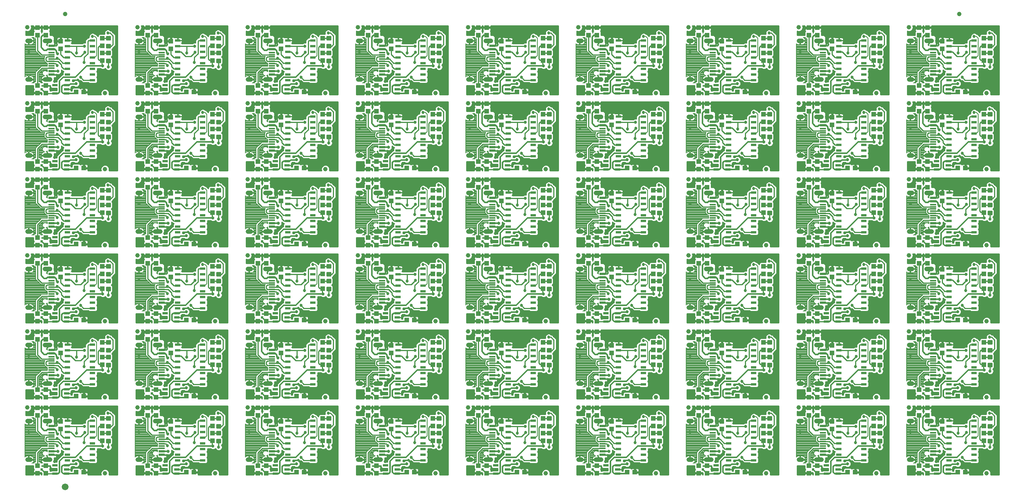
<source format=gtl>
G75*
%MOIN*%
%OFA0B0*%
%FSLAX25Y25*%
%IPPOS*%
%LPD*%
%AMOC8*
5,1,8,0,0,1.08239X$1,22.5*
%
%ADD10C,0.03937*%
%ADD11R,0.04724X0.02165*%
%ADD12R,0.04331X0.03937*%
%ADD13R,0.03937X0.04331*%
%ADD14C,0.01181*%
%ADD15R,0.04724X0.02362*%
%ADD16R,0.05709X0.01181*%
%ADD17R,0.05709X0.02362*%
%ADD18R,0.05709X0.02165*%
%ADD19C,0.03937*%
%ADD20C,0.05906*%
%ADD21C,0.01000*%
%ADD22C,0.02700*%
%ADD23C,0.01200*%
%ADD24C,0.02400*%
%ADD25C,0.00800*%
%ADD26C,0.00700*%
D10*
X0110750Y0032000D03*
X0207750Y0032000D03*
X0304750Y0032000D03*
X0401750Y0032000D03*
X0498750Y0032000D03*
X0595750Y0032000D03*
X0692750Y0032000D03*
X0789750Y0032000D03*
X0886750Y0032000D03*
X0818250Y0090000D03*
X0789750Y0099000D03*
X0721250Y0090000D03*
X0692750Y0099000D03*
X0624250Y0090000D03*
X0595750Y0099000D03*
X0527250Y0090000D03*
X0498750Y0099000D03*
X0430250Y0090000D03*
X0401750Y0099000D03*
X0333250Y0090000D03*
X0304750Y0099000D03*
X0236250Y0090000D03*
X0207750Y0099000D03*
X0139250Y0090000D03*
X0110750Y0099000D03*
X0042250Y0090000D03*
X0042250Y0157000D03*
X0110750Y0166000D03*
X0139250Y0157000D03*
X0207750Y0166000D03*
X0236250Y0157000D03*
X0304750Y0166000D03*
X0333250Y0157000D03*
X0401750Y0166000D03*
X0430250Y0157000D03*
X0498750Y0166000D03*
X0527250Y0157000D03*
X0595750Y0166000D03*
X0624250Y0157000D03*
X0692750Y0166000D03*
X0721250Y0157000D03*
X0789750Y0166000D03*
X0818250Y0157000D03*
X0886750Y0166000D03*
X0818250Y0224000D03*
X0789750Y0233000D03*
X0721250Y0224000D03*
X0692750Y0233000D03*
X0624250Y0224000D03*
X0595750Y0233000D03*
X0527250Y0224000D03*
X0498750Y0233000D03*
X0430250Y0224000D03*
X0401750Y0233000D03*
X0333250Y0224000D03*
X0304750Y0233000D03*
X0236250Y0224000D03*
X0207750Y0233000D03*
X0139250Y0224000D03*
X0110750Y0233000D03*
X0042250Y0224000D03*
X0042250Y0291000D03*
X0110750Y0300000D03*
X0139250Y0291000D03*
X0207750Y0300000D03*
X0236250Y0291000D03*
X0304750Y0300000D03*
X0333250Y0291000D03*
X0401750Y0300000D03*
X0430250Y0291000D03*
X0498750Y0300000D03*
X0527250Y0291000D03*
X0595750Y0300000D03*
X0624250Y0291000D03*
X0692750Y0300000D03*
X0721250Y0291000D03*
X0789750Y0300000D03*
X0818250Y0291000D03*
X0886750Y0300000D03*
X0818250Y0358000D03*
X0789750Y0367000D03*
X0721250Y0358000D03*
X0692750Y0367000D03*
X0624250Y0358000D03*
X0595750Y0367000D03*
X0527250Y0358000D03*
X0498750Y0367000D03*
X0430250Y0358000D03*
X0401750Y0367000D03*
X0333250Y0358000D03*
X0304750Y0367000D03*
X0236250Y0358000D03*
X0207750Y0367000D03*
X0139250Y0358000D03*
X0110750Y0367000D03*
X0042250Y0358000D03*
X0042250Y0425000D03*
X0075750Y0436750D03*
X0139250Y0425000D03*
X0236250Y0425000D03*
X0333250Y0425000D03*
X0430250Y0425000D03*
X0527250Y0425000D03*
X0624250Y0425000D03*
X0721250Y0425000D03*
X0818250Y0425000D03*
X0862750Y0436750D03*
X0886750Y0367000D03*
X0886750Y0233000D03*
X0886750Y0099000D03*
D11*
X0852869Y0098760D03*
X0852869Y0102500D03*
X0852869Y0106240D03*
X0842631Y0106240D03*
X0842631Y0098760D03*
X0755869Y0098760D03*
X0755869Y0102500D03*
X0755869Y0106240D03*
X0745631Y0106240D03*
X0745631Y0098760D03*
X0658869Y0098760D03*
X0658869Y0102500D03*
X0658869Y0106240D03*
X0648631Y0106240D03*
X0648631Y0098760D03*
X0561869Y0098760D03*
X0561869Y0102500D03*
X0561869Y0106240D03*
X0551631Y0106240D03*
X0551631Y0098760D03*
X0464869Y0098760D03*
X0464869Y0102500D03*
X0464869Y0106240D03*
X0454631Y0106240D03*
X0454631Y0098760D03*
X0367869Y0098760D03*
X0367869Y0102500D03*
X0367869Y0106240D03*
X0357631Y0106240D03*
X0357631Y0098760D03*
X0270869Y0098760D03*
X0270869Y0102500D03*
X0270869Y0106240D03*
X0260631Y0106240D03*
X0260631Y0098760D03*
X0173869Y0098760D03*
X0173869Y0102500D03*
X0173869Y0106240D03*
X0163631Y0106240D03*
X0163631Y0098760D03*
X0076869Y0098760D03*
X0076869Y0102500D03*
X0076869Y0106240D03*
X0066631Y0106240D03*
X0066631Y0098760D03*
X0066631Y0039240D03*
X0076869Y0039240D03*
X0076869Y0035500D03*
X0076869Y0031760D03*
X0066631Y0031760D03*
X0163631Y0031760D03*
X0173869Y0031760D03*
X0173869Y0035500D03*
X0173869Y0039240D03*
X0163631Y0039240D03*
X0260631Y0039240D03*
X0270869Y0039240D03*
X0270869Y0035500D03*
X0270869Y0031760D03*
X0260631Y0031760D03*
X0357631Y0031760D03*
X0367869Y0031760D03*
X0367869Y0035500D03*
X0367869Y0039240D03*
X0357631Y0039240D03*
X0454631Y0039240D03*
X0464869Y0039240D03*
X0464869Y0035500D03*
X0464869Y0031760D03*
X0454631Y0031760D03*
X0551631Y0031760D03*
X0561869Y0031760D03*
X0561869Y0035500D03*
X0561869Y0039240D03*
X0551631Y0039240D03*
X0648631Y0039240D03*
X0658869Y0039240D03*
X0658869Y0035500D03*
X0658869Y0031760D03*
X0648631Y0031760D03*
X0745631Y0031760D03*
X0755869Y0031760D03*
X0755869Y0035500D03*
X0755869Y0039240D03*
X0745631Y0039240D03*
X0842631Y0039240D03*
X0852869Y0039240D03*
X0852869Y0035500D03*
X0852869Y0031760D03*
X0842631Y0031760D03*
X0842631Y0165760D03*
X0842631Y0173240D03*
X0852869Y0173240D03*
X0852869Y0169500D03*
X0852869Y0165760D03*
X0755869Y0165760D03*
X0755869Y0169500D03*
X0755869Y0173240D03*
X0745631Y0173240D03*
X0745631Y0165760D03*
X0658869Y0165760D03*
X0658869Y0169500D03*
X0658869Y0173240D03*
X0648631Y0173240D03*
X0648631Y0165760D03*
X0561869Y0165760D03*
X0561869Y0169500D03*
X0561869Y0173240D03*
X0551631Y0173240D03*
X0551631Y0165760D03*
X0464869Y0165760D03*
X0464869Y0169500D03*
X0464869Y0173240D03*
X0454631Y0173240D03*
X0454631Y0165760D03*
X0367869Y0165760D03*
X0367869Y0169500D03*
X0367869Y0173240D03*
X0357631Y0173240D03*
X0357631Y0165760D03*
X0270869Y0165760D03*
X0270869Y0169500D03*
X0270869Y0173240D03*
X0260631Y0173240D03*
X0260631Y0165760D03*
X0173869Y0165760D03*
X0173869Y0169500D03*
X0173869Y0173240D03*
X0163631Y0173240D03*
X0163631Y0165760D03*
X0076869Y0165760D03*
X0076869Y0169500D03*
X0076869Y0173240D03*
X0066631Y0173240D03*
X0066631Y0165760D03*
X0066631Y0232760D03*
X0076869Y0232760D03*
X0076869Y0236500D03*
X0076869Y0240240D03*
X0066631Y0240240D03*
X0163631Y0240240D03*
X0173869Y0240240D03*
X0173869Y0236500D03*
X0173869Y0232760D03*
X0163631Y0232760D03*
X0260631Y0232760D03*
X0270869Y0232760D03*
X0270869Y0236500D03*
X0270869Y0240240D03*
X0260631Y0240240D03*
X0357631Y0240240D03*
X0367869Y0240240D03*
X0367869Y0236500D03*
X0367869Y0232760D03*
X0357631Y0232760D03*
X0454631Y0232760D03*
X0464869Y0232760D03*
X0464869Y0236500D03*
X0464869Y0240240D03*
X0454631Y0240240D03*
X0551631Y0240240D03*
X0561869Y0240240D03*
X0561869Y0236500D03*
X0561869Y0232760D03*
X0551631Y0232760D03*
X0648631Y0232760D03*
X0658869Y0232760D03*
X0658869Y0236500D03*
X0658869Y0240240D03*
X0648631Y0240240D03*
X0745631Y0240240D03*
X0755869Y0240240D03*
X0755869Y0236500D03*
X0755869Y0232760D03*
X0745631Y0232760D03*
X0842631Y0232760D03*
X0852869Y0232760D03*
X0852869Y0236500D03*
X0852869Y0240240D03*
X0842631Y0240240D03*
X0842631Y0299760D03*
X0852869Y0299760D03*
X0852869Y0303500D03*
X0852869Y0307240D03*
X0842631Y0307240D03*
X0755869Y0307240D03*
X0755869Y0303500D03*
X0755869Y0299760D03*
X0745631Y0299760D03*
X0745631Y0307240D03*
X0658869Y0307240D03*
X0658869Y0303500D03*
X0658869Y0299760D03*
X0648631Y0299760D03*
X0648631Y0307240D03*
X0561869Y0307240D03*
X0561869Y0303500D03*
X0561869Y0299760D03*
X0551631Y0299760D03*
X0551631Y0307240D03*
X0464869Y0307240D03*
X0464869Y0303500D03*
X0464869Y0299760D03*
X0454631Y0299760D03*
X0454631Y0307240D03*
X0367869Y0307240D03*
X0367869Y0303500D03*
X0367869Y0299760D03*
X0357631Y0299760D03*
X0357631Y0307240D03*
X0270869Y0307240D03*
X0270869Y0303500D03*
X0270869Y0299760D03*
X0260631Y0299760D03*
X0260631Y0307240D03*
X0173869Y0307240D03*
X0173869Y0303500D03*
X0173869Y0299760D03*
X0163631Y0299760D03*
X0163631Y0307240D03*
X0076869Y0307240D03*
X0076869Y0303500D03*
X0076869Y0299760D03*
X0066631Y0299760D03*
X0066631Y0307240D03*
X0066631Y0366760D03*
X0066631Y0374240D03*
X0076869Y0374240D03*
X0076869Y0370500D03*
X0076869Y0366760D03*
X0163631Y0366760D03*
X0163631Y0374240D03*
X0173869Y0374240D03*
X0173869Y0370500D03*
X0173869Y0366760D03*
X0260631Y0366760D03*
X0260631Y0374240D03*
X0270869Y0374240D03*
X0270869Y0370500D03*
X0270869Y0366760D03*
X0357631Y0366760D03*
X0357631Y0374240D03*
X0367869Y0374240D03*
X0367869Y0370500D03*
X0367869Y0366760D03*
X0454631Y0366760D03*
X0454631Y0374240D03*
X0464869Y0374240D03*
X0464869Y0370500D03*
X0464869Y0366760D03*
X0551631Y0366760D03*
X0551631Y0374240D03*
X0561869Y0374240D03*
X0561869Y0370500D03*
X0561869Y0366760D03*
X0648631Y0366760D03*
X0648631Y0374240D03*
X0658869Y0374240D03*
X0658869Y0370500D03*
X0658869Y0366760D03*
X0745631Y0366760D03*
X0745631Y0374240D03*
X0755869Y0374240D03*
X0755869Y0370500D03*
X0755869Y0366760D03*
X0842631Y0366760D03*
X0842631Y0374240D03*
X0852869Y0374240D03*
X0852869Y0370500D03*
X0852869Y0366760D03*
D12*
X0861404Y0368000D03*
X0868096Y0368000D03*
X0771096Y0368000D03*
X0764404Y0368000D03*
X0674096Y0368000D03*
X0667404Y0368000D03*
X0577096Y0368000D03*
X0570404Y0368000D03*
X0480096Y0368000D03*
X0473404Y0368000D03*
X0383096Y0368000D03*
X0376404Y0368000D03*
X0286096Y0368000D03*
X0279404Y0368000D03*
X0189096Y0368000D03*
X0182404Y0368000D03*
X0092096Y0368000D03*
X0085404Y0368000D03*
X0085404Y0301000D03*
X0092096Y0301000D03*
X0182404Y0301000D03*
X0189096Y0301000D03*
X0279404Y0301000D03*
X0286096Y0301000D03*
X0376404Y0301000D03*
X0383096Y0301000D03*
X0473404Y0301000D03*
X0480096Y0301000D03*
X0570404Y0301000D03*
X0577096Y0301000D03*
X0667404Y0301000D03*
X0674096Y0301000D03*
X0764404Y0301000D03*
X0771096Y0301000D03*
X0861404Y0301000D03*
X0868096Y0301000D03*
X0868096Y0234000D03*
X0861404Y0234000D03*
X0771096Y0234000D03*
X0764404Y0234000D03*
X0674096Y0234000D03*
X0667404Y0234000D03*
X0577096Y0234000D03*
X0570404Y0234000D03*
X0480096Y0234000D03*
X0473404Y0234000D03*
X0383096Y0234000D03*
X0376404Y0234000D03*
X0286096Y0234000D03*
X0279404Y0234000D03*
X0189096Y0234000D03*
X0182404Y0234000D03*
X0092096Y0234000D03*
X0085404Y0234000D03*
X0085404Y0167000D03*
X0092096Y0167000D03*
X0182404Y0167000D03*
X0189096Y0167000D03*
X0279404Y0167000D03*
X0286096Y0167000D03*
X0376404Y0167000D03*
X0383096Y0167000D03*
X0473404Y0167000D03*
X0480096Y0167000D03*
X0570404Y0167000D03*
X0577096Y0167000D03*
X0667404Y0167000D03*
X0674096Y0167000D03*
X0764404Y0167000D03*
X0771096Y0167000D03*
X0861404Y0167000D03*
X0868096Y0167000D03*
X0868096Y0100000D03*
X0861404Y0100000D03*
X0771096Y0100000D03*
X0764404Y0100000D03*
X0674096Y0100000D03*
X0667404Y0100000D03*
X0577096Y0100000D03*
X0570404Y0100000D03*
X0480096Y0100000D03*
X0473404Y0100000D03*
X0383096Y0100000D03*
X0376404Y0100000D03*
X0286096Y0100000D03*
X0279404Y0100000D03*
X0189096Y0100000D03*
X0182404Y0100000D03*
X0092096Y0100000D03*
X0085404Y0100000D03*
X0085404Y0033000D03*
X0092096Y0033000D03*
X0182404Y0033000D03*
X0189096Y0033000D03*
X0279404Y0033000D03*
X0286096Y0033000D03*
X0376404Y0033000D03*
X0383096Y0033000D03*
X0473404Y0033000D03*
X0480096Y0033000D03*
X0570404Y0033000D03*
X0577096Y0033000D03*
X0667404Y0033000D03*
X0674096Y0033000D03*
X0764404Y0033000D03*
X0771096Y0033000D03*
X0861404Y0033000D03*
X0868096Y0033000D03*
D13*
X0834750Y0032154D03*
X0834750Y0038846D03*
X0827250Y0038846D03*
X0827250Y0032154D03*
X0787250Y0060654D03*
X0787250Y0067346D03*
X0787250Y0073654D03*
X0787250Y0080346D03*
X0750750Y0077846D03*
X0750750Y0071154D03*
X0737750Y0083154D03*
X0737750Y0089846D03*
X0730250Y0089846D03*
X0730250Y0083154D03*
X0730250Y0099154D03*
X0737750Y0099154D03*
X0737750Y0105846D03*
X0730250Y0105846D03*
X0690250Y0127654D03*
X0690250Y0134346D03*
X0690250Y0140654D03*
X0690250Y0147346D03*
X0653750Y0144846D03*
X0653750Y0138154D03*
X0640750Y0150154D03*
X0633250Y0150154D03*
X0633250Y0156846D03*
X0640750Y0156846D03*
X0640750Y0166154D03*
X0640750Y0172846D03*
X0633250Y0172846D03*
X0633250Y0166154D03*
X0593250Y0147346D03*
X0593250Y0140654D03*
X0593250Y0134346D03*
X0593250Y0127654D03*
X0556750Y0138154D03*
X0556750Y0144846D03*
X0543750Y0150154D03*
X0536250Y0150154D03*
X0536250Y0156846D03*
X0543750Y0156846D03*
X0543750Y0166154D03*
X0543750Y0172846D03*
X0536250Y0172846D03*
X0536250Y0166154D03*
X0496250Y0147346D03*
X0496250Y0140654D03*
X0496250Y0134346D03*
X0496250Y0127654D03*
X0459750Y0138154D03*
X0459750Y0144846D03*
X0446750Y0150154D03*
X0439250Y0150154D03*
X0439250Y0156846D03*
X0446750Y0156846D03*
X0446750Y0166154D03*
X0446750Y0172846D03*
X0439250Y0172846D03*
X0439250Y0166154D03*
X0399250Y0147346D03*
X0399250Y0140654D03*
X0399250Y0134346D03*
X0399250Y0127654D03*
X0362750Y0138154D03*
X0362750Y0144846D03*
X0349750Y0150154D03*
X0342250Y0150154D03*
X0342250Y0156846D03*
X0349750Y0156846D03*
X0349750Y0166154D03*
X0349750Y0172846D03*
X0342250Y0172846D03*
X0342250Y0166154D03*
X0302250Y0147346D03*
X0302250Y0140654D03*
X0302250Y0134346D03*
X0302250Y0127654D03*
X0265750Y0138154D03*
X0265750Y0144846D03*
X0252750Y0150154D03*
X0245250Y0150154D03*
X0245250Y0156846D03*
X0252750Y0156846D03*
X0252750Y0166154D03*
X0252750Y0172846D03*
X0245250Y0172846D03*
X0245250Y0166154D03*
X0205250Y0147346D03*
X0205250Y0140654D03*
X0205250Y0134346D03*
X0205250Y0127654D03*
X0168750Y0138154D03*
X0168750Y0144846D03*
X0155750Y0150154D03*
X0148250Y0150154D03*
X0148250Y0156846D03*
X0155750Y0156846D03*
X0155750Y0166154D03*
X0155750Y0172846D03*
X0148250Y0172846D03*
X0148250Y0166154D03*
X0108250Y0147346D03*
X0108250Y0140654D03*
X0108250Y0134346D03*
X0108250Y0127654D03*
X0071750Y0138154D03*
X0071750Y0144846D03*
X0058750Y0150154D03*
X0051250Y0150154D03*
X0051250Y0156846D03*
X0058750Y0156846D03*
X0058750Y0166154D03*
X0058750Y0172846D03*
X0051250Y0172846D03*
X0051250Y0166154D03*
X0108250Y0194654D03*
X0108250Y0201346D03*
X0108250Y0207654D03*
X0108250Y0214346D03*
X0071750Y0211846D03*
X0071750Y0205154D03*
X0058750Y0217154D03*
X0058750Y0223846D03*
X0051250Y0223846D03*
X0051250Y0217154D03*
X0051250Y0233154D03*
X0051250Y0239846D03*
X0058750Y0239846D03*
X0058750Y0233154D03*
X0108250Y0261654D03*
X0108250Y0268346D03*
X0108250Y0274654D03*
X0108250Y0281346D03*
X0071750Y0278846D03*
X0071750Y0272154D03*
X0058750Y0284154D03*
X0058750Y0290846D03*
X0051250Y0290846D03*
X0051250Y0284154D03*
X0051250Y0300154D03*
X0058750Y0300154D03*
X0058750Y0306846D03*
X0051250Y0306846D03*
X0108250Y0328654D03*
X0108250Y0335346D03*
X0108250Y0341654D03*
X0108250Y0348346D03*
X0071750Y0345846D03*
X0071750Y0339154D03*
X0058750Y0351154D03*
X0051250Y0351154D03*
X0051250Y0357846D03*
X0058750Y0357846D03*
X0058750Y0367154D03*
X0058750Y0373846D03*
X0051250Y0373846D03*
X0051250Y0367154D03*
X0108250Y0395654D03*
X0108250Y0402346D03*
X0108250Y0408654D03*
X0108250Y0415346D03*
X0071750Y0412846D03*
X0071750Y0406154D03*
X0058750Y0418154D03*
X0058750Y0424846D03*
X0051250Y0424846D03*
X0051250Y0418154D03*
X0148250Y0418154D03*
X0148250Y0424846D03*
X0155750Y0424846D03*
X0155750Y0418154D03*
X0168750Y0412846D03*
X0168750Y0406154D03*
X0205250Y0408654D03*
X0205250Y0402346D03*
X0205250Y0395654D03*
X0205250Y0415346D03*
X0245250Y0418154D03*
X0245250Y0424846D03*
X0252750Y0424846D03*
X0252750Y0418154D03*
X0265750Y0412846D03*
X0265750Y0406154D03*
X0302250Y0408654D03*
X0302250Y0402346D03*
X0302250Y0395654D03*
X0302250Y0415346D03*
X0342250Y0418154D03*
X0342250Y0424846D03*
X0349750Y0424846D03*
X0349750Y0418154D03*
X0362750Y0412846D03*
X0362750Y0406154D03*
X0399250Y0408654D03*
X0399250Y0402346D03*
X0399250Y0395654D03*
X0399250Y0415346D03*
X0439250Y0418154D03*
X0439250Y0424846D03*
X0446750Y0424846D03*
X0446750Y0418154D03*
X0459750Y0412846D03*
X0459750Y0406154D03*
X0496250Y0408654D03*
X0496250Y0402346D03*
X0496250Y0395654D03*
X0496250Y0415346D03*
X0536250Y0418154D03*
X0536250Y0424846D03*
X0543750Y0424846D03*
X0543750Y0418154D03*
X0556750Y0412846D03*
X0556750Y0406154D03*
X0593250Y0408654D03*
X0593250Y0402346D03*
X0593250Y0395654D03*
X0593250Y0415346D03*
X0633250Y0418154D03*
X0633250Y0424846D03*
X0640750Y0424846D03*
X0640750Y0418154D03*
X0653750Y0412846D03*
X0653750Y0406154D03*
X0690250Y0408654D03*
X0690250Y0402346D03*
X0690250Y0395654D03*
X0690250Y0415346D03*
X0730250Y0418154D03*
X0730250Y0424846D03*
X0737750Y0424846D03*
X0737750Y0418154D03*
X0750750Y0412846D03*
X0750750Y0406154D03*
X0787250Y0408654D03*
X0787250Y0402346D03*
X0787250Y0395654D03*
X0787250Y0415346D03*
X0827250Y0418154D03*
X0827250Y0424846D03*
X0834750Y0424846D03*
X0834750Y0418154D03*
X0847750Y0412846D03*
X0847750Y0406154D03*
X0884250Y0408654D03*
X0884250Y0402346D03*
X0884250Y0395654D03*
X0884250Y0415346D03*
X0834750Y0373846D03*
X0834750Y0367154D03*
X0827250Y0367154D03*
X0827250Y0373846D03*
X0827250Y0357846D03*
X0834750Y0357846D03*
X0834750Y0351154D03*
X0827250Y0351154D03*
X0847750Y0345846D03*
X0847750Y0339154D03*
X0884250Y0341654D03*
X0884250Y0335346D03*
X0884250Y0328654D03*
X0884250Y0348346D03*
X0834750Y0306846D03*
X0827250Y0306846D03*
X0827250Y0300154D03*
X0834750Y0300154D03*
X0834750Y0290846D03*
X0834750Y0284154D03*
X0827250Y0284154D03*
X0827250Y0290846D03*
X0847750Y0278846D03*
X0847750Y0272154D03*
X0884250Y0274654D03*
X0884250Y0281346D03*
X0884250Y0268346D03*
X0884250Y0261654D03*
X0834750Y0239846D03*
X0834750Y0233154D03*
X0827250Y0233154D03*
X0827250Y0239846D03*
X0827250Y0223846D03*
X0827250Y0217154D03*
X0834750Y0217154D03*
X0834750Y0223846D03*
X0847750Y0211846D03*
X0847750Y0205154D03*
X0884250Y0207654D03*
X0884250Y0201346D03*
X0884250Y0194654D03*
X0884250Y0214346D03*
X0834750Y0172846D03*
X0834750Y0166154D03*
X0827250Y0166154D03*
X0827250Y0172846D03*
X0827250Y0156846D03*
X0834750Y0156846D03*
X0834750Y0150154D03*
X0827250Y0150154D03*
X0847750Y0144846D03*
X0847750Y0138154D03*
X0884250Y0140654D03*
X0884250Y0134346D03*
X0884250Y0127654D03*
X0884250Y0147346D03*
X0834750Y0105846D03*
X0827250Y0105846D03*
X0827250Y0099154D03*
X0834750Y0099154D03*
X0834750Y0089846D03*
X0834750Y0083154D03*
X0827250Y0083154D03*
X0827250Y0089846D03*
X0847750Y0077846D03*
X0847750Y0071154D03*
X0884250Y0073654D03*
X0884250Y0080346D03*
X0884250Y0067346D03*
X0884250Y0060654D03*
X0787250Y0127654D03*
X0787250Y0134346D03*
X0787250Y0140654D03*
X0787250Y0147346D03*
X0750750Y0144846D03*
X0750750Y0138154D03*
X0737750Y0150154D03*
X0730250Y0150154D03*
X0730250Y0156846D03*
X0737750Y0156846D03*
X0737750Y0166154D03*
X0737750Y0172846D03*
X0730250Y0172846D03*
X0730250Y0166154D03*
X0690250Y0194654D03*
X0690250Y0201346D03*
X0690250Y0207654D03*
X0690250Y0214346D03*
X0653750Y0211846D03*
X0640750Y0217154D03*
X0640750Y0223846D03*
X0633250Y0223846D03*
X0633250Y0217154D03*
X0653750Y0205154D03*
X0593250Y0207654D03*
X0593250Y0201346D03*
X0593250Y0194654D03*
X0593250Y0214346D03*
X0556750Y0211846D03*
X0543750Y0217154D03*
X0543750Y0223846D03*
X0536250Y0223846D03*
X0536250Y0217154D03*
X0556750Y0205154D03*
X0496250Y0207654D03*
X0496250Y0201346D03*
X0496250Y0194654D03*
X0459750Y0205154D03*
X0459750Y0211846D03*
X0446750Y0217154D03*
X0446750Y0223846D03*
X0439250Y0223846D03*
X0439250Y0217154D03*
X0439250Y0233154D03*
X0439250Y0239846D03*
X0446750Y0239846D03*
X0446750Y0233154D03*
X0399250Y0214346D03*
X0399250Y0207654D03*
X0399250Y0201346D03*
X0399250Y0194654D03*
X0362750Y0205154D03*
X0362750Y0211846D03*
X0349750Y0217154D03*
X0349750Y0223846D03*
X0342250Y0223846D03*
X0342250Y0217154D03*
X0342250Y0233154D03*
X0342250Y0239846D03*
X0349750Y0239846D03*
X0349750Y0233154D03*
X0302250Y0214346D03*
X0302250Y0207654D03*
X0302250Y0201346D03*
X0302250Y0194654D03*
X0265750Y0205154D03*
X0265750Y0211846D03*
X0252750Y0217154D03*
X0252750Y0223846D03*
X0245250Y0223846D03*
X0245250Y0217154D03*
X0245250Y0233154D03*
X0245250Y0239846D03*
X0252750Y0239846D03*
X0252750Y0233154D03*
X0205250Y0214346D03*
X0205250Y0207654D03*
X0205250Y0201346D03*
X0205250Y0194654D03*
X0168750Y0205154D03*
X0168750Y0211846D03*
X0155750Y0217154D03*
X0155750Y0223846D03*
X0148250Y0223846D03*
X0148250Y0217154D03*
X0148250Y0233154D03*
X0148250Y0239846D03*
X0155750Y0239846D03*
X0155750Y0233154D03*
X0205250Y0261654D03*
X0205250Y0268346D03*
X0205250Y0274654D03*
X0205250Y0281346D03*
X0168750Y0278846D03*
X0155750Y0284154D03*
X0155750Y0290846D03*
X0148250Y0290846D03*
X0148250Y0284154D03*
X0148250Y0300154D03*
X0155750Y0300154D03*
X0155750Y0306846D03*
X0148250Y0306846D03*
X0205250Y0328654D03*
X0205250Y0335346D03*
X0205250Y0341654D03*
X0205250Y0348346D03*
X0168750Y0345846D03*
X0168750Y0339154D03*
X0155750Y0351154D03*
X0148250Y0351154D03*
X0148250Y0357846D03*
X0155750Y0357846D03*
X0155750Y0367154D03*
X0155750Y0373846D03*
X0148250Y0373846D03*
X0148250Y0367154D03*
X0245250Y0367154D03*
X0245250Y0373846D03*
X0252750Y0373846D03*
X0252750Y0367154D03*
X0252750Y0357846D03*
X0245250Y0357846D03*
X0245250Y0351154D03*
X0252750Y0351154D03*
X0265750Y0345846D03*
X0265750Y0339154D03*
X0302250Y0341654D03*
X0302250Y0335346D03*
X0302250Y0328654D03*
X0342250Y0306846D03*
X0349750Y0306846D03*
X0349750Y0300154D03*
X0342250Y0300154D03*
X0342250Y0290846D03*
X0342250Y0284154D03*
X0349750Y0284154D03*
X0349750Y0290846D03*
X0362750Y0278846D03*
X0362750Y0272154D03*
X0399250Y0274654D03*
X0399250Y0281346D03*
X0399250Y0268346D03*
X0399250Y0261654D03*
X0439250Y0284154D03*
X0439250Y0290846D03*
X0446750Y0290846D03*
X0446750Y0284154D03*
X0459750Y0278846D03*
X0459750Y0272154D03*
X0496250Y0274654D03*
X0496250Y0281346D03*
X0496250Y0268346D03*
X0496250Y0261654D03*
X0536250Y0239846D03*
X0536250Y0233154D03*
X0543750Y0233154D03*
X0543750Y0239846D03*
X0593250Y0261654D03*
X0593250Y0268346D03*
X0593250Y0274654D03*
X0593250Y0281346D03*
X0556750Y0278846D03*
X0543750Y0284154D03*
X0543750Y0290846D03*
X0536250Y0290846D03*
X0536250Y0284154D03*
X0536250Y0300154D03*
X0543750Y0300154D03*
X0543750Y0306846D03*
X0536250Y0306846D03*
X0496250Y0328654D03*
X0496250Y0335346D03*
X0496250Y0341654D03*
X0496250Y0348346D03*
X0459750Y0345846D03*
X0459750Y0339154D03*
X0446750Y0351154D03*
X0439250Y0351154D03*
X0439250Y0357846D03*
X0446750Y0357846D03*
X0446750Y0367154D03*
X0446750Y0373846D03*
X0439250Y0373846D03*
X0439250Y0367154D03*
X0399250Y0348346D03*
X0399250Y0341654D03*
X0399250Y0335346D03*
X0399250Y0328654D03*
X0362750Y0339154D03*
X0362750Y0345846D03*
X0349750Y0351154D03*
X0342250Y0351154D03*
X0342250Y0357846D03*
X0349750Y0357846D03*
X0349750Y0367154D03*
X0349750Y0373846D03*
X0342250Y0373846D03*
X0342250Y0367154D03*
X0302250Y0348346D03*
X0252750Y0306846D03*
X0245250Y0306846D03*
X0245250Y0300154D03*
X0252750Y0300154D03*
X0252750Y0290846D03*
X0252750Y0284154D03*
X0245250Y0284154D03*
X0245250Y0290846D03*
X0265750Y0278846D03*
X0265750Y0272154D03*
X0302250Y0274654D03*
X0302250Y0281346D03*
X0302250Y0268346D03*
X0302250Y0261654D03*
X0168750Y0272154D03*
X0439250Y0300154D03*
X0446750Y0300154D03*
X0446750Y0306846D03*
X0439250Y0306846D03*
X0536250Y0351154D03*
X0543750Y0351154D03*
X0556750Y0345846D03*
X0556750Y0339154D03*
X0543750Y0357846D03*
X0536250Y0357846D03*
X0536250Y0367154D03*
X0536250Y0373846D03*
X0543750Y0373846D03*
X0543750Y0367154D03*
X0593250Y0348346D03*
X0593250Y0341654D03*
X0593250Y0335346D03*
X0593250Y0328654D03*
X0633250Y0306846D03*
X0640750Y0306846D03*
X0640750Y0300154D03*
X0633250Y0300154D03*
X0633250Y0290846D03*
X0633250Y0284154D03*
X0640750Y0284154D03*
X0640750Y0290846D03*
X0653750Y0278846D03*
X0653750Y0272154D03*
X0690250Y0274654D03*
X0690250Y0281346D03*
X0690250Y0268346D03*
X0690250Y0261654D03*
X0730250Y0239846D03*
X0730250Y0233154D03*
X0737750Y0233154D03*
X0737750Y0239846D03*
X0737750Y0223846D03*
X0737750Y0217154D03*
X0730250Y0217154D03*
X0730250Y0223846D03*
X0750750Y0211846D03*
X0750750Y0205154D03*
X0787250Y0207654D03*
X0787250Y0201346D03*
X0787250Y0194654D03*
X0787250Y0214346D03*
X0787250Y0261654D03*
X0787250Y0268346D03*
X0787250Y0274654D03*
X0787250Y0281346D03*
X0750750Y0278846D03*
X0750750Y0272154D03*
X0737750Y0284154D03*
X0737750Y0290846D03*
X0730250Y0290846D03*
X0730250Y0284154D03*
X0730250Y0300154D03*
X0737750Y0300154D03*
X0737750Y0306846D03*
X0730250Y0306846D03*
X0690250Y0328654D03*
X0690250Y0335346D03*
X0690250Y0341654D03*
X0690250Y0348346D03*
X0653750Y0345846D03*
X0653750Y0339154D03*
X0640750Y0351154D03*
X0633250Y0351154D03*
X0633250Y0357846D03*
X0640750Y0357846D03*
X0640750Y0367154D03*
X0640750Y0373846D03*
X0633250Y0373846D03*
X0633250Y0367154D03*
X0730250Y0367154D03*
X0730250Y0373846D03*
X0737750Y0373846D03*
X0737750Y0367154D03*
X0737750Y0357846D03*
X0730250Y0357846D03*
X0730250Y0351154D03*
X0737750Y0351154D03*
X0750750Y0345846D03*
X0750750Y0339154D03*
X0787250Y0341654D03*
X0787250Y0335346D03*
X0787250Y0328654D03*
X0787250Y0348346D03*
X0556750Y0272154D03*
X0633250Y0239846D03*
X0633250Y0233154D03*
X0640750Y0233154D03*
X0640750Y0239846D03*
X0496250Y0214346D03*
X0536250Y0105846D03*
X0543750Y0105846D03*
X0543750Y0099154D03*
X0536250Y0099154D03*
X0536250Y0089846D03*
X0536250Y0083154D03*
X0543750Y0083154D03*
X0543750Y0089846D03*
X0556750Y0077846D03*
X0556750Y0071154D03*
X0593250Y0073654D03*
X0593250Y0080346D03*
X0593250Y0067346D03*
X0593250Y0060654D03*
X0633250Y0038846D03*
X0633250Y0032154D03*
X0640750Y0032154D03*
X0640750Y0038846D03*
X0690250Y0060654D03*
X0690250Y0067346D03*
X0690250Y0073654D03*
X0690250Y0080346D03*
X0653750Y0077846D03*
X0640750Y0083154D03*
X0640750Y0089846D03*
X0633250Y0089846D03*
X0633250Y0083154D03*
X0633250Y0099154D03*
X0640750Y0099154D03*
X0640750Y0105846D03*
X0633250Y0105846D03*
X0653750Y0071154D03*
X0730250Y0038846D03*
X0730250Y0032154D03*
X0737750Y0032154D03*
X0737750Y0038846D03*
X0543750Y0038846D03*
X0543750Y0032154D03*
X0536250Y0032154D03*
X0536250Y0038846D03*
X0496250Y0060654D03*
X0496250Y0067346D03*
X0496250Y0073654D03*
X0496250Y0080346D03*
X0459750Y0077846D03*
X0446750Y0083154D03*
X0446750Y0089846D03*
X0439250Y0089846D03*
X0439250Y0083154D03*
X0439250Y0099154D03*
X0446750Y0099154D03*
X0446750Y0105846D03*
X0439250Y0105846D03*
X0399250Y0080346D03*
X0399250Y0073654D03*
X0399250Y0067346D03*
X0399250Y0060654D03*
X0362750Y0071154D03*
X0362750Y0077846D03*
X0349750Y0083154D03*
X0349750Y0089846D03*
X0342250Y0089846D03*
X0342250Y0083154D03*
X0342250Y0099154D03*
X0349750Y0099154D03*
X0349750Y0105846D03*
X0342250Y0105846D03*
X0302250Y0080346D03*
X0302250Y0073654D03*
X0302250Y0067346D03*
X0302250Y0060654D03*
X0265750Y0071154D03*
X0265750Y0077846D03*
X0252750Y0083154D03*
X0252750Y0089846D03*
X0245250Y0089846D03*
X0245250Y0083154D03*
X0245250Y0099154D03*
X0252750Y0099154D03*
X0252750Y0105846D03*
X0245250Y0105846D03*
X0205250Y0080346D03*
X0205250Y0073654D03*
X0205250Y0067346D03*
X0205250Y0060654D03*
X0168750Y0071154D03*
X0168750Y0077846D03*
X0155750Y0083154D03*
X0155750Y0089846D03*
X0148250Y0089846D03*
X0148250Y0083154D03*
X0148250Y0099154D03*
X0155750Y0099154D03*
X0155750Y0105846D03*
X0148250Y0105846D03*
X0108250Y0080346D03*
X0108250Y0073654D03*
X0108250Y0067346D03*
X0108250Y0060654D03*
X0071750Y0071154D03*
X0071750Y0077846D03*
X0058750Y0083154D03*
X0058750Y0089846D03*
X0051250Y0089846D03*
X0051250Y0083154D03*
X0051250Y0099154D03*
X0058750Y0099154D03*
X0058750Y0105846D03*
X0051250Y0105846D03*
X0051250Y0038846D03*
X0051250Y0032154D03*
X0058750Y0032154D03*
X0058750Y0038846D03*
X0148250Y0038846D03*
X0148250Y0032154D03*
X0155750Y0032154D03*
X0155750Y0038846D03*
X0245250Y0038846D03*
X0245250Y0032154D03*
X0252750Y0032154D03*
X0252750Y0038846D03*
X0342250Y0038846D03*
X0342250Y0032154D03*
X0349750Y0032154D03*
X0349750Y0038846D03*
X0439250Y0038846D03*
X0439250Y0032154D03*
X0446750Y0032154D03*
X0446750Y0038846D03*
X0459750Y0071154D03*
D14*
X0500372Y0074925D02*
X0503128Y0074925D01*
X0503128Y0072169D01*
X0500372Y0072169D01*
X0500372Y0074925D01*
X0500372Y0073291D02*
X0503128Y0073291D01*
X0503128Y0074413D02*
X0500372Y0074413D01*
X0500372Y0081831D02*
X0503128Y0081831D01*
X0503128Y0079075D01*
X0500372Y0079075D01*
X0500372Y0081831D01*
X0500372Y0080197D02*
X0503128Y0080197D01*
X0503128Y0081319D02*
X0500372Y0081319D01*
X0500372Y0068831D02*
X0503128Y0068831D01*
X0503128Y0066075D01*
X0500372Y0066075D01*
X0500372Y0068831D01*
X0500372Y0067197D02*
X0503128Y0067197D01*
X0503128Y0068319D02*
X0500372Y0068319D01*
X0500372Y0061925D02*
X0503128Y0061925D01*
X0503128Y0059169D01*
X0500372Y0059169D01*
X0500372Y0061925D01*
X0500372Y0060291D02*
X0503128Y0060291D01*
X0503128Y0061413D02*
X0500372Y0061413D01*
X0406128Y0061925D02*
X0403372Y0061925D01*
X0406128Y0061925D02*
X0406128Y0059169D01*
X0403372Y0059169D01*
X0403372Y0061925D01*
X0403372Y0060291D02*
X0406128Y0060291D01*
X0406128Y0061413D02*
X0403372Y0061413D01*
X0403372Y0068831D02*
X0406128Y0068831D01*
X0406128Y0066075D01*
X0403372Y0066075D01*
X0403372Y0068831D01*
X0403372Y0067197D02*
X0406128Y0067197D01*
X0406128Y0068319D02*
X0403372Y0068319D01*
X0403372Y0074925D02*
X0406128Y0074925D01*
X0406128Y0072169D01*
X0403372Y0072169D01*
X0403372Y0074925D01*
X0403372Y0073291D02*
X0406128Y0073291D01*
X0406128Y0074413D02*
X0403372Y0074413D01*
X0403372Y0081831D02*
X0406128Y0081831D01*
X0406128Y0079075D01*
X0403372Y0079075D01*
X0403372Y0081831D01*
X0403372Y0080197D02*
X0406128Y0080197D01*
X0406128Y0081319D02*
X0403372Y0081319D01*
X0309128Y0081831D02*
X0306372Y0081831D01*
X0309128Y0081831D02*
X0309128Y0079075D01*
X0306372Y0079075D01*
X0306372Y0081831D01*
X0306372Y0080197D02*
X0309128Y0080197D01*
X0309128Y0081319D02*
X0306372Y0081319D01*
X0306372Y0074925D02*
X0309128Y0074925D01*
X0309128Y0072169D01*
X0306372Y0072169D01*
X0306372Y0074925D01*
X0306372Y0073291D02*
X0309128Y0073291D01*
X0309128Y0074413D02*
X0306372Y0074413D01*
X0306372Y0068831D02*
X0309128Y0068831D01*
X0309128Y0066075D01*
X0306372Y0066075D01*
X0306372Y0068831D01*
X0306372Y0067197D02*
X0309128Y0067197D01*
X0309128Y0068319D02*
X0306372Y0068319D01*
X0306372Y0061925D02*
X0309128Y0061925D01*
X0309128Y0059169D01*
X0306372Y0059169D01*
X0306372Y0061925D01*
X0306372Y0060291D02*
X0309128Y0060291D01*
X0309128Y0061413D02*
X0306372Y0061413D01*
X0212128Y0061925D02*
X0209372Y0061925D01*
X0212128Y0061925D02*
X0212128Y0059169D01*
X0209372Y0059169D01*
X0209372Y0061925D01*
X0209372Y0060291D02*
X0212128Y0060291D01*
X0212128Y0061413D02*
X0209372Y0061413D01*
X0209372Y0068831D02*
X0212128Y0068831D01*
X0212128Y0066075D01*
X0209372Y0066075D01*
X0209372Y0068831D01*
X0209372Y0067197D02*
X0212128Y0067197D01*
X0212128Y0068319D02*
X0209372Y0068319D01*
X0209372Y0074925D02*
X0212128Y0074925D01*
X0212128Y0072169D01*
X0209372Y0072169D01*
X0209372Y0074925D01*
X0209372Y0073291D02*
X0212128Y0073291D01*
X0212128Y0074413D02*
X0209372Y0074413D01*
X0209372Y0081831D02*
X0212128Y0081831D01*
X0212128Y0079075D01*
X0209372Y0079075D01*
X0209372Y0081831D01*
X0209372Y0080197D02*
X0212128Y0080197D01*
X0212128Y0081319D02*
X0209372Y0081319D01*
X0115128Y0081831D02*
X0112372Y0081831D01*
X0115128Y0081831D02*
X0115128Y0079075D01*
X0112372Y0079075D01*
X0112372Y0081831D01*
X0112372Y0080197D02*
X0115128Y0080197D01*
X0115128Y0081319D02*
X0112372Y0081319D01*
X0112372Y0074925D02*
X0115128Y0074925D01*
X0115128Y0072169D01*
X0112372Y0072169D01*
X0112372Y0074925D01*
X0112372Y0073291D02*
X0115128Y0073291D01*
X0115128Y0074413D02*
X0112372Y0074413D01*
X0112372Y0068831D02*
X0115128Y0068831D01*
X0115128Y0066075D01*
X0112372Y0066075D01*
X0112372Y0068831D01*
X0112372Y0067197D02*
X0115128Y0067197D01*
X0115128Y0068319D02*
X0112372Y0068319D01*
X0112372Y0061925D02*
X0115128Y0061925D01*
X0115128Y0059169D01*
X0112372Y0059169D01*
X0112372Y0061925D01*
X0112372Y0060291D02*
X0115128Y0060291D01*
X0115128Y0061413D02*
X0112372Y0061413D01*
X0112372Y0128925D02*
X0115128Y0128925D01*
X0115128Y0126169D01*
X0112372Y0126169D01*
X0112372Y0128925D01*
X0112372Y0127291D02*
X0115128Y0127291D01*
X0115128Y0128413D02*
X0112372Y0128413D01*
X0112372Y0135831D02*
X0115128Y0135831D01*
X0115128Y0133075D01*
X0112372Y0133075D01*
X0112372Y0135831D01*
X0112372Y0134197D02*
X0115128Y0134197D01*
X0115128Y0135319D02*
X0112372Y0135319D01*
X0112372Y0141925D02*
X0115128Y0141925D01*
X0115128Y0139169D01*
X0112372Y0139169D01*
X0112372Y0141925D01*
X0112372Y0140291D02*
X0115128Y0140291D01*
X0115128Y0141413D02*
X0112372Y0141413D01*
X0112372Y0148831D02*
X0115128Y0148831D01*
X0115128Y0146075D01*
X0112372Y0146075D01*
X0112372Y0148831D01*
X0112372Y0147197D02*
X0115128Y0147197D01*
X0115128Y0148319D02*
X0112372Y0148319D01*
X0209372Y0148831D02*
X0212128Y0148831D01*
X0212128Y0146075D01*
X0209372Y0146075D01*
X0209372Y0148831D01*
X0209372Y0147197D02*
X0212128Y0147197D01*
X0212128Y0148319D02*
X0209372Y0148319D01*
X0209372Y0141925D02*
X0212128Y0141925D01*
X0212128Y0139169D01*
X0209372Y0139169D01*
X0209372Y0141925D01*
X0209372Y0140291D02*
X0212128Y0140291D01*
X0212128Y0141413D02*
X0209372Y0141413D01*
X0209372Y0135831D02*
X0212128Y0135831D01*
X0212128Y0133075D01*
X0209372Y0133075D01*
X0209372Y0135831D01*
X0209372Y0134197D02*
X0212128Y0134197D01*
X0212128Y0135319D02*
X0209372Y0135319D01*
X0209372Y0128925D02*
X0212128Y0128925D01*
X0212128Y0126169D01*
X0209372Y0126169D01*
X0209372Y0128925D01*
X0209372Y0127291D02*
X0212128Y0127291D01*
X0212128Y0128413D02*
X0209372Y0128413D01*
X0306372Y0128925D02*
X0309128Y0128925D01*
X0309128Y0126169D01*
X0306372Y0126169D01*
X0306372Y0128925D01*
X0306372Y0127291D02*
X0309128Y0127291D01*
X0309128Y0128413D02*
X0306372Y0128413D01*
X0306372Y0135831D02*
X0309128Y0135831D01*
X0309128Y0133075D01*
X0306372Y0133075D01*
X0306372Y0135831D01*
X0306372Y0134197D02*
X0309128Y0134197D01*
X0309128Y0135319D02*
X0306372Y0135319D01*
X0306372Y0141925D02*
X0309128Y0141925D01*
X0309128Y0139169D01*
X0306372Y0139169D01*
X0306372Y0141925D01*
X0306372Y0140291D02*
X0309128Y0140291D01*
X0309128Y0141413D02*
X0306372Y0141413D01*
X0306372Y0148831D02*
X0309128Y0148831D01*
X0309128Y0146075D01*
X0306372Y0146075D01*
X0306372Y0148831D01*
X0306372Y0147197D02*
X0309128Y0147197D01*
X0309128Y0148319D02*
X0306372Y0148319D01*
X0403372Y0148831D02*
X0406128Y0148831D01*
X0406128Y0146075D01*
X0403372Y0146075D01*
X0403372Y0148831D01*
X0403372Y0147197D02*
X0406128Y0147197D01*
X0406128Y0148319D02*
X0403372Y0148319D01*
X0403372Y0141925D02*
X0406128Y0141925D01*
X0406128Y0139169D01*
X0403372Y0139169D01*
X0403372Y0141925D01*
X0403372Y0140291D02*
X0406128Y0140291D01*
X0406128Y0141413D02*
X0403372Y0141413D01*
X0403372Y0135831D02*
X0406128Y0135831D01*
X0406128Y0133075D01*
X0403372Y0133075D01*
X0403372Y0135831D01*
X0403372Y0134197D02*
X0406128Y0134197D01*
X0406128Y0135319D02*
X0403372Y0135319D01*
X0403372Y0128925D02*
X0406128Y0128925D01*
X0406128Y0126169D01*
X0403372Y0126169D01*
X0403372Y0128925D01*
X0403372Y0127291D02*
X0406128Y0127291D01*
X0406128Y0128413D02*
X0403372Y0128413D01*
X0500372Y0128925D02*
X0503128Y0128925D01*
X0503128Y0126169D01*
X0500372Y0126169D01*
X0500372Y0128925D01*
X0500372Y0127291D02*
X0503128Y0127291D01*
X0503128Y0128413D02*
X0500372Y0128413D01*
X0500372Y0135831D02*
X0503128Y0135831D01*
X0503128Y0133075D01*
X0500372Y0133075D01*
X0500372Y0135831D01*
X0500372Y0134197D02*
X0503128Y0134197D01*
X0503128Y0135319D02*
X0500372Y0135319D01*
X0500372Y0141925D02*
X0503128Y0141925D01*
X0503128Y0139169D01*
X0500372Y0139169D01*
X0500372Y0141925D01*
X0500372Y0140291D02*
X0503128Y0140291D01*
X0503128Y0141413D02*
X0500372Y0141413D01*
X0500372Y0148831D02*
X0503128Y0148831D01*
X0503128Y0146075D01*
X0500372Y0146075D01*
X0500372Y0148831D01*
X0500372Y0147197D02*
X0503128Y0147197D01*
X0503128Y0148319D02*
X0500372Y0148319D01*
X0500372Y0195925D02*
X0503128Y0195925D01*
X0503128Y0193169D01*
X0500372Y0193169D01*
X0500372Y0195925D01*
X0500372Y0194291D02*
X0503128Y0194291D01*
X0503128Y0195413D02*
X0500372Y0195413D01*
X0500372Y0202831D02*
X0503128Y0202831D01*
X0503128Y0200075D01*
X0500372Y0200075D01*
X0500372Y0202831D01*
X0500372Y0201197D02*
X0503128Y0201197D01*
X0503128Y0202319D02*
X0500372Y0202319D01*
X0500372Y0208925D02*
X0503128Y0208925D01*
X0503128Y0206169D01*
X0500372Y0206169D01*
X0500372Y0208925D01*
X0500372Y0207291D02*
X0503128Y0207291D01*
X0503128Y0208413D02*
X0500372Y0208413D01*
X0500372Y0215831D02*
X0503128Y0215831D01*
X0503128Y0213075D01*
X0500372Y0213075D01*
X0500372Y0215831D01*
X0500372Y0214197D02*
X0503128Y0214197D01*
X0503128Y0215319D02*
X0500372Y0215319D01*
X0500372Y0262925D02*
X0503128Y0262925D01*
X0503128Y0260169D01*
X0500372Y0260169D01*
X0500372Y0262925D01*
X0500372Y0261291D02*
X0503128Y0261291D01*
X0503128Y0262413D02*
X0500372Y0262413D01*
X0500372Y0269831D02*
X0503128Y0269831D01*
X0503128Y0267075D01*
X0500372Y0267075D01*
X0500372Y0269831D01*
X0500372Y0268197D02*
X0503128Y0268197D01*
X0503128Y0269319D02*
X0500372Y0269319D01*
X0500372Y0275925D02*
X0503128Y0275925D01*
X0503128Y0273169D01*
X0500372Y0273169D01*
X0500372Y0275925D01*
X0500372Y0274291D02*
X0503128Y0274291D01*
X0503128Y0275413D02*
X0500372Y0275413D01*
X0500372Y0282831D02*
X0503128Y0282831D01*
X0503128Y0280075D01*
X0500372Y0280075D01*
X0500372Y0282831D01*
X0500372Y0281197D02*
X0503128Y0281197D01*
X0503128Y0282319D02*
X0500372Y0282319D01*
X0500372Y0329925D02*
X0503128Y0329925D01*
X0503128Y0327169D01*
X0500372Y0327169D01*
X0500372Y0329925D01*
X0500372Y0328291D02*
X0503128Y0328291D01*
X0503128Y0329413D02*
X0500372Y0329413D01*
X0500372Y0336831D02*
X0503128Y0336831D01*
X0503128Y0334075D01*
X0500372Y0334075D01*
X0500372Y0336831D01*
X0500372Y0335197D02*
X0503128Y0335197D01*
X0503128Y0336319D02*
X0500372Y0336319D01*
X0500372Y0342925D02*
X0503128Y0342925D01*
X0503128Y0340169D01*
X0500372Y0340169D01*
X0500372Y0342925D01*
X0500372Y0341291D02*
X0503128Y0341291D01*
X0503128Y0342413D02*
X0500372Y0342413D01*
X0500372Y0349831D02*
X0503128Y0349831D01*
X0503128Y0347075D01*
X0500372Y0347075D01*
X0500372Y0349831D01*
X0500372Y0348197D02*
X0503128Y0348197D01*
X0503128Y0349319D02*
X0500372Y0349319D01*
X0500372Y0396925D02*
X0503128Y0396925D01*
X0503128Y0394169D01*
X0500372Y0394169D01*
X0500372Y0396925D01*
X0500372Y0395291D02*
X0503128Y0395291D01*
X0503128Y0396413D02*
X0500372Y0396413D01*
X0500372Y0403831D02*
X0503128Y0403831D01*
X0503128Y0401075D01*
X0500372Y0401075D01*
X0500372Y0403831D01*
X0500372Y0402197D02*
X0503128Y0402197D01*
X0503128Y0403319D02*
X0500372Y0403319D01*
X0500372Y0409925D02*
X0503128Y0409925D01*
X0503128Y0407169D01*
X0500372Y0407169D01*
X0500372Y0409925D01*
X0500372Y0408291D02*
X0503128Y0408291D01*
X0503128Y0409413D02*
X0500372Y0409413D01*
X0500372Y0416831D02*
X0503128Y0416831D01*
X0503128Y0414075D01*
X0500372Y0414075D01*
X0500372Y0416831D01*
X0500372Y0415197D02*
X0503128Y0415197D01*
X0503128Y0416319D02*
X0500372Y0416319D01*
X0406128Y0416831D02*
X0403372Y0416831D01*
X0406128Y0416831D02*
X0406128Y0414075D01*
X0403372Y0414075D01*
X0403372Y0416831D01*
X0403372Y0415197D02*
X0406128Y0415197D01*
X0406128Y0416319D02*
X0403372Y0416319D01*
X0403372Y0409925D02*
X0406128Y0409925D01*
X0406128Y0407169D01*
X0403372Y0407169D01*
X0403372Y0409925D01*
X0403372Y0408291D02*
X0406128Y0408291D01*
X0406128Y0409413D02*
X0403372Y0409413D01*
X0403372Y0403831D02*
X0406128Y0403831D01*
X0406128Y0401075D01*
X0403372Y0401075D01*
X0403372Y0403831D01*
X0403372Y0402197D02*
X0406128Y0402197D01*
X0406128Y0403319D02*
X0403372Y0403319D01*
X0403372Y0396925D02*
X0406128Y0396925D01*
X0406128Y0394169D01*
X0403372Y0394169D01*
X0403372Y0396925D01*
X0403372Y0395291D02*
X0406128Y0395291D01*
X0406128Y0396413D02*
X0403372Y0396413D01*
X0309128Y0396925D02*
X0306372Y0396925D01*
X0309128Y0396925D02*
X0309128Y0394169D01*
X0306372Y0394169D01*
X0306372Y0396925D01*
X0306372Y0395291D02*
X0309128Y0395291D01*
X0309128Y0396413D02*
X0306372Y0396413D01*
X0306372Y0403831D02*
X0309128Y0403831D01*
X0309128Y0401075D01*
X0306372Y0401075D01*
X0306372Y0403831D01*
X0306372Y0402197D02*
X0309128Y0402197D01*
X0309128Y0403319D02*
X0306372Y0403319D01*
X0306372Y0409925D02*
X0309128Y0409925D01*
X0309128Y0407169D01*
X0306372Y0407169D01*
X0306372Y0409925D01*
X0306372Y0408291D02*
X0309128Y0408291D01*
X0309128Y0409413D02*
X0306372Y0409413D01*
X0306372Y0416831D02*
X0309128Y0416831D01*
X0309128Y0414075D01*
X0306372Y0414075D01*
X0306372Y0416831D01*
X0306372Y0415197D02*
X0309128Y0415197D01*
X0309128Y0416319D02*
X0306372Y0416319D01*
X0212128Y0416831D02*
X0209372Y0416831D01*
X0212128Y0416831D02*
X0212128Y0414075D01*
X0209372Y0414075D01*
X0209372Y0416831D01*
X0209372Y0415197D02*
X0212128Y0415197D01*
X0212128Y0416319D02*
X0209372Y0416319D01*
X0209372Y0409925D02*
X0212128Y0409925D01*
X0212128Y0407169D01*
X0209372Y0407169D01*
X0209372Y0409925D01*
X0209372Y0408291D02*
X0212128Y0408291D01*
X0212128Y0409413D02*
X0209372Y0409413D01*
X0209372Y0403831D02*
X0212128Y0403831D01*
X0212128Y0401075D01*
X0209372Y0401075D01*
X0209372Y0403831D01*
X0209372Y0402197D02*
X0212128Y0402197D01*
X0212128Y0403319D02*
X0209372Y0403319D01*
X0209372Y0396925D02*
X0212128Y0396925D01*
X0212128Y0394169D01*
X0209372Y0394169D01*
X0209372Y0396925D01*
X0209372Y0395291D02*
X0212128Y0395291D01*
X0212128Y0396413D02*
X0209372Y0396413D01*
X0115128Y0396925D02*
X0112372Y0396925D01*
X0115128Y0396925D02*
X0115128Y0394169D01*
X0112372Y0394169D01*
X0112372Y0396925D01*
X0112372Y0395291D02*
X0115128Y0395291D01*
X0115128Y0396413D02*
X0112372Y0396413D01*
X0112372Y0403831D02*
X0115128Y0403831D01*
X0115128Y0401075D01*
X0112372Y0401075D01*
X0112372Y0403831D01*
X0112372Y0402197D02*
X0115128Y0402197D01*
X0115128Y0403319D02*
X0112372Y0403319D01*
X0112372Y0409925D02*
X0115128Y0409925D01*
X0115128Y0407169D01*
X0112372Y0407169D01*
X0112372Y0409925D01*
X0112372Y0408291D02*
X0115128Y0408291D01*
X0115128Y0409413D02*
X0112372Y0409413D01*
X0112372Y0416831D02*
X0115128Y0416831D01*
X0115128Y0414075D01*
X0112372Y0414075D01*
X0112372Y0416831D01*
X0112372Y0415197D02*
X0115128Y0415197D01*
X0115128Y0416319D02*
X0112372Y0416319D01*
X0112372Y0349831D02*
X0115128Y0349831D01*
X0115128Y0347075D01*
X0112372Y0347075D01*
X0112372Y0349831D01*
X0112372Y0348197D02*
X0115128Y0348197D01*
X0115128Y0349319D02*
X0112372Y0349319D01*
X0112372Y0342925D02*
X0115128Y0342925D01*
X0115128Y0340169D01*
X0112372Y0340169D01*
X0112372Y0342925D01*
X0112372Y0341291D02*
X0115128Y0341291D01*
X0115128Y0342413D02*
X0112372Y0342413D01*
X0112372Y0336831D02*
X0115128Y0336831D01*
X0115128Y0334075D01*
X0112372Y0334075D01*
X0112372Y0336831D01*
X0112372Y0335197D02*
X0115128Y0335197D01*
X0115128Y0336319D02*
X0112372Y0336319D01*
X0112372Y0329925D02*
X0115128Y0329925D01*
X0115128Y0327169D01*
X0112372Y0327169D01*
X0112372Y0329925D01*
X0112372Y0328291D02*
X0115128Y0328291D01*
X0115128Y0329413D02*
X0112372Y0329413D01*
X0209372Y0329925D02*
X0212128Y0329925D01*
X0212128Y0327169D01*
X0209372Y0327169D01*
X0209372Y0329925D01*
X0209372Y0328291D02*
X0212128Y0328291D01*
X0212128Y0329413D02*
X0209372Y0329413D01*
X0209372Y0336831D02*
X0212128Y0336831D01*
X0212128Y0334075D01*
X0209372Y0334075D01*
X0209372Y0336831D01*
X0209372Y0335197D02*
X0212128Y0335197D01*
X0212128Y0336319D02*
X0209372Y0336319D01*
X0209372Y0342925D02*
X0212128Y0342925D01*
X0212128Y0340169D01*
X0209372Y0340169D01*
X0209372Y0342925D01*
X0209372Y0341291D02*
X0212128Y0341291D01*
X0212128Y0342413D02*
X0209372Y0342413D01*
X0209372Y0349831D02*
X0212128Y0349831D01*
X0212128Y0347075D01*
X0209372Y0347075D01*
X0209372Y0349831D01*
X0209372Y0348197D02*
X0212128Y0348197D01*
X0212128Y0349319D02*
X0209372Y0349319D01*
X0306372Y0349831D02*
X0309128Y0349831D01*
X0309128Y0347075D01*
X0306372Y0347075D01*
X0306372Y0349831D01*
X0306372Y0348197D02*
X0309128Y0348197D01*
X0309128Y0349319D02*
X0306372Y0349319D01*
X0306372Y0342925D02*
X0309128Y0342925D01*
X0309128Y0340169D01*
X0306372Y0340169D01*
X0306372Y0342925D01*
X0306372Y0341291D02*
X0309128Y0341291D01*
X0309128Y0342413D02*
X0306372Y0342413D01*
X0306372Y0336831D02*
X0309128Y0336831D01*
X0309128Y0334075D01*
X0306372Y0334075D01*
X0306372Y0336831D01*
X0306372Y0335197D02*
X0309128Y0335197D01*
X0309128Y0336319D02*
X0306372Y0336319D01*
X0306372Y0329925D02*
X0309128Y0329925D01*
X0309128Y0327169D01*
X0306372Y0327169D01*
X0306372Y0329925D01*
X0306372Y0328291D02*
X0309128Y0328291D01*
X0309128Y0329413D02*
X0306372Y0329413D01*
X0403372Y0329925D02*
X0406128Y0329925D01*
X0406128Y0327169D01*
X0403372Y0327169D01*
X0403372Y0329925D01*
X0403372Y0328291D02*
X0406128Y0328291D01*
X0406128Y0329413D02*
X0403372Y0329413D01*
X0403372Y0336831D02*
X0406128Y0336831D01*
X0406128Y0334075D01*
X0403372Y0334075D01*
X0403372Y0336831D01*
X0403372Y0335197D02*
X0406128Y0335197D01*
X0406128Y0336319D02*
X0403372Y0336319D01*
X0403372Y0342925D02*
X0406128Y0342925D01*
X0406128Y0340169D01*
X0403372Y0340169D01*
X0403372Y0342925D01*
X0403372Y0341291D02*
X0406128Y0341291D01*
X0406128Y0342413D02*
X0403372Y0342413D01*
X0403372Y0349831D02*
X0406128Y0349831D01*
X0406128Y0347075D01*
X0403372Y0347075D01*
X0403372Y0349831D01*
X0403372Y0348197D02*
X0406128Y0348197D01*
X0406128Y0349319D02*
X0403372Y0349319D01*
X0403372Y0282831D02*
X0406128Y0282831D01*
X0406128Y0280075D01*
X0403372Y0280075D01*
X0403372Y0282831D01*
X0403372Y0281197D02*
X0406128Y0281197D01*
X0406128Y0282319D02*
X0403372Y0282319D01*
X0403372Y0275925D02*
X0406128Y0275925D01*
X0406128Y0273169D01*
X0403372Y0273169D01*
X0403372Y0275925D01*
X0403372Y0274291D02*
X0406128Y0274291D01*
X0406128Y0275413D02*
X0403372Y0275413D01*
X0403372Y0269831D02*
X0406128Y0269831D01*
X0406128Y0267075D01*
X0403372Y0267075D01*
X0403372Y0269831D01*
X0403372Y0268197D02*
X0406128Y0268197D01*
X0406128Y0269319D02*
X0403372Y0269319D01*
X0403372Y0262925D02*
X0406128Y0262925D01*
X0406128Y0260169D01*
X0403372Y0260169D01*
X0403372Y0262925D01*
X0403372Y0261291D02*
X0406128Y0261291D01*
X0406128Y0262413D02*
X0403372Y0262413D01*
X0309128Y0262925D02*
X0306372Y0262925D01*
X0309128Y0262925D02*
X0309128Y0260169D01*
X0306372Y0260169D01*
X0306372Y0262925D01*
X0306372Y0261291D02*
X0309128Y0261291D01*
X0309128Y0262413D02*
X0306372Y0262413D01*
X0306372Y0269831D02*
X0309128Y0269831D01*
X0309128Y0267075D01*
X0306372Y0267075D01*
X0306372Y0269831D01*
X0306372Y0268197D02*
X0309128Y0268197D01*
X0309128Y0269319D02*
X0306372Y0269319D01*
X0306372Y0275925D02*
X0309128Y0275925D01*
X0309128Y0273169D01*
X0306372Y0273169D01*
X0306372Y0275925D01*
X0306372Y0274291D02*
X0309128Y0274291D01*
X0309128Y0275413D02*
X0306372Y0275413D01*
X0306372Y0282831D02*
X0309128Y0282831D01*
X0309128Y0280075D01*
X0306372Y0280075D01*
X0306372Y0282831D01*
X0306372Y0281197D02*
X0309128Y0281197D01*
X0309128Y0282319D02*
X0306372Y0282319D01*
X0212128Y0282831D02*
X0209372Y0282831D01*
X0212128Y0282831D02*
X0212128Y0280075D01*
X0209372Y0280075D01*
X0209372Y0282831D01*
X0209372Y0281197D02*
X0212128Y0281197D01*
X0212128Y0282319D02*
X0209372Y0282319D01*
X0209372Y0275925D02*
X0212128Y0275925D01*
X0212128Y0273169D01*
X0209372Y0273169D01*
X0209372Y0275925D01*
X0209372Y0274291D02*
X0212128Y0274291D01*
X0212128Y0275413D02*
X0209372Y0275413D01*
X0209372Y0269831D02*
X0212128Y0269831D01*
X0212128Y0267075D01*
X0209372Y0267075D01*
X0209372Y0269831D01*
X0209372Y0268197D02*
X0212128Y0268197D01*
X0212128Y0269319D02*
X0209372Y0269319D01*
X0209372Y0262925D02*
X0212128Y0262925D01*
X0212128Y0260169D01*
X0209372Y0260169D01*
X0209372Y0262925D01*
X0209372Y0261291D02*
X0212128Y0261291D01*
X0212128Y0262413D02*
X0209372Y0262413D01*
X0115128Y0262925D02*
X0112372Y0262925D01*
X0115128Y0262925D02*
X0115128Y0260169D01*
X0112372Y0260169D01*
X0112372Y0262925D01*
X0112372Y0261291D02*
X0115128Y0261291D01*
X0115128Y0262413D02*
X0112372Y0262413D01*
X0112372Y0269831D02*
X0115128Y0269831D01*
X0115128Y0267075D01*
X0112372Y0267075D01*
X0112372Y0269831D01*
X0112372Y0268197D02*
X0115128Y0268197D01*
X0115128Y0269319D02*
X0112372Y0269319D01*
X0112372Y0275925D02*
X0115128Y0275925D01*
X0115128Y0273169D01*
X0112372Y0273169D01*
X0112372Y0275925D01*
X0112372Y0274291D02*
X0115128Y0274291D01*
X0115128Y0275413D02*
X0112372Y0275413D01*
X0112372Y0282831D02*
X0115128Y0282831D01*
X0115128Y0280075D01*
X0112372Y0280075D01*
X0112372Y0282831D01*
X0112372Y0281197D02*
X0115128Y0281197D01*
X0115128Y0282319D02*
X0112372Y0282319D01*
X0112372Y0215831D02*
X0115128Y0215831D01*
X0115128Y0213075D01*
X0112372Y0213075D01*
X0112372Y0215831D01*
X0112372Y0214197D02*
X0115128Y0214197D01*
X0115128Y0215319D02*
X0112372Y0215319D01*
X0112372Y0208925D02*
X0115128Y0208925D01*
X0115128Y0206169D01*
X0112372Y0206169D01*
X0112372Y0208925D01*
X0112372Y0207291D02*
X0115128Y0207291D01*
X0115128Y0208413D02*
X0112372Y0208413D01*
X0112372Y0202831D02*
X0115128Y0202831D01*
X0115128Y0200075D01*
X0112372Y0200075D01*
X0112372Y0202831D01*
X0112372Y0201197D02*
X0115128Y0201197D01*
X0115128Y0202319D02*
X0112372Y0202319D01*
X0112372Y0195925D02*
X0115128Y0195925D01*
X0115128Y0193169D01*
X0112372Y0193169D01*
X0112372Y0195925D01*
X0112372Y0194291D02*
X0115128Y0194291D01*
X0115128Y0195413D02*
X0112372Y0195413D01*
X0209372Y0195925D02*
X0212128Y0195925D01*
X0212128Y0193169D01*
X0209372Y0193169D01*
X0209372Y0195925D01*
X0209372Y0194291D02*
X0212128Y0194291D01*
X0212128Y0195413D02*
X0209372Y0195413D01*
X0209372Y0202831D02*
X0212128Y0202831D01*
X0212128Y0200075D01*
X0209372Y0200075D01*
X0209372Y0202831D01*
X0209372Y0201197D02*
X0212128Y0201197D01*
X0212128Y0202319D02*
X0209372Y0202319D01*
X0209372Y0208925D02*
X0212128Y0208925D01*
X0212128Y0206169D01*
X0209372Y0206169D01*
X0209372Y0208925D01*
X0209372Y0207291D02*
X0212128Y0207291D01*
X0212128Y0208413D02*
X0209372Y0208413D01*
X0209372Y0215831D02*
X0212128Y0215831D01*
X0212128Y0213075D01*
X0209372Y0213075D01*
X0209372Y0215831D01*
X0209372Y0214197D02*
X0212128Y0214197D01*
X0212128Y0215319D02*
X0209372Y0215319D01*
X0306372Y0215831D02*
X0309128Y0215831D01*
X0309128Y0213075D01*
X0306372Y0213075D01*
X0306372Y0215831D01*
X0306372Y0214197D02*
X0309128Y0214197D01*
X0309128Y0215319D02*
X0306372Y0215319D01*
X0306372Y0208925D02*
X0309128Y0208925D01*
X0309128Y0206169D01*
X0306372Y0206169D01*
X0306372Y0208925D01*
X0306372Y0207291D02*
X0309128Y0207291D01*
X0309128Y0208413D02*
X0306372Y0208413D01*
X0306372Y0202831D02*
X0309128Y0202831D01*
X0309128Y0200075D01*
X0306372Y0200075D01*
X0306372Y0202831D01*
X0306372Y0201197D02*
X0309128Y0201197D01*
X0309128Y0202319D02*
X0306372Y0202319D01*
X0306372Y0195925D02*
X0309128Y0195925D01*
X0309128Y0193169D01*
X0306372Y0193169D01*
X0306372Y0195925D01*
X0306372Y0194291D02*
X0309128Y0194291D01*
X0309128Y0195413D02*
X0306372Y0195413D01*
X0403372Y0195925D02*
X0406128Y0195925D01*
X0406128Y0193169D01*
X0403372Y0193169D01*
X0403372Y0195925D01*
X0403372Y0194291D02*
X0406128Y0194291D01*
X0406128Y0195413D02*
X0403372Y0195413D01*
X0403372Y0202831D02*
X0406128Y0202831D01*
X0406128Y0200075D01*
X0403372Y0200075D01*
X0403372Y0202831D01*
X0403372Y0201197D02*
X0406128Y0201197D01*
X0406128Y0202319D02*
X0403372Y0202319D01*
X0403372Y0208925D02*
X0406128Y0208925D01*
X0406128Y0206169D01*
X0403372Y0206169D01*
X0403372Y0208925D01*
X0403372Y0207291D02*
X0406128Y0207291D01*
X0406128Y0208413D02*
X0403372Y0208413D01*
X0403372Y0215831D02*
X0406128Y0215831D01*
X0406128Y0213075D01*
X0403372Y0213075D01*
X0403372Y0215831D01*
X0403372Y0214197D02*
X0406128Y0214197D01*
X0406128Y0215319D02*
X0403372Y0215319D01*
X0597372Y0215831D02*
X0600128Y0215831D01*
X0600128Y0213075D01*
X0597372Y0213075D01*
X0597372Y0215831D01*
X0597372Y0214197D02*
X0600128Y0214197D01*
X0600128Y0215319D02*
X0597372Y0215319D01*
X0597372Y0208925D02*
X0600128Y0208925D01*
X0600128Y0206169D01*
X0597372Y0206169D01*
X0597372Y0208925D01*
X0597372Y0207291D02*
X0600128Y0207291D01*
X0600128Y0208413D02*
X0597372Y0208413D01*
X0597372Y0202831D02*
X0600128Y0202831D01*
X0600128Y0200075D01*
X0597372Y0200075D01*
X0597372Y0202831D01*
X0597372Y0201197D02*
X0600128Y0201197D01*
X0600128Y0202319D02*
X0597372Y0202319D01*
X0597372Y0195925D02*
X0600128Y0195925D01*
X0600128Y0193169D01*
X0597372Y0193169D01*
X0597372Y0195925D01*
X0597372Y0194291D02*
X0600128Y0194291D01*
X0600128Y0195413D02*
X0597372Y0195413D01*
X0597372Y0148831D02*
X0600128Y0148831D01*
X0600128Y0146075D01*
X0597372Y0146075D01*
X0597372Y0148831D01*
X0597372Y0147197D02*
X0600128Y0147197D01*
X0600128Y0148319D02*
X0597372Y0148319D01*
X0597372Y0141925D02*
X0600128Y0141925D01*
X0600128Y0139169D01*
X0597372Y0139169D01*
X0597372Y0141925D01*
X0597372Y0140291D02*
X0600128Y0140291D01*
X0600128Y0141413D02*
X0597372Y0141413D01*
X0597372Y0135831D02*
X0600128Y0135831D01*
X0600128Y0133075D01*
X0597372Y0133075D01*
X0597372Y0135831D01*
X0597372Y0134197D02*
X0600128Y0134197D01*
X0600128Y0135319D02*
X0597372Y0135319D01*
X0597372Y0128925D02*
X0600128Y0128925D01*
X0600128Y0126169D01*
X0597372Y0126169D01*
X0597372Y0128925D01*
X0597372Y0127291D02*
X0600128Y0127291D01*
X0600128Y0128413D02*
X0597372Y0128413D01*
X0694372Y0128925D02*
X0697128Y0128925D01*
X0697128Y0126169D01*
X0694372Y0126169D01*
X0694372Y0128925D01*
X0694372Y0127291D02*
X0697128Y0127291D01*
X0697128Y0128413D02*
X0694372Y0128413D01*
X0694372Y0135831D02*
X0697128Y0135831D01*
X0697128Y0133075D01*
X0694372Y0133075D01*
X0694372Y0135831D01*
X0694372Y0134197D02*
X0697128Y0134197D01*
X0697128Y0135319D02*
X0694372Y0135319D01*
X0694372Y0141925D02*
X0697128Y0141925D01*
X0697128Y0139169D01*
X0694372Y0139169D01*
X0694372Y0141925D01*
X0694372Y0140291D02*
X0697128Y0140291D01*
X0697128Y0141413D02*
X0694372Y0141413D01*
X0694372Y0148831D02*
X0697128Y0148831D01*
X0697128Y0146075D01*
X0694372Y0146075D01*
X0694372Y0148831D01*
X0694372Y0147197D02*
X0697128Y0147197D01*
X0697128Y0148319D02*
X0694372Y0148319D01*
X0694372Y0195925D02*
X0697128Y0195925D01*
X0697128Y0193169D01*
X0694372Y0193169D01*
X0694372Y0195925D01*
X0694372Y0194291D02*
X0697128Y0194291D01*
X0697128Y0195413D02*
X0694372Y0195413D01*
X0694372Y0202831D02*
X0697128Y0202831D01*
X0697128Y0200075D01*
X0694372Y0200075D01*
X0694372Y0202831D01*
X0694372Y0201197D02*
X0697128Y0201197D01*
X0697128Y0202319D02*
X0694372Y0202319D01*
X0694372Y0208925D02*
X0697128Y0208925D01*
X0697128Y0206169D01*
X0694372Y0206169D01*
X0694372Y0208925D01*
X0694372Y0207291D02*
X0697128Y0207291D01*
X0697128Y0208413D02*
X0694372Y0208413D01*
X0694372Y0215831D02*
X0697128Y0215831D01*
X0697128Y0213075D01*
X0694372Y0213075D01*
X0694372Y0215831D01*
X0694372Y0214197D02*
X0697128Y0214197D01*
X0697128Y0215319D02*
X0694372Y0215319D01*
X0694372Y0262925D02*
X0697128Y0262925D01*
X0697128Y0260169D01*
X0694372Y0260169D01*
X0694372Y0262925D01*
X0694372Y0261291D02*
X0697128Y0261291D01*
X0697128Y0262413D02*
X0694372Y0262413D01*
X0694372Y0269831D02*
X0697128Y0269831D01*
X0697128Y0267075D01*
X0694372Y0267075D01*
X0694372Y0269831D01*
X0694372Y0268197D02*
X0697128Y0268197D01*
X0697128Y0269319D02*
X0694372Y0269319D01*
X0694372Y0275925D02*
X0697128Y0275925D01*
X0697128Y0273169D01*
X0694372Y0273169D01*
X0694372Y0275925D01*
X0694372Y0274291D02*
X0697128Y0274291D01*
X0697128Y0275413D02*
X0694372Y0275413D01*
X0694372Y0282831D02*
X0697128Y0282831D01*
X0697128Y0280075D01*
X0694372Y0280075D01*
X0694372Y0282831D01*
X0694372Y0281197D02*
X0697128Y0281197D01*
X0697128Y0282319D02*
X0694372Y0282319D01*
X0600128Y0282831D02*
X0597372Y0282831D01*
X0600128Y0282831D02*
X0600128Y0280075D01*
X0597372Y0280075D01*
X0597372Y0282831D01*
X0597372Y0281197D02*
X0600128Y0281197D01*
X0600128Y0282319D02*
X0597372Y0282319D01*
X0597372Y0275925D02*
X0600128Y0275925D01*
X0600128Y0273169D01*
X0597372Y0273169D01*
X0597372Y0275925D01*
X0597372Y0274291D02*
X0600128Y0274291D01*
X0600128Y0275413D02*
X0597372Y0275413D01*
X0597372Y0269831D02*
X0600128Y0269831D01*
X0600128Y0267075D01*
X0597372Y0267075D01*
X0597372Y0269831D01*
X0597372Y0268197D02*
X0600128Y0268197D01*
X0600128Y0269319D02*
X0597372Y0269319D01*
X0597372Y0262925D02*
X0600128Y0262925D01*
X0600128Y0260169D01*
X0597372Y0260169D01*
X0597372Y0262925D01*
X0597372Y0261291D02*
X0600128Y0261291D01*
X0600128Y0262413D02*
X0597372Y0262413D01*
X0597372Y0329925D02*
X0600128Y0329925D01*
X0600128Y0327169D01*
X0597372Y0327169D01*
X0597372Y0329925D01*
X0597372Y0328291D02*
X0600128Y0328291D01*
X0600128Y0329413D02*
X0597372Y0329413D01*
X0597372Y0336831D02*
X0600128Y0336831D01*
X0600128Y0334075D01*
X0597372Y0334075D01*
X0597372Y0336831D01*
X0597372Y0335197D02*
X0600128Y0335197D01*
X0600128Y0336319D02*
X0597372Y0336319D01*
X0597372Y0342925D02*
X0600128Y0342925D01*
X0600128Y0340169D01*
X0597372Y0340169D01*
X0597372Y0342925D01*
X0597372Y0341291D02*
X0600128Y0341291D01*
X0600128Y0342413D02*
X0597372Y0342413D01*
X0597372Y0349831D02*
X0600128Y0349831D01*
X0600128Y0347075D01*
X0597372Y0347075D01*
X0597372Y0349831D01*
X0597372Y0348197D02*
X0600128Y0348197D01*
X0600128Y0349319D02*
X0597372Y0349319D01*
X0597372Y0396925D02*
X0600128Y0396925D01*
X0600128Y0394169D01*
X0597372Y0394169D01*
X0597372Y0396925D01*
X0597372Y0395291D02*
X0600128Y0395291D01*
X0600128Y0396413D02*
X0597372Y0396413D01*
X0597372Y0403831D02*
X0600128Y0403831D01*
X0600128Y0401075D01*
X0597372Y0401075D01*
X0597372Y0403831D01*
X0597372Y0402197D02*
X0600128Y0402197D01*
X0600128Y0403319D02*
X0597372Y0403319D01*
X0597372Y0409925D02*
X0600128Y0409925D01*
X0600128Y0407169D01*
X0597372Y0407169D01*
X0597372Y0409925D01*
X0597372Y0408291D02*
X0600128Y0408291D01*
X0600128Y0409413D02*
X0597372Y0409413D01*
X0597372Y0416831D02*
X0600128Y0416831D01*
X0600128Y0414075D01*
X0597372Y0414075D01*
X0597372Y0416831D01*
X0597372Y0415197D02*
X0600128Y0415197D01*
X0600128Y0416319D02*
X0597372Y0416319D01*
X0694372Y0416831D02*
X0697128Y0416831D01*
X0697128Y0414075D01*
X0694372Y0414075D01*
X0694372Y0416831D01*
X0694372Y0415197D02*
X0697128Y0415197D01*
X0697128Y0416319D02*
X0694372Y0416319D01*
X0694372Y0409925D02*
X0697128Y0409925D01*
X0697128Y0407169D01*
X0694372Y0407169D01*
X0694372Y0409925D01*
X0694372Y0408291D02*
X0697128Y0408291D01*
X0697128Y0409413D02*
X0694372Y0409413D01*
X0694372Y0403831D02*
X0697128Y0403831D01*
X0697128Y0401075D01*
X0694372Y0401075D01*
X0694372Y0403831D01*
X0694372Y0402197D02*
X0697128Y0402197D01*
X0697128Y0403319D02*
X0694372Y0403319D01*
X0694372Y0396925D02*
X0697128Y0396925D01*
X0697128Y0394169D01*
X0694372Y0394169D01*
X0694372Y0396925D01*
X0694372Y0395291D02*
X0697128Y0395291D01*
X0697128Y0396413D02*
X0694372Y0396413D01*
X0694372Y0349831D02*
X0697128Y0349831D01*
X0697128Y0347075D01*
X0694372Y0347075D01*
X0694372Y0349831D01*
X0694372Y0348197D02*
X0697128Y0348197D01*
X0697128Y0349319D02*
X0694372Y0349319D01*
X0694372Y0342925D02*
X0697128Y0342925D01*
X0697128Y0340169D01*
X0694372Y0340169D01*
X0694372Y0342925D01*
X0694372Y0341291D02*
X0697128Y0341291D01*
X0697128Y0342413D02*
X0694372Y0342413D01*
X0694372Y0336831D02*
X0697128Y0336831D01*
X0697128Y0334075D01*
X0694372Y0334075D01*
X0694372Y0336831D01*
X0694372Y0335197D02*
X0697128Y0335197D01*
X0697128Y0336319D02*
X0694372Y0336319D01*
X0694372Y0329925D02*
X0697128Y0329925D01*
X0697128Y0327169D01*
X0694372Y0327169D01*
X0694372Y0329925D01*
X0694372Y0328291D02*
X0697128Y0328291D01*
X0697128Y0329413D02*
X0694372Y0329413D01*
X0791372Y0329925D02*
X0794128Y0329925D01*
X0794128Y0327169D01*
X0791372Y0327169D01*
X0791372Y0329925D01*
X0791372Y0328291D02*
X0794128Y0328291D01*
X0794128Y0329413D02*
X0791372Y0329413D01*
X0791372Y0336831D02*
X0794128Y0336831D01*
X0794128Y0334075D01*
X0791372Y0334075D01*
X0791372Y0336831D01*
X0791372Y0335197D02*
X0794128Y0335197D01*
X0794128Y0336319D02*
X0791372Y0336319D01*
X0791372Y0342925D02*
X0794128Y0342925D01*
X0794128Y0340169D01*
X0791372Y0340169D01*
X0791372Y0342925D01*
X0791372Y0341291D02*
X0794128Y0341291D01*
X0794128Y0342413D02*
X0791372Y0342413D01*
X0791372Y0349831D02*
X0794128Y0349831D01*
X0794128Y0347075D01*
X0791372Y0347075D01*
X0791372Y0349831D01*
X0791372Y0348197D02*
X0794128Y0348197D01*
X0794128Y0349319D02*
X0791372Y0349319D01*
X0888372Y0349831D02*
X0891128Y0349831D01*
X0891128Y0347075D01*
X0888372Y0347075D01*
X0888372Y0349831D01*
X0888372Y0348197D02*
X0891128Y0348197D01*
X0891128Y0349319D02*
X0888372Y0349319D01*
X0888372Y0342925D02*
X0891128Y0342925D01*
X0891128Y0340169D01*
X0888372Y0340169D01*
X0888372Y0342925D01*
X0888372Y0341291D02*
X0891128Y0341291D01*
X0891128Y0342413D02*
X0888372Y0342413D01*
X0888372Y0336831D02*
X0891128Y0336831D01*
X0891128Y0334075D01*
X0888372Y0334075D01*
X0888372Y0336831D01*
X0888372Y0335197D02*
X0891128Y0335197D01*
X0891128Y0336319D02*
X0888372Y0336319D01*
X0888372Y0329925D02*
X0891128Y0329925D01*
X0891128Y0327169D01*
X0888372Y0327169D01*
X0888372Y0329925D01*
X0888372Y0328291D02*
X0891128Y0328291D01*
X0891128Y0329413D02*
X0888372Y0329413D01*
X0888372Y0282831D02*
X0891128Y0282831D01*
X0891128Y0280075D01*
X0888372Y0280075D01*
X0888372Y0282831D01*
X0888372Y0281197D02*
X0891128Y0281197D01*
X0891128Y0282319D02*
X0888372Y0282319D01*
X0888372Y0275925D02*
X0891128Y0275925D01*
X0891128Y0273169D01*
X0888372Y0273169D01*
X0888372Y0275925D01*
X0888372Y0274291D02*
X0891128Y0274291D01*
X0891128Y0275413D02*
X0888372Y0275413D01*
X0888372Y0269831D02*
X0891128Y0269831D01*
X0891128Y0267075D01*
X0888372Y0267075D01*
X0888372Y0269831D01*
X0888372Y0268197D02*
X0891128Y0268197D01*
X0891128Y0269319D02*
X0888372Y0269319D01*
X0888372Y0262925D02*
X0891128Y0262925D01*
X0891128Y0260169D01*
X0888372Y0260169D01*
X0888372Y0262925D01*
X0888372Y0261291D02*
X0891128Y0261291D01*
X0891128Y0262413D02*
X0888372Y0262413D01*
X0794128Y0262925D02*
X0791372Y0262925D01*
X0794128Y0262925D02*
X0794128Y0260169D01*
X0791372Y0260169D01*
X0791372Y0262925D01*
X0791372Y0261291D02*
X0794128Y0261291D01*
X0794128Y0262413D02*
X0791372Y0262413D01*
X0791372Y0269831D02*
X0794128Y0269831D01*
X0794128Y0267075D01*
X0791372Y0267075D01*
X0791372Y0269831D01*
X0791372Y0268197D02*
X0794128Y0268197D01*
X0794128Y0269319D02*
X0791372Y0269319D01*
X0791372Y0275925D02*
X0794128Y0275925D01*
X0794128Y0273169D01*
X0791372Y0273169D01*
X0791372Y0275925D01*
X0791372Y0274291D02*
X0794128Y0274291D01*
X0794128Y0275413D02*
X0791372Y0275413D01*
X0791372Y0282831D02*
X0794128Y0282831D01*
X0794128Y0280075D01*
X0791372Y0280075D01*
X0791372Y0282831D01*
X0791372Y0281197D02*
X0794128Y0281197D01*
X0794128Y0282319D02*
X0791372Y0282319D01*
X0791372Y0215831D02*
X0794128Y0215831D01*
X0794128Y0213075D01*
X0791372Y0213075D01*
X0791372Y0215831D01*
X0791372Y0214197D02*
X0794128Y0214197D01*
X0794128Y0215319D02*
X0791372Y0215319D01*
X0791372Y0208925D02*
X0794128Y0208925D01*
X0794128Y0206169D01*
X0791372Y0206169D01*
X0791372Y0208925D01*
X0791372Y0207291D02*
X0794128Y0207291D01*
X0794128Y0208413D02*
X0791372Y0208413D01*
X0791372Y0202831D02*
X0794128Y0202831D01*
X0794128Y0200075D01*
X0791372Y0200075D01*
X0791372Y0202831D01*
X0791372Y0201197D02*
X0794128Y0201197D01*
X0794128Y0202319D02*
X0791372Y0202319D01*
X0791372Y0195925D02*
X0794128Y0195925D01*
X0794128Y0193169D01*
X0791372Y0193169D01*
X0791372Y0195925D01*
X0791372Y0194291D02*
X0794128Y0194291D01*
X0794128Y0195413D02*
X0791372Y0195413D01*
X0888372Y0195925D02*
X0891128Y0195925D01*
X0891128Y0193169D01*
X0888372Y0193169D01*
X0888372Y0195925D01*
X0888372Y0194291D02*
X0891128Y0194291D01*
X0891128Y0195413D02*
X0888372Y0195413D01*
X0888372Y0202831D02*
X0891128Y0202831D01*
X0891128Y0200075D01*
X0888372Y0200075D01*
X0888372Y0202831D01*
X0888372Y0201197D02*
X0891128Y0201197D01*
X0891128Y0202319D02*
X0888372Y0202319D01*
X0888372Y0208925D02*
X0891128Y0208925D01*
X0891128Y0206169D01*
X0888372Y0206169D01*
X0888372Y0208925D01*
X0888372Y0207291D02*
X0891128Y0207291D01*
X0891128Y0208413D02*
X0888372Y0208413D01*
X0888372Y0215831D02*
X0891128Y0215831D01*
X0891128Y0213075D01*
X0888372Y0213075D01*
X0888372Y0215831D01*
X0888372Y0214197D02*
X0891128Y0214197D01*
X0891128Y0215319D02*
X0888372Y0215319D01*
X0888372Y0148831D02*
X0891128Y0148831D01*
X0891128Y0146075D01*
X0888372Y0146075D01*
X0888372Y0148831D01*
X0888372Y0147197D02*
X0891128Y0147197D01*
X0891128Y0148319D02*
X0888372Y0148319D01*
X0888372Y0141925D02*
X0891128Y0141925D01*
X0891128Y0139169D01*
X0888372Y0139169D01*
X0888372Y0141925D01*
X0888372Y0140291D02*
X0891128Y0140291D01*
X0891128Y0141413D02*
X0888372Y0141413D01*
X0888372Y0135831D02*
X0891128Y0135831D01*
X0891128Y0133075D01*
X0888372Y0133075D01*
X0888372Y0135831D01*
X0888372Y0134197D02*
X0891128Y0134197D01*
X0891128Y0135319D02*
X0888372Y0135319D01*
X0888372Y0128925D02*
X0891128Y0128925D01*
X0891128Y0126169D01*
X0888372Y0126169D01*
X0888372Y0128925D01*
X0888372Y0127291D02*
X0891128Y0127291D01*
X0891128Y0128413D02*
X0888372Y0128413D01*
X0794128Y0128925D02*
X0791372Y0128925D01*
X0794128Y0128925D02*
X0794128Y0126169D01*
X0791372Y0126169D01*
X0791372Y0128925D01*
X0791372Y0127291D02*
X0794128Y0127291D01*
X0794128Y0128413D02*
X0791372Y0128413D01*
X0791372Y0135831D02*
X0794128Y0135831D01*
X0794128Y0133075D01*
X0791372Y0133075D01*
X0791372Y0135831D01*
X0791372Y0134197D02*
X0794128Y0134197D01*
X0794128Y0135319D02*
X0791372Y0135319D01*
X0791372Y0141925D02*
X0794128Y0141925D01*
X0794128Y0139169D01*
X0791372Y0139169D01*
X0791372Y0141925D01*
X0791372Y0140291D02*
X0794128Y0140291D01*
X0794128Y0141413D02*
X0791372Y0141413D01*
X0791372Y0148831D02*
X0794128Y0148831D01*
X0794128Y0146075D01*
X0791372Y0146075D01*
X0791372Y0148831D01*
X0791372Y0147197D02*
X0794128Y0147197D01*
X0794128Y0148319D02*
X0791372Y0148319D01*
X0791372Y0081831D02*
X0794128Y0081831D01*
X0794128Y0079075D01*
X0791372Y0079075D01*
X0791372Y0081831D01*
X0791372Y0080197D02*
X0794128Y0080197D01*
X0794128Y0081319D02*
X0791372Y0081319D01*
X0791372Y0074925D02*
X0794128Y0074925D01*
X0794128Y0072169D01*
X0791372Y0072169D01*
X0791372Y0074925D01*
X0791372Y0073291D02*
X0794128Y0073291D01*
X0794128Y0074413D02*
X0791372Y0074413D01*
X0791372Y0068831D02*
X0794128Y0068831D01*
X0794128Y0066075D01*
X0791372Y0066075D01*
X0791372Y0068831D01*
X0791372Y0067197D02*
X0794128Y0067197D01*
X0794128Y0068319D02*
X0791372Y0068319D01*
X0791372Y0061925D02*
X0794128Y0061925D01*
X0794128Y0059169D01*
X0791372Y0059169D01*
X0791372Y0061925D01*
X0791372Y0060291D02*
X0794128Y0060291D01*
X0794128Y0061413D02*
X0791372Y0061413D01*
X0888372Y0061925D02*
X0891128Y0061925D01*
X0891128Y0059169D01*
X0888372Y0059169D01*
X0888372Y0061925D01*
X0888372Y0060291D02*
X0891128Y0060291D01*
X0891128Y0061413D02*
X0888372Y0061413D01*
X0888372Y0068831D02*
X0891128Y0068831D01*
X0891128Y0066075D01*
X0888372Y0066075D01*
X0888372Y0068831D01*
X0888372Y0067197D02*
X0891128Y0067197D01*
X0891128Y0068319D02*
X0888372Y0068319D01*
X0888372Y0074925D02*
X0891128Y0074925D01*
X0891128Y0072169D01*
X0888372Y0072169D01*
X0888372Y0074925D01*
X0888372Y0073291D02*
X0891128Y0073291D01*
X0891128Y0074413D02*
X0888372Y0074413D01*
X0888372Y0081831D02*
X0891128Y0081831D01*
X0891128Y0079075D01*
X0888372Y0079075D01*
X0888372Y0081831D01*
X0888372Y0080197D02*
X0891128Y0080197D01*
X0891128Y0081319D02*
X0888372Y0081319D01*
X0697128Y0081831D02*
X0694372Y0081831D01*
X0697128Y0081831D02*
X0697128Y0079075D01*
X0694372Y0079075D01*
X0694372Y0081831D01*
X0694372Y0080197D02*
X0697128Y0080197D01*
X0697128Y0081319D02*
X0694372Y0081319D01*
X0694372Y0074925D02*
X0697128Y0074925D01*
X0697128Y0072169D01*
X0694372Y0072169D01*
X0694372Y0074925D01*
X0694372Y0073291D02*
X0697128Y0073291D01*
X0697128Y0074413D02*
X0694372Y0074413D01*
X0694372Y0068831D02*
X0697128Y0068831D01*
X0697128Y0066075D01*
X0694372Y0066075D01*
X0694372Y0068831D01*
X0694372Y0067197D02*
X0697128Y0067197D01*
X0697128Y0068319D02*
X0694372Y0068319D01*
X0694372Y0061925D02*
X0697128Y0061925D01*
X0697128Y0059169D01*
X0694372Y0059169D01*
X0694372Y0061925D01*
X0694372Y0060291D02*
X0697128Y0060291D01*
X0697128Y0061413D02*
X0694372Y0061413D01*
X0600128Y0061925D02*
X0597372Y0061925D01*
X0600128Y0061925D02*
X0600128Y0059169D01*
X0597372Y0059169D01*
X0597372Y0061925D01*
X0597372Y0060291D02*
X0600128Y0060291D01*
X0600128Y0061413D02*
X0597372Y0061413D01*
X0597372Y0068831D02*
X0600128Y0068831D01*
X0600128Y0066075D01*
X0597372Y0066075D01*
X0597372Y0068831D01*
X0597372Y0067197D02*
X0600128Y0067197D01*
X0600128Y0068319D02*
X0597372Y0068319D01*
X0597372Y0074925D02*
X0600128Y0074925D01*
X0600128Y0072169D01*
X0597372Y0072169D01*
X0597372Y0074925D01*
X0597372Y0073291D02*
X0600128Y0073291D01*
X0600128Y0074413D02*
X0597372Y0074413D01*
X0597372Y0081831D02*
X0600128Y0081831D01*
X0600128Y0079075D01*
X0597372Y0079075D01*
X0597372Y0081831D01*
X0597372Y0080197D02*
X0600128Y0080197D01*
X0600128Y0081319D02*
X0597372Y0081319D01*
X0791372Y0396925D02*
X0794128Y0396925D01*
X0794128Y0394169D01*
X0791372Y0394169D01*
X0791372Y0396925D01*
X0791372Y0395291D02*
X0794128Y0395291D01*
X0794128Y0396413D02*
X0791372Y0396413D01*
X0791372Y0403831D02*
X0794128Y0403831D01*
X0794128Y0401075D01*
X0791372Y0401075D01*
X0791372Y0403831D01*
X0791372Y0402197D02*
X0794128Y0402197D01*
X0794128Y0403319D02*
X0791372Y0403319D01*
X0791372Y0409925D02*
X0794128Y0409925D01*
X0794128Y0407169D01*
X0791372Y0407169D01*
X0791372Y0409925D01*
X0791372Y0408291D02*
X0794128Y0408291D01*
X0794128Y0409413D02*
X0791372Y0409413D01*
X0791372Y0416831D02*
X0794128Y0416831D01*
X0794128Y0414075D01*
X0791372Y0414075D01*
X0791372Y0416831D01*
X0791372Y0415197D02*
X0794128Y0415197D01*
X0794128Y0416319D02*
X0791372Y0416319D01*
X0888372Y0416831D02*
X0891128Y0416831D01*
X0891128Y0414075D01*
X0888372Y0414075D01*
X0888372Y0416831D01*
X0888372Y0415197D02*
X0891128Y0415197D01*
X0891128Y0416319D02*
X0888372Y0416319D01*
X0888372Y0409925D02*
X0891128Y0409925D01*
X0891128Y0407169D01*
X0888372Y0407169D01*
X0888372Y0409925D01*
X0888372Y0408291D02*
X0891128Y0408291D01*
X0891128Y0409413D02*
X0888372Y0409413D01*
X0888372Y0403831D02*
X0891128Y0403831D01*
X0891128Y0401075D01*
X0888372Y0401075D01*
X0888372Y0403831D01*
X0888372Y0402197D02*
X0891128Y0402197D01*
X0891128Y0403319D02*
X0888372Y0403319D01*
X0888372Y0396925D02*
X0891128Y0396925D01*
X0891128Y0394169D01*
X0888372Y0394169D01*
X0888372Y0396925D01*
X0888372Y0395291D02*
X0891128Y0395291D01*
X0891128Y0396413D02*
X0888372Y0396413D01*
D15*
X0875774Y0398500D03*
X0875774Y0393500D03*
X0875774Y0388500D03*
X0875774Y0383500D03*
X0875774Y0378500D03*
X0853726Y0378500D03*
X0853726Y0383500D03*
X0853726Y0388500D03*
X0853726Y0393500D03*
X0853726Y0398500D03*
X0853726Y0403500D03*
X0853726Y0408500D03*
X0853726Y0413500D03*
X0875774Y0413500D03*
X0875774Y0408500D03*
X0875774Y0403500D03*
X0778774Y0403500D03*
X0778774Y0398500D03*
X0778774Y0393500D03*
X0778774Y0388500D03*
X0778774Y0383500D03*
X0778774Y0378500D03*
X0756726Y0378500D03*
X0756726Y0383500D03*
X0756726Y0388500D03*
X0756726Y0393500D03*
X0756726Y0398500D03*
X0756726Y0403500D03*
X0756726Y0408500D03*
X0756726Y0413500D03*
X0778774Y0413500D03*
X0778774Y0408500D03*
X0681774Y0408500D03*
X0681774Y0403500D03*
X0681774Y0398500D03*
X0681774Y0393500D03*
X0681774Y0388500D03*
X0681774Y0383500D03*
X0681774Y0378500D03*
X0659726Y0378500D03*
X0659726Y0383500D03*
X0659726Y0388500D03*
X0659726Y0393500D03*
X0659726Y0398500D03*
X0659726Y0403500D03*
X0659726Y0408500D03*
X0659726Y0413500D03*
X0681774Y0413500D03*
X0584774Y0413500D03*
X0584774Y0408500D03*
X0584774Y0403500D03*
X0584774Y0398500D03*
X0584774Y0393500D03*
X0584774Y0388500D03*
X0584774Y0383500D03*
X0584774Y0378500D03*
X0562726Y0378500D03*
X0562726Y0383500D03*
X0562726Y0388500D03*
X0562726Y0393500D03*
X0562726Y0398500D03*
X0562726Y0403500D03*
X0562726Y0408500D03*
X0562726Y0413500D03*
X0487774Y0413500D03*
X0487774Y0408500D03*
X0487774Y0403500D03*
X0487774Y0398500D03*
X0487774Y0393500D03*
X0487774Y0388500D03*
X0487774Y0383500D03*
X0487774Y0378500D03*
X0465726Y0378500D03*
X0465726Y0383500D03*
X0465726Y0388500D03*
X0465726Y0393500D03*
X0465726Y0398500D03*
X0465726Y0403500D03*
X0465726Y0408500D03*
X0465726Y0413500D03*
X0390774Y0413500D03*
X0390774Y0408500D03*
X0390774Y0403500D03*
X0390774Y0398500D03*
X0390774Y0393500D03*
X0390774Y0388500D03*
X0390774Y0383500D03*
X0390774Y0378500D03*
X0368726Y0378500D03*
X0368726Y0383500D03*
X0368726Y0388500D03*
X0368726Y0393500D03*
X0368726Y0398500D03*
X0368726Y0403500D03*
X0368726Y0408500D03*
X0368726Y0413500D03*
X0293774Y0413500D03*
X0293774Y0408500D03*
X0293774Y0403500D03*
X0293774Y0398500D03*
X0293774Y0393500D03*
X0293774Y0388500D03*
X0293774Y0383500D03*
X0293774Y0378500D03*
X0271726Y0378500D03*
X0271726Y0383500D03*
X0271726Y0388500D03*
X0271726Y0393500D03*
X0271726Y0398500D03*
X0271726Y0403500D03*
X0271726Y0408500D03*
X0271726Y0413500D03*
X0196774Y0413500D03*
X0196774Y0408500D03*
X0196774Y0403500D03*
X0196774Y0398500D03*
X0196774Y0393500D03*
X0196774Y0388500D03*
X0196774Y0383500D03*
X0196774Y0378500D03*
X0174726Y0378500D03*
X0174726Y0383500D03*
X0174726Y0388500D03*
X0174726Y0393500D03*
X0174726Y0398500D03*
X0174726Y0403500D03*
X0174726Y0408500D03*
X0174726Y0413500D03*
X0099774Y0413500D03*
X0099774Y0408500D03*
X0099774Y0403500D03*
X0099774Y0398500D03*
X0099774Y0393500D03*
X0099774Y0388500D03*
X0099774Y0383500D03*
X0099774Y0378500D03*
X0077726Y0378500D03*
X0077726Y0383500D03*
X0077726Y0388500D03*
X0077726Y0393500D03*
X0077726Y0398500D03*
X0077726Y0403500D03*
X0077726Y0408500D03*
X0077726Y0413500D03*
X0077726Y0346500D03*
X0077726Y0341500D03*
X0077726Y0336500D03*
X0077726Y0331500D03*
X0077726Y0326500D03*
X0077726Y0321500D03*
X0077726Y0316500D03*
X0077726Y0311500D03*
X0099774Y0311500D03*
X0099774Y0316500D03*
X0099774Y0321500D03*
X0099774Y0326500D03*
X0099774Y0331500D03*
X0099774Y0336500D03*
X0099774Y0341500D03*
X0099774Y0346500D03*
X0174726Y0346500D03*
X0174726Y0341500D03*
X0174726Y0336500D03*
X0174726Y0331500D03*
X0174726Y0326500D03*
X0174726Y0321500D03*
X0174726Y0316500D03*
X0174726Y0311500D03*
X0196774Y0311500D03*
X0196774Y0316500D03*
X0196774Y0321500D03*
X0196774Y0326500D03*
X0196774Y0331500D03*
X0196774Y0336500D03*
X0196774Y0341500D03*
X0196774Y0346500D03*
X0271726Y0346500D03*
X0271726Y0341500D03*
X0271726Y0336500D03*
X0271726Y0331500D03*
X0271726Y0326500D03*
X0271726Y0321500D03*
X0271726Y0316500D03*
X0271726Y0311500D03*
X0293774Y0311500D03*
X0293774Y0316500D03*
X0293774Y0321500D03*
X0293774Y0326500D03*
X0293774Y0331500D03*
X0293774Y0336500D03*
X0293774Y0341500D03*
X0293774Y0346500D03*
X0368726Y0346500D03*
X0368726Y0341500D03*
X0368726Y0336500D03*
X0368726Y0331500D03*
X0368726Y0326500D03*
X0368726Y0321500D03*
X0368726Y0316500D03*
X0368726Y0311500D03*
X0390774Y0311500D03*
X0390774Y0316500D03*
X0390774Y0321500D03*
X0390774Y0326500D03*
X0390774Y0331500D03*
X0390774Y0336500D03*
X0390774Y0341500D03*
X0390774Y0346500D03*
X0465726Y0346500D03*
X0465726Y0341500D03*
X0465726Y0336500D03*
X0465726Y0331500D03*
X0465726Y0326500D03*
X0465726Y0321500D03*
X0465726Y0316500D03*
X0465726Y0311500D03*
X0487774Y0311500D03*
X0487774Y0316500D03*
X0487774Y0321500D03*
X0487774Y0326500D03*
X0487774Y0331500D03*
X0487774Y0336500D03*
X0487774Y0341500D03*
X0487774Y0346500D03*
X0562726Y0346500D03*
X0562726Y0341500D03*
X0562726Y0336500D03*
X0562726Y0331500D03*
X0562726Y0326500D03*
X0562726Y0321500D03*
X0562726Y0316500D03*
X0562726Y0311500D03*
X0584774Y0311500D03*
X0584774Y0316500D03*
X0584774Y0321500D03*
X0584774Y0326500D03*
X0584774Y0331500D03*
X0584774Y0336500D03*
X0584774Y0341500D03*
X0584774Y0346500D03*
X0659726Y0346500D03*
X0659726Y0341500D03*
X0659726Y0336500D03*
X0659726Y0331500D03*
X0659726Y0326500D03*
X0659726Y0321500D03*
X0659726Y0316500D03*
X0659726Y0311500D03*
X0681774Y0311500D03*
X0681774Y0316500D03*
X0681774Y0321500D03*
X0681774Y0326500D03*
X0681774Y0331500D03*
X0681774Y0336500D03*
X0681774Y0341500D03*
X0681774Y0346500D03*
X0756726Y0346500D03*
X0756726Y0341500D03*
X0756726Y0336500D03*
X0756726Y0331500D03*
X0756726Y0326500D03*
X0756726Y0321500D03*
X0756726Y0316500D03*
X0756726Y0311500D03*
X0778774Y0311500D03*
X0778774Y0316500D03*
X0778774Y0321500D03*
X0778774Y0326500D03*
X0778774Y0331500D03*
X0778774Y0336500D03*
X0778774Y0341500D03*
X0778774Y0346500D03*
X0853726Y0346500D03*
X0853726Y0341500D03*
X0853726Y0336500D03*
X0853726Y0331500D03*
X0853726Y0326500D03*
X0853726Y0321500D03*
X0853726Y0316500D03*
X0853726Y0311500D03*
X0875774Y0311500D03*
X0875774Y0316500D03*
X0875774Y0321500D03*
X0875774Y0326500D03*
X0875774Y0331500D03*
X0875774Y0336500D03*
X0875774Y0341500D03*
X0875774Y0346500D03*
X0875774Y0279500D03*
X0875774Y0274500D03*
X0875774Y0269500D03*
X0875774Y0264500D03*
X0875774Y0259500D03*
X0875774Y0254500D03*
X0875774Y0249500D03*
X0875774Y0244500D03*
X0853726Y0244500D03*
X0853726Y0249500D03*
X0853726Y0254500D03*
X0853726Y0259500D03*
X0853726Y0264500D03*
X0853726Y0269500D03*
X0853726Y0274500D03*
X0853726Y0279500D03*
X0778774Y0279500D03*
X0778774Y0274500D03*
X0778774Y0269500D03*
X0778774Y0264500D03*
X0778774Y0259500D03*
X0778774Y0254500D03*
X0778774Y0249500D03*
X0778774Y0244500D03*
X0756726Y0244500D03*
X0756726Y0249500D03*
X0756726Y0254500D03*
X0756726Y0259500D03*
X0756726Y0264500D03*
X0756726Y0269500D03*
X0756726Y0274500D03*
X0756726Y0279500D03*
X0681774Y0279500D03*
X0681774Y0274500D03*
X0681774Y0269500D03*
X0681774Y0264500D03*
X0681774Y0259500D03*
X0681774Y0254500D03*
X0681774Y0249500D03*
X0681774Y0244500D03*
X0659726Y0244500D03*
X0659726Y0249500D03*
X0659726Y0254500D03*
X0659726Y0259500D03*
X0659726Y0264500D03*
X0659726Y0269500D03*
X0659726Y0274500D03*
X0659726Y0279500D03*
X0584774Y0279500D03*
X0584774Y0274500D03*
X0584774Y0269500D03*
X0584774Y0264500D03*
X0584774Y0259500D03*
X0584774Y0254500D03*
X0584774Y0249500D03*
X0584774Y0244500D03*
X0562726Y0244500D03*
X0562726Y0249500D03*
X0562726Y0254500D03*
X0562726Y0259500D03*
X0562726Y0264500D03*
X0562726Y0269500D03*
X0562726Y0274500D03*
X0562726Y0279500D03*
X0487774Y0279500D03*
X0487774Y0274500D03*
X0487774Y0269500D03*
X0487774Y0264500D03*
X0487774Y0259500D03*
X0487774Y0254500D03*
X0487774Y0249500D03*
X0487774Y0244500D03*
X0465726Y0244500D03*
X0465726Y0249500D03*
X0465726Y0254500D03*
X0465726Y0259500D03*
X0465726Y0264500D03*
X0465726Y0269500D03*
X0465726Y0274500D03*
X0465726Y0279500D03*
X0390774Y0279500D03*
X0390774Y0274500D03*
X0390774Y0269500D03*
X0390774Y0264500D03*
X0390774Y0259500D03*
X0390774Y0254500D03*
X0390774Y0249500D03*
X0390774Y0244500D03*
X0368726Y0244500D03*
X0368726Y0249500D03*
X0368726Y0254500D03*
X0368726Y0259500D03*
X0368726Y0264500D03*
X0368726Y0269500D03*
X0368726Y0274500D03*
X0368726Y0279500D03*
X0293774Y0279500D03*
X0293774Y0274500D03*
X0293774Y0269500D03*
X0293774Y0264500D03*
X0293774Y0259500D03*
X0293774Y0254500D03*
X0293774Y0249500D03*
X0293774Y0244500D03*
X0271726Y0244500D03*
X0271726Y0249500D03*
X0271726Y0254500D03*
X0271726Y0259500D03*
X0271726Y0264500D03*
X0271726Y0269500D03*
X0271726Y0274500D03*
X0271726Y0279500D03*
X0196774Y0279500D03*
X0196774Y0274500D03*
X0196774Y0269500D03*
X0196774Y0264500D03*
X0196774Y0259500D03*
X0196774Y0254500D03*
X0196774Y0249500D03*
X0196774Y0244500D03*
X0174726Y0244500D03*
X0174726Y0249500D03*
X0174726Y0254500D03*
X0174726Y0259500D03*
X0174726Y0264500D03*
X0174726Y0269500D03*
X0174726Y0274500D03*
X0174726Y0279500D03*
X0099774Y0279500D03*
X0099774Y0274500D03*
X0099774Y0269500D03*
X0099774Y0264500D03*
X0099774Y0259500D03*
X0099774Y0254500D03*
X0099774Y0249500D03*
X0099774Y0244500D03*
X0077726Y0244500D03*
X0077726Y0249500D03*
X0077726Y0254500D03*
X0077726Y0259500D03*
X0077726Y0264500D03*
X0077726Y0269500D03*
X0077726Y0274500D03*
X0077726Y0279500D03*
X0077726Y0212500D03*
X0077726Y0207500D03*
X0077726Y0202500D03*
X0077726Y0197500D03*
X0077726Y0192500D03*
X0077726Y0187500D03*
X0077726Y0182500D03*
X0077726Y0177500D03*
X0099774Y0177500D03*
X0099774Y0182500D03*
X0099774Y0187500D03*
X0099774Y0192500D03*
X0099774Y0197500D03*
X0099774Y0202500D03*
X0099774Y0207500D03*
X0099774Y0212500D03*
X0174726Y0212500D03*
X0174726Y0207500D03*
X0174726Y0202500D03*
X0174726Y0197500D03*
X0174726Y0192500D03*
X0174726Y0187500D03*
X0174726Y0182500D03*
X0174726Y0177500D03*
X0196774Y0177500D03*
X0196774Y0182500D03*
X0196774Y0187500D03*
X0196774Y0192500D03*
X0196774Y0197500D03*
X0196774Y0202500D03*
X0196774Y0207500D03*
X0196774Y0212500D03*
X0271726Y0212500D03*
X0271726Y0207500D03*
X0271726Y0202500D03*
X0271726Y0197500D03*
X0271726Y0192500D03*
X0271726Y0187500D03*
X0271726Y0182500D03*
X0271726Y0177500D03*
X0293774Y0177500D03*
X0293774Y0182500D03*
X0293774Y0187500D03*
X0293774Y0192500D03*
X0293774Y0197500D03*
X0293774Y0202500D03*
X0293774Y0207500D03*
X0293774Y0212500D03*
X0368726Y0212500D03*
X0368726Y0207500D03*
X0368726Y0202500D03*
X0368726Y0197500D03*
X0368726Y0192500D03*
X0368726Y0187500D03*
X0368726Y0182500D03*
X0368726Y0177500D03*
X0390774Y0177500D03*
X0390774Y0182500D03*
X0390774Y0187500D03*
X0390774Y0192500D03*
X0390774Y0197500D03*
X0390774Y0202500D03*
X0390774Y0207500D03*
X0390774Y0212500D03*
X0465726Y0212500D03*
X0465726Y0207500D03*
X0465726Y0202500D03*
X0465726Y0197500D03*
X0465726Y0192500D03*
X0465726Y0187500D03*
X0465726Y0182500D03*
X0465726Y0177500D03*
X0487774Y0177500D03*
X0487774Y0182500D03*
X0487774Y0187500D03*
X0487774Y0192500D03*
X0487774Y0197500D03*
X0487774Y0202500D03*
X0487774Y0207500D03*
X0487774Y0212500D03*
X0562726Y0212500D03*
X0562726Y0207500D03*
X0562726Y0202500D03*
X0562726Y0197500D03*
X0562726Y0192500D03*
X0562726Y0187500D03*
X0562726Y0182500D03*
X0562726Y0177500D03*
X0584774Y0177500D03*
X0584774Y0182500D03*
X0584774Y0187500D03*
X0584774Y0192500D03*
X0584774Y0197500D03*
X0584774Y0202500D03*
X0584774Y0207500D03*
X0584774Y0212500D03*
X0659726Y0212500D03*
X0659726Y0207500D03*
X0659726Y0202500D03*
X0659726Y0197500D03*
X0659726Y0192500D03*
X0659726Y0187500D03*
X0659726Y0182500D03*
X0659726Y0177500D03*
X0681774Y0177500D03*
X0681774Y0182500D03*
X0681774Y0187500D03*
X0681774Y0192500D03*
X0681774Y0197500D03*
X0681774Y0202500D03*
X0681774Y0207500D03*
X0681774Y0212500D03*
X0756726Y0212500D03*
X0756726Y0207500D03*
X0756726Y0202500D03*
X0756726Y0197500D03*
X0756726Y0192500D03*
X0756726Y0187500D03*
X0756726Y0182500D03*
X0756726Y0177500D03*
X0778774Y0177500D03*
X0778774Y0182500D03*
X0778774Y0187500D03*
X0778774Y0192500D03*
X0778774Y0197500D03*
X0778774Y0202500D03*
X0778774Y0207500D03*
X0778774Y0212500D03*
X0853726Y0212500D03*
X0853726Y0207500D03*
X0853726Y0202500D03*
X0853726Y0197500D03*
X0853726Y0192500D03*
X0853726Y0187500D03*
X0853726Y0182500D03*
X0853726Y0177500D03*
X0875774Y0177500D03*
X0875774Y0182500D03*
X0875774Y0187500D03*
X0875774Y0192500D03*
X0875774Y0197500D03*
X0875774Y0202500D03*
X0875774Y0207500D03*
X0875774Y0212500D03*
X0875774Y0145500D03*
X0875774Y0140500D03*
X0875774Y0135500D03*
X0875774Y0130500D03*
X0875774Y0125500D03*
X0875774Y0120500D03*
X0875774Y0115500D03*
X0875774Y0110500D03*
X0853726Y0110500D03*
X0853726Y0115500D03*
X0853726Y0120500D03*
X0853726Y0125500D03*
X0853726Y0130500D03*
X0853726Y0135500D03*
X0853726Y0140500D03*
X0853726Y0145500D03*
X0778774Y0145500D03*
X0778774Y0140500D03*
X0778774Y0135500D03*
X0778774Y0130500D03*
X0778774Y0125500D03*
X0778774Y0120500D03*
X0778774Y0115500D03*
X0778774Y0110500D03*
X0756726Y0110500D03*
X0756726Y0115500D03*
X0756726Y0120500D03*
X0756726Y0125500D03*
X0756726Y0130500D03*
X0756726Y0135500D03*
X0756726Y0140500D03*
X0756726Y0145500D03*
X0681774Y0145500D03*
X0681774Y0140500D03*
X0681774Y0135500D03*
X0681774Y0130500D03*
X0681774Y0125500D03*
X0681774Y0120500D03*
X0681774Y0115500D03*
X0681774Y0110500D03*
X0659726Y0110500D03*
X0659726Y0115500D03*
X0659726Y0120500D03*
X0659726Y0125500D03*
X0659726Y0130500D03*
X0659726Y0135500D03*
X0659726Y0140500D03*
X0659726Y0145500D03*
X0584774Y0145500D03*
X0584774Y0140500D03*
X0584774Y0135500D03*
X0584774Y0130500D03*
X0584774Y0125500D03*
X0584774Y0120500D03*
X0584774Y0115500D03*
X0584774Y0110500D03*
X0562726Y0110500D03*
X0562726Y0115500D03*
X0562726Y0120500D03*
X0562726Y0125500D03*
X0562726Y0130500D03*
X0562726Y0135500D03*
X0562726Y0140500D03*
X0562726Y0145500D03*
X0487774Y0145500D03*
X0487774Y0140500D03*
X0487774Y0135500D03*
X0487774Y0130500D03*
X0487774Y0125500D03*
X0487774Y0120500D03*
X0487774Y0115500D03*
X0487774Y0110500D03*
X0465726Y0110500D03*
X0465726Y0115500D03*
X0465726Y0120500D03*
X0465726Y0125500D03*
X0465726Y0130500D03*
X0465726Y0135500D03*
X0465726Y0140500D03*
X0465726Y0145500D03*
X0390774Y0145500D03*
X0390774Y0140500D03*
X0390774Y0135500D03*
X0390774Y0130500D03*
X0390774Y0125500D03*
X0390774Y0120500D03*
X0390774Y0115500D03*
X0390774Y0110500D03*
X0368726Y0110500D03*
X0368726Y0115500D03*
X0368726Y0120500D03*
X0368726Y0125500D03*
X0368726Y0130500D03*
X0368726Y0135500D03*
X0368726Y0140500D03*
X0368726Y0145500D03*
X0293774Y0145500D03*
X0293774Y0140500D03*
X0293774Y0135500D03*
X0293774Y0130500D03*
X0293774Y0125500D03*
X0293774Y0120500D03*
X0293774Y0115500D03*
X0293774Y0110500D03*
X0271726Y0110500D03*
X0271726Y0115500D03*
X0271726Y0120500D03*
X0271726Y0125500D03*
X0271726Y0130500D03*
X0271726Y0135500D03*
X0271726Y0140500D03*
X0271726Y0145500D03*
X0196774Y0145500D03*
X0196774Y0140500D03*
X0196774Y0135500D03*
X0196774Y0130500D03*
X0196774Y0125500D03*
X0196774Y0120500D03*
X0196774Y0115500D03*
X0196774Y0110500D03*
X0174726Y0110500D03*
X0174726Y0115500D03*
X0174726Y0120500D03*
X0174726Y0125500D03*
X0174726Y0130500D03*
X0174726Y0135500D03*
X0174726Y0140500D03*
X0174726Y0145500D03*
X0099774Y0145500D03*
X0099774Y0140500D03*
X0099774Y0135500D03*
X0099774Y0130500D03*
X0099774Y0125500D03*
X0099774Y0120500D03*
X0099774Y0115500D03*
X0099774Y0110500D03*
X0077726Y0110500D03*
X0077726Y0115500D03*
X0077726Y0120500D03*
X0077726Y0125500D03*
X0077726Y0130500D03*
X0077726Y0135500D03*
X0077726Y0140500D03*
X0077726Y0145500D03*
X0077726Y0078500D03*
X0077726Y0073500D03*
X0077726Y0068500D03*
X0077726Y0063500D03*
X0077726Y0058500D03*
X0077726Y0053500D03*
X0077726Y0048500D03*
X0077726Y0043500D03*
X0099774Y0043500D03*
X0099774Y0048500D03*
X0099774Y0053500D03*
X0099774Y0058500D03*
X0099774Y0063500D03*
X0099774Y0068500D03*
X0099774Y0073500D03*
X0099774Y0078500D03*
X0174726Y0078500D03*
X0174726Y0073500D03*
X0174726Y0068500D03*
X0174726Y0063500D03*
X0174726Y0058500D03*
X0174726Y0053500D03*
X0174726Y0048500D03*
X0174726Y0043500D03*
X0196774Y0043500D03*
X0196774Y0048500D03*
X0196774Y0053500D03*
X0196774Y0058500D03*
X0196774Y0063500D03*
X0196774Y0068500D03*
X0196774Y0073500D03*
X0196774Y0078500D03*
X0271726Y0078500D03*
X0271726Y0073500D03*
X0271726Y0068500D03*
X0271726Y0063500D03*
X0271726Y0058500D03*
X0271726Y0053500D03*
X0271726Y0048500D03*
X0271726Y0043500D03*
X0293774Y0043500D03*
X0293774Y0048500D03*
X0293774Y0053500D03*
X0293774Y0058500D03*
X0293774Y0063500D03*
X0293774Y0068500D03*
X0293774Y0073500D03*
X0293774Y0078500D03*
X0368726Y0078500D03*
X0368726Y0073500D03*
X0368726Y0068500D03*
X0368726Y0063500D03*
X0368726Y0058500D03*
X0368726Y0053500D03*
X0368726Y0048500D03*
X0368726Y0043500D03*
X0390774Y0043500D03*
X0390774Y0048500D03*
X0390774Y0053500D03*
X0390774Y0058500D03*
X0390774Y0063500D03*
X0390774Y0068500D03*
X0390774Y0073500D03*
X0390774Y0078500D03*
X0465726Y0078500D03*
X0465726Y0073500D03*
X0465726Y0068500D03*
X0465726Y0063500D03*
X0465726Y0058500D03*
X0465726Y0053500D03*
X0465726Y0048500D03*
X0465726Y0043500D03*
X0487774Y0043500D03*
X0487774Y0048500D03*
X0487774Y0053500D03*
X0487774Y0058500D03*
X0487774Y0063500D03*
X0487774Y0068500D03*
X0487774Y0073500D03*
X0487774Y0078500D03*
X0562726Y0078500D03*
X0562726Y0073500D03*
X0562726Y0068500D03*
X0562726Y0063500D03*
X0562726Y0058500D03*
X0562726Y0053500D03*
X0562726Y0048500D03*
X0562726Y0043500D03*
X0584774Y0043500D03*
X0584774Y0048500D03*
X0584774Y0053500D03*
X0584774Y0058500D03*
X0584774Y0063500D03*
X0584774Y0068500D03*
X0584774Y0073500D03*
X0584774Y0078500D03*
X0659726Y0078500D03*
X0659726Y0073500D03*
X0659726Y0068500D03*
X0659726Y0063500D03*
X0659726Y0058500D03*
X0659726Y0053500D03*
X0659726Y0048500D03*
X0659726Y0043500D03*
X0681774Y0043500D03*
X0681774Y0048500D03*
X0681774Y0053500D03*
X0681774Y0058500D03*
X0681774Y0063500D03*
X0681774Y0068500D03*
X0681774Y0073500D03*
X0681774Y0078500D03*
X0756726Y0078500D03*
X0756726Y0073500D03*
X0756726Y0068500D03*
X0756726Y0063500D03*
X0756726Y0058500D03*
X0756726Y0053500D03*
X0756726Y0048500D03*
X0756726Y0043500D03*
X0778774Y0043500D03*
X0778774Y0048500D03*
X0778774Y0053500D03*
X0778774Y0058500D03*
X0778774Y0063500D03*
X0778774Y0068500D03*
X0778774Y0073500D03*
X0778774Y0078500D03*
X0853726Y0078500D03*
X0853726Y0073500D03*
X0853726Y0068500D03*
X0853726Y0063500D03*
X0853726Y0058500D03*
X0853726Y0053500D03*
X0853726Y0048500D03*
X0853726Y0043500D03*
X0875774Y0043500D03*
X0875774Y0048500D03*
X0875774Y0053500D03*
X0875774Y0058500D03*
X0875774Y0063500D03*
X0875774Y0068500D03*
X0875774Y0073500D03*
X0875774Y0078500D03*
D16*
X0839750Y0067890D03*
X0839750Y0065921D03*
X0839750Y0063953D03*
X0839750Y0061984D03*
X0839750Y0060016D03*
X0839750Y0058047D03*
X0839750Y0056079D03*
X0839750Y0054110D03*
X0742750Y0054110D03*
X0742750Y0056079D03*
X0742750Y0058047D03*
X0742750Y0060016D03*
X0742750Y0061984D03*
X0742750Y0063953D03*
X0742750Y0065921D03*
X0742750Y0067890D03*
X0645750Y0067890D03*
X0645750Y0065921D03*
X0645750Y0063953D03*
X0645750Y0061984D03*
X0645750Y0060016D03*
X0645750Y0058047D03*
X0645750Y0056079D03*
X0645750Y0054110D03*
X0548750Y0054110D03*
X0548750Y0056079D03*
X0548750Y0058047D03*
X0548750Y0060016D03*
X0548750Y0061984D03*
X0548750Y0063953D03*
X0548750Y0065921D03*
X0548750Y0067890D03*
X0451750Y0067890D03*
X0451750Y0065921D03*
X0451750Y0063953D03*
X0451750Y0061984D03*
X0451750Y0060016D03*
X0451750Y0058047D03*
X0451750Y0056079D03*
X0451750Y0054110D03*
X0354750Y0054110D03*
X0354750Y0056079D03*
X0354750Y0058047D03*
X0354750Y0060016D03*
X0354750Y0061984D03*
X0354750Y0063953D03*
X0354750Y0065921D03*
X0354750Y0067890D03*
X0257750Y0067890D03*
X0257750Y0065921D03*
X0257750Y0063953D03*
X0257750Y0061984D03*
X0257750Y0060016D03*
X0257750Y0058047D03*
X0257750Y0056079D03*
X0257750Y0054110D03*
X0160750Y0054110D03*
X0160750Y0056079D03*
X0160750Y0058047D03*
X0160750Y0060016D03*
X0160750Y0061984D03*
X0160750Y0063953D03*
X0160750Y0065921D03*
X0160750Y0067890D03*
X0063750Y0067890D03*
X0063750Y0065921D03*
X0063750Y0063953D03*
X0063750Y0061984D03*
X0063750Y0060016D03*
X0063750Y0058047D03*
X0063750Y0056079D03*
X0063750Y0054110D03*
X0063750Y0121110D03*
X0063750Y0123079D03*
X0063750Y0125047D03*
X0063750Y0127016D03*
X0063750Y0128984D03*
X0063750Y0130953D03*
X0063750Y0132921D03*
X0063750Y0134890D03*
X0160750Y0134890D03*
X0160750Y0132921D03*
X0160750Y0130953D03*
X0160750Y0128984D03*
X0160750Y0127016D03*
X0160750Y0125047D03*
X0160750Y0123079D03*
X0160750Y0121110D03*
X0257750Y0121110D03*
X0257750Y0123079D03*
X0257750Y0125047D03*
X0257750Y0127016D03*
X0257750Y0128984D03*
X0257750Y0130953D03*
X0257750Y0132921D03*
X0257750Y0134890D03*
X0354750Y0134890D03*
X0354750Y0132921D03*
X0354750Y0130953D03*
X0354750Y0128984D03*
X0354750Y0127016D03*
X0354750Y0125047D03*
X0354750Y0123079D03*
X0354750Y0121110D03*
X0451750Y0121110D03*
X0451750Y0123079D03*
X0451750Y0125047D03*
X0451750Y0127016D03*
X0451750Y0128984D03*
X0451750Y0130953D03*
X0451750Y0132921D03*
X0451750Y0134890D03*
X0548750Y0134890D03*
X0548750Y0132921D03*
X0548750Y0130953D03*
X0548750Y0128984D03*
X0548750Y0127016D03*
X0548750Y0125047D03*
X0548750Y0123079D03*
X0548750Y0121110D03*
X0645750Y0121110D03*
X0645750Y0123079D03*
X0645750Y0125047D03*
X0645750Y0127016D03*
X0645750Y0128984D03*
X0645750Y0130953D03*
X0645750Y0132921D03*
X0645750Y0134890D03*
X0742750Y0134890D03*
X0742750Y0132921D03*
X0742750Y0130953D03*
X0742750Y0128984D03*
X0742750Y0127016D03*
X0742750Y0125047D03*
X0742750Y0123079D03*
X0742750Y0121110D03*
X0839750Y0121110D03*
X0839750Y0123079D03*
X0839750Y0125047D03*
X0839750Y0127016D03*
X0839750Y0128984D03*
X0839750Y0130953D03*
X0839750Y0132921D03*
X0839750Y0134890D03*
X0839750Y0188110D03*
X0839750Y0190079D03*
X0839750Y0192047D03*
X0839750Y0194016D03*
X0839750Y0195984D03*
X0839750Y0197953D03*
X0839750Y0199921D03*
X0839750Y0201890D03*
X0742750Y0201890D03*
X0742750Y0199921D03*
X0742750Y0197953D03*
X0742750Y0195984D03*
X0742750Y0194016D03*
X0742750Y0192047D03*
X0742750Y0190079D03*
X0742750Y0188110D03*
X0645750Y0188110D03*
X0645750Y0190079D03*
X0645750Y0192047D03*
X0645750Y0194016D03*
X0645750Y0195984D03*
X0645750Y0197953D03*
X0645750Y0199921D03*
X0645750Y0201890D03*
X0548750Y0201890D03*
X0548750Y0199921D03*
X0548750Y0197953D03*
X0548750Y0195984D03*
X0548750Y0194016D03*
X0548750Y0192047D03*
X0548750Y0190079D03*
X0548750Y0188110D03*
X0451750Y0188110D03*
X0451750Y0190079D03*
X0451750Y0192047D03*
X0451750Y0194016D03*
X0451750Y0195984D03*
X0451750Y0197953D03*
X0451750Y0199921D03*
X0451750Y0201890D03*
X0354750Y0201890D03*
X0354750Y0199921D03*
X0354750Y0197953D03*
X0354750Y0195984D03*
X0354750Y0194016D03*
X0354750Y0192047D03*
X0354750Y0190079D03*
X0354750Y0188110D03*
X0257750Y0188110D03*
X0257750Y0190079D03*
X0257750Y0192047D03*
X0257750Y0194016D03*
X0257750Y0195984D03*
X0257750Y0197953D03*
X0257750Y0199921D03*
X0257750Y0201890D03*
X0160750Y0201890D03*
X0160750Y0199921D03*
X0160750Y0197953D03*
X0160750Y0195984D03*
X0160750Y0194016D03*
X0160750Y0192047D03*
X0160750Y0190079D03*
X0160750Y0188110D03*
X0063750Y0188110D03*
X0063750Y0190079D03*
X0063750Y0192047D03*
X0063750Y0194016D03*
X0063750Y0195984D03*
X0063750Y0197953D03*
X0063750Y0199921D03*
X0063750Y0201890D03*
X0063750Y0255110D03*
X0063750Y0257079D03*
X0063750Y0259047D03*
X0063750Y0261016D03*
X0063750Y0262984D03*
X0063750Y0264953D03*
X0063750Y0266921D03*
X0063750Y0268890D03*
X0160750Y0268890D03*
X0160750Y0266921D03*
X0160750Y0264953D03*
X0160750Y0262984D03*
X0160750Y0261016D03*
X0160750Y0259047D03*
X0160750Y0257079D03*
X0160750Y0255110D03*
X0257750Y0255110D03*
X0257750Y0257079D03*
X0257750Y0259047D03*
X0257750Y0261016D03*
X0257750Y0262984D03*
X0257750Y0264953D03*
X0257750Y0266921D03*
X0257750Y0268890D03*
X0354750Y0268890D03*
X0354750Y0266921D03*
X0354750Y0264953D03*
X0354750Y0262984D03*
X0354750Y0261016D03*
X0354750Y0259047D03*
X0354750Y0257079D03*
X0354750Y0255110D03*
X0451750Y0255110D03*
X0451750Y0257079D03*
X0451750Y0259047D03*
X0451750Y0261016D03*
X0451750Y0262984D03*
X0451750Y0264953D03*
X0451750Y0266921D03*
X0451750Y0268890D03*
X0548750Y0268890D03*
X0548750Y0266921D03*
X0548750Y0264953D03*
X0548750Y0262984D03*
X0548750Y0261016D03*
X0548750Y0259047D03*
X0548750Y0257079D03*
X0548750Y0255110D03*
X0645750Y0255110D03*
X0645750Y0257079D03*
X0645750Y0259047D03*
X0645750Y0261016D03*
X0645750Y0262984D03*
X0645750Y0264953D03*
X0645750Y0266921D03*
X0645750Y0268890D03*
X0742750Y0268890D03*
X0742750Y0266921D03*
X0742750Y0264953D03*
X0742750Y0262984D03*
X0742750Y0261016D03*
X0742750Y0259047D03*
X0742750Y0257079D03*
X0742750Y0255110D03*
X0839750Y0255110D03*
X0839750Y0257079D03*
X0839750Y0259047D03*
X0839750Y0261016D03*
X0839750Y0262984D03*
X0839750Y0264953D03*
X0839750Y0266921D03*
X0839750Y0268890D03*
X0839750Y0322110D03*
X0839750Y0324079D03*
X0839750Y0326047D03*
X0839750Y0328016D03*
X0839750Y0329984D03*
X0839750Y0331953D03*
X0839750Y0333921D03*
X0839750Y0335890D03*
X0742750Y0335890D03*
X0742750Y0333921D03*
X0742750Y0331953D03*
X0742750Y0329984D03*
X0742750Y0328016D03*
X0742750Y0326047D03*
X0742750Y0324079D03*
X0742750Y0322110D03*
X0645750Y0322110D03*
X0645750Y0324079D03*
X0645750Y0326047D03*
X0645750Y0328016D03*
X0645750Y0329984D03*
X0645750Y0331953D03*
X0645750Y0333921D03*
X0645750Y0335890D03*
X0548750Y0335890D03*
X0548750Y0333921D03*
X0548750Y0331953D03*
X0548750Y0329984D03*
X0548750Y0328016D03*
X0548750Y0326047D03*
X0548750Y0324079D03*
X0548750Y0322110D03*
X0451750Y0322110D03*
X0451750Y0324079D03*
X0451750Y0326047D03*
X0451750Y0328016D03*
X0451750Y0329984D03*
X0451750Y0331953D03*
X0451750Y0333921D03*
X0451750Y0335890D03*
X0354750Y0335890D03*
X0354750Y0333921D03*
X0354750Y0331953D03*
X0354750Y0329984D03*
X0354750Y0328016D03*
X0354750Y0326047D03*
X0354750Y0324079D03*
X0354750Y0322110D03*
X0257750Y0322110D03*
X0257750Y0324079D03*
X0257750Y0326047D03*
X0257750Y0328016D03*
X0257750Y0329984D03*
X0257750Y0331953D03*
X0257750Y0333921D03*
X0257750Y0335890D03*
X0160750Y0335890D03*
X0160750Y0333921D03*
X0160750Y0331953D03*
X0160750Y0329984D03*
X0160750Y0328016D03*
X0160750Y0326047D03*
X0160750Y0324079D03*
X0160750Y0322110D03*
X0063750Y0322110D03*
X0063750Y0324079D03*
X0063750Y0326047D03*
X0063750Y0328016D03*
X0063750Y0329984D03*
X0063750Y0331953D03*
X0063750Y0333921D03*
X0063750Y0335890D03*
X0063750Y0389110D03*
X0063750Y0391079D03*
X0063750Y0393047D03*
X0063750Y0395016D03*
X0063750Y0396984D03*
X0063750Y0398953D03*
X0063750Y0400921D03*
X0063750Y0402890D03*
X0160750Y0402890D03*
X0160750Y0400921D03*
X0160750Y0398953D03*
X0160750Y0396984D03*
X0160750Y0395016D03*
X0160750Y0393047D03*
X0160750Y0391079D03*
X0160750Y0389110D03*
X0257750Y0389110D03*
X0257750Y0391079D03*
X0257750Y0393047D03*
X0257750Y0395016D03*
X0257750Y0396984D03*
X0257750Y0398953D03*
X0257750Y0400921D03*
X0257750Y0402890D03*
X0354750Y0402890D03*
X0354750Y0400921D03*
X0354750Y0398953D03*
X0354750Y0396984D03*
X0354750Y0395016D03*
X0354750Y0393047D03*
X0354750Y0391079D03*
X0354750Y0389110D03*
X0451750Y0389110D03*
X0451750Y0391079D03*
X0451750Y0393047D03*
X0451750Y0395016D03*
X0451750Y0396984D03*
X0451750Y0398953D03*
X0451750Y0400921D03*
X0451750Y0402890D03*
X0548750Y0402890D03*
X0548750Y0400921D03*
X0548750Y0398953D03*
X0548750Y0396984D03*
X0548750Y0395016D03*
X0548750Y0393047D03*
X0548750Y0391079D03*
X0548750Y0389110D03*
X0645750Y0389110D03*
X0645750Y0391079D03*
X0645750Y0393047D03*
X0645750Y0395016D03*
X0645750Y0396984D03*
X0645750Y0398953D03*
X0645750Y0400921D03*
X0645750Y0402890D03*
X0742750Y0402890D03*
X0742750Y0400921D03*
X0742750Y0398953D03*
X0742750Y0396984D03*
X0742750Y0395016D03*
X0742750Y0393047D03*
X0742750Y0391079D03*
X0742750Y0389110D03*
X0839750Y0389110D03*
X0839750Y0391079D03*
X0839750Y0393047D03*
X0839750Y0395016D03*
X0839750Y0396984D03*
X0839750Y0398953D03*
X0839750Y0400921D03*
X0839750Y0402890D03*
D17*
X0839750Y0408697D03*
X0839750Y0383303D03*
X0839750Y0341697D03*
X0839750Y0316303D03*
X0839750Y0274697D03*
X0839750Y0249303D03*
X0839750Y0207697D03*
X0839750Y0182303D03*
X0839750Y0140697D03*
X0839750Y0115303D03*
X0839750Y0073697D03*
X0839750Y0048303D03*
X0742750Y0048303D03*
X0742750Y0073697D03*
X0742750Y0115303D03*
X0742750Y0140697D03*
X0742750Y0182303D03*
X0742750Y0207697D03*
X0742750Y0249303D03*
X0742750Y0274697D03*
X0742750Y0316303D03*
X0742750Y0341697D03*
X0742750Y0383303D03*
X0742750Y0408697D03*
X0645750Y0408697D03*
X0645750Y0383303D03*
X0645750Y0341697D03*
X0645750Y0316303D03*
X0645750Y0274697D03*
X0645750Y0249303D03*
X0645750Y0207697D03*
X0645750Y0182303D03*
X0645750Y0140697D03*
X0645750Y0115303D03*
X0645750Y0073697D03*
X0645750Y0048303D03*
X0548750Y0048303D03*
X0548750Y0073697D03*
X0548750Y0115303D03*
X0548750Y0140697D03*
X0548750Y0182303D03*
X0548750Y0207697D03*
X0548750Y0249303D03*
X0548750Y0274697D03*
X0548750Y0316303D03*
X0548750Y0341697D03*
X0548750Y0383303D03*
X0548750Y0408697D03*
X0451750Y0408697D03*
X0451750Y0383303D03*
X0451750Y0341697D03*
X0451750Y0316303D03*
X0451750Y0274697D03*
X0451750Y0249303D03*
X0451750Y0207697D03*
X0451750Y0182303D03*
X0451750Y0140697D03*
X0451750Y0115303D03*
X0451750Y0073697D03*
X0451750Y0048303D03*
X0354750Y0048303D03*
X0354750Y0073697D03*
X0354750Y0115303D03*
X0354750Y0140697D03*
X0354750Y0182303D03*
X0354750Y0207697D03*
X0354750Y0249303D03*
X0354750Y0274697D03*
X0354750Y0316303D03*
X0354750Y0341697D03*
X0354750Y0383303D03*
X0354750Y0408697D03*
X0257750Y0408697D03*
X0257750Y0383303D03*
X0257750Y0341697D03*
X0257750Y0316303D03*
X0257750Y0274697D03*
X0257750Y0249303D03*
X0257750Y0207697D03*
X0257750Y0182303D03*
X0257750Y0140697D03*
X0257750Y0115303D03*
X0257750Y0073697D03*
X0257750Y0048303D03*
X0160750Y0048303D03*
X0160750Y0073697D03*
X0160750Y0115303D03*
X0160750Y0140697D03*
X0160750Y0182303D03*
X0160750Y0207697D03*
X0160750Y0249303D03*
X0160750Y0274697D03*
X0160750Y0316303D03*
X0160750Y0341697D03*
X0160750Y0383303D03*
X0160750Y0408697D03*
X0063750Y0408697D03*
X0063750Y0383303D03*
X0063750Y0341697D03*
X0063750Y0316303D03*
X0063750Y0274697D03*
X0063750Y0249303D03*
X0063750Y0207697D03*
X0063750Y0182303D03*
X0063750Y0140697D03*
X0063750Y0115303D03*
X0063750Y0073697D03*
X0063750Y0048303D03*
D18*
X0063750Y0051354D03*
X0063750Y0070646D03*
X0160750Y0070646D03*
X0160750Y0051354D03*
X0257750Y0051354D03*
X0257750Y0070646D03*
X0257750Y0118354D03*
X0257750Y0137646D03*
X0257750Y0185354D03*
X0257750Y0204646D03*
X0160750Y0204646D03*
X0160750Y0185354D03*
X0063750Y0185354D03*
X0063750Y0204646D03*
X0063750Y0252354D03*
X0063750Y0271646D03*
X0160750Y0271646D03*
X0160750Y0252354D03*
X0257750Y0252354D03*
X0257750Y0271646D03*
X0257750Y0319354D03*
X0257750Y0338646D03*
X0257750Y0386354D03*
X0257750Y0405646D03*
X0160750Y0405646D03*
X0160750Y0386354D03*
X0063750Y0386354D03*
X0063750Y0405646D03*
X0063750Y0338646D03*
X0063750Y0319354D03*
X0160750Y0319354D03*
X0160750Y0338646D03*
X0354750Y0338646D03*
X0354750Y0319354D03*
X0451750Y0319354D03*
X0451750Y0338646D03*
X0451750Y0386354D03*
X0451750Y0405646D03*
X0354750Y0405646D03*
X0354750Y0386354D03*
X0548750Y0386354D03*
X0548750Y0405646D03*
X0645750Y0405646D03*
X0645750Y0386354D03*
X0645750Y0338646D03*
X0645750Y0319354D03*
X0548750Y0319354D03*
X0548750Y0338646D03*
X0548750Y0271646D03*
X0548750Y0252354D03*
X0645750Y0252354D03*
X0645750Y0271646D03*
X0742750Y0271646D03*
X0742750Y0252354D03*
X0839750Y0252354D03*
X0839750Y0271646D03*
X0839750Y0319354D03*
X0839750Y0338646D03*
X0742750Y0338646D03*
X0742750Y0319354D03*
X0742750Y0386354D03*
X0742750Y0405646D03*
X0839750Y0405646D03*
X0839750Y0386354D03*
X0451750Y0271646D03*
X0451750Y0252354D03*
X0354750Y0252354D03*
X0354750Y0271646D03*
X0354750Y0204646D03*
X0354750Y0185354D03*
X0451750Y0185354D03*
X0451750Y0204646D03*
X0548750Y0204646D03*
X0548750Y0185354D03*
X0645750Y0185354D03*
X0645750Y0204646D03*
X0742750Y0204646D03*
X0742750Y0185354D03*
X0839750Y0185354D03*
X0839750Y0204646D03*
X0839750Y0137646D03*
X0839750Y0118354D03*
X0742750Y0118354D03*
X0742750Y0137646D03*
X0645750Y0137646D03*
X0645750Y0118354D03*
X0548750Y0118354D03*
X0548750Y0137646D03*
X0451750Y0137646D03*
X0451750Y0118354D03*
X0354750Y0118354D03*
X0354750Y0137646D03*
X0354750Y0070646D03*
X0354750Y0051354D03*
X0451750Y0051354D03*
X0451750Y0070646D03*
X0548750Y0070646D03*
X0548750Y0051354D03*
X0645750Y0051354D03*
X0645750Y0070646D03*
X0742750Y0070646D03*
X0742750Y0051354D03*
X0839750Y0051354D03*
X0839750Y0070646D03*
X0160750Y0118354D03*
X0160750Y0137646D03*
X0063750Y0137646D03*
X0063750Y0118354D03*
D19*
X0062314Y0110992D02*
X0062314Y0110992D01*
X0057982Y0110992D01*
X0057982Y0110992D01*
X0062314Y0110992D01*
X0044872Y0110992D02*
X0044872Y0110992D01*
X0042510Y0110992D01*
X0042510Y0110992D01*
X0044872Y0110992D01*
X0044872Y0078008D02*
X0044872Y0078008D01*
X0042510Y0078008D01*
X0042510Y0078008D01*
X0044872Y0078008D01*
X0062314Y0078008D02*
X0062314Y0078008D01*
X0057982Y0078008D01*
X0057982Y0078008D01*
X0062314Y0078008D01*
X0141872Y0078008D02*
X0141872Y0078008D01*
X0139510Y0078008D01*
X0139510Y0078008D01*
X0141872Y0078008D01*
X0159314Y0078008D02*
X0159314Y0078008D01*
X0154982Y0078008D01*
X0154982Y0078008D01*
X0159314Y0078008D01*
X0159314Y0110992D02*
X0159314Y0110992D01*
X0154982Y0110992D01*
X0154982Y0110992D01*
X0159314Y0110992D01*
X0141872Y0110992D02*
X0141872Y0110992D01*
X0139510Y0110992D01*
X0139510Y0110992D01*
X0141872Y0110992D01*
X0141872Y0145008D02*
X0141872Y0145008D01*
X0139510Y0145008D01*
X0139510Y0145008D01*
X0141872Y0145008D01*
X0159314Y0145008D02*
X0159314Y0145008D01*
X0154982Y0145008D01*
X0154982Y0145008D01*
X0159314Y0145008D01*
X0159314Y0177992D02*
X0159314Y0177992D01*
X0154982Y0177992D01*
X0154982Y0177992D01*
X0159314Y0177992D01*
X0141872Y0177992D02*
X0141872Y0177992D01*
X0139510Y0177992D01*
X0139510Y0177992D01*
X0141872Y0177992D01*
X0141872Y0212008D02*
X0141872Y0212008D01*
X0139510Y0212008D01*
X0139510Y0212008D01*
X0141872Y0212008D01*
X0159314Y0212008D02*
X0159314Y0212008D01*
X0154982Y0212008D01*
X0154982Y0212008D01*
X0159314Y0212008D01*
X0159314Y0244992D02*
X0159314Y0244992D01*
X0154982Y0244992D01*
X0154982Y0244992D01*
X0159314Y0244992D01*
X0141872Y0244992D02*
X0141872Y0244992D01*
X0139510Y0244992D01*
X0139510Y0244992D01*
X0141872Y0244992D01*
X0141872Y0279008D02*
X0141872Y0279008D01*
X0139510Y0279008D01*
X0139510Y0279008D01*
X0141872Y0279008D01*
X0159314Y0279008D02*
X0159314Y0279008D01*
X0154982Y0279008D01*
X0154982Y0279008D01*
X0159314Y0279008D01*
X0159314Y0311992D02*
X0159314Y0311992D01*
X0154982Y0311992D01*
X0154982Y0311992D01*
X0159314Y0311992D01*
X0141872Y0311992D02*
X0141872Y0311992D01*
X0139510Y0311992D01*
X0139510Y0311992D01*
X0141872Y0311992D01*
X0141872Y0346008D02*
X0141872Y0346008D01*
X0139510Y0346008D01*
X0139510Y0346008D01*
X0141872Y0346008D01*
X0159314Y0346008D02*
X0159314Y0346008D01*
X0154982Y0346008D01*
X0154982Y0346008D01*
X0159314Y0346008D01*
X0159314Y0378992D02*
X0159314Y0378992D01*
X0154982Y0378992D01*
X0154982Y0378992D01*
X0159314Y0378992D01*
X0141872Y0378992D02*
X0141872Y0378992D01*
X0139510Y0378992D01*
X0139510Y0378992D01*
X0141872Y0378992D01*
X0141872Y0413008D02*
X0141872Y0413008D01*
X0139510Y0413008D01*
X0139510Y0413008D01*
X0141872Y0413008D01*
X0159314Y0413008D02*
X0159314Y0413008D01*
X0154982Y0413008D01*
X0154982Y0413008D01*
X0159314Y0413008D01*
X0238872Y0413008D02*
X0238872Y0413008D01*
X0236510Y0413008D01*
X0236510Y0413008D01*
X0238872Y0413008D01*
X0256314Y0413008D02*
X0256314Y0413008D01*
X0251982Y0413008D01*
X0251982Y0413008D01*
X0256314Y0413008D01*
X0256314Y0378992D02*
X0256314Y0378992D01*
X0251982Y0378992D01*
X0251982Y0378992D01*
X0256314Y0378992D01*
X0238872Y0378992D02*
X0238872Y0378992D01*
X0236510Y0378992D01*
X0236510Y0378992D01*
X0238872Y0378992D01*
X0238872Y0346008D02*
X0238872Y0346008D01*
X0236510Y0346008D01*
X0236510Y0346008D01*
X0238872Y0346008D01*
X0256314Y0346008D02*
X0256314Y0346008D01*
X0251982Y0346008D01*
X0251982Y0346008D01*
X0256314Y0346008D01*
X0256314Y0311992D02*
X0256314Y0311992D01*
X0251982Y0311992D01*
X0251982Y0311992D01*
X0256314Y0311992D01*
X0238872Y0311992D02*
X0238872Y0311992D01*
X0236510Y0311992D01*
X0236510Y0311992D01*
X0238872Y0311992D01*
X0238872Y0279008D02*
X0238872Y0279008D01*
X0236510Y0279008D01*
X0236510Y0279008D01*
X0238872Y0279008D01*
X0256314Y0279008D02*
X0256314Y0279008D01*
X0251982Y0279008D01*
X0251982Y0279008D01*
X0256314Y0279008D01*
X0256314Y0244992D02*
X0256314Y0244992D01*
X0251982Y0244992D01*
X0251982Y0244992D01*
X0256314Y0244992D01*
X0238872Y0244992D02*
X0238872Y0244992D01*
X0236510Y0244992D01*
X0236510Y0244992D01*
X0238872Y0244992D01*
X0238872Y0212008D02*
X0238872Y0212008D01*
X0236510Y0212008D01*
X0236510Y0212008D01*
X0238872Y0212008D01*
X0256314Y0212008D02*
X0256314Y0212008D01*
X0251982Y0212008D01*
X0251982Y0212008D01*
X0256314Y0212008D01*
X0256314Y0177992D02*
X0256314Y0177992D01*
X0251982Y0177992D01*
X0251982Y0177992D01*
X0256314Y0177992D01*
X0238872Y0177992D02*
X0238872Y0177992D01*
X0236510Y0177992D01*
X0236510Y0177992D01*
X0238872Y0177992D01*
X0238872Y0145008D02*
X0238872Y0145008D01*
X0236510Y0145008D01*
X0236510Y0145008D01*
X0238872Y0145008D01*
X0256314Y0145008D02*
X0256314Y0145008D01*
X0251982Y0145008D01*
X0251982Y0145008D01*
X0256314Y0145008D01*
X0256314Y0110992D02*
X0256314Y0110992D01*
X0251982Y0110992D01*
X0251982Y0110992D01*
X0256314Y0110992D01*
X0238872Y0110992D02*
X0238872Y0110992D01*
X0236510Y0110992D01*
X0236510Y0110992D01*
X0238872Y0110992D01*
X0238872Y0078008D02*
X0238872Y0078008D01*
X0236510Y0078008D01*
X0236510Y0078008D01*
X0238872Y0078008D01*
X0256314Y0078008D02*
X0256314Y0078008D01*
X0251982Y0078008D01*
X0251982Y0078008D01*
X0256314Y0078008D01*
X0256314Y0043992D02*
X0256314Y0043992D01*
X0251982Y0043992D01*
X0251982Y0043992D01*
X0256314Y0043992D01*
X0238872Y0043992D02*
X0238872Y0043992D01*
X0236510Y0043992D01*
X0236510Y0043992D01*
X0238872Y0043992D01*
X0159314Y0043992D02*
X0159314Y0043992D01*
X0154982Y0043992D01*
X0154982Y0043992D01*
X0159314Y0043992D01*
X0141872Y0043992D02*
X0141872Y0043992D01*
X0139510Y0043992D01*
X0139510Y0043992D01*
X0141872Y0043992D01*
X0062314Y0043992D02*
X0062314Y0043992D01*
X0057982Y0043992D01*
X0057982Y0043992D01*
X0062314Y0043992D01*
X0044872Y0043992D02*
X0044872Y0043992D01*
X0042510Y0043992D01*
X0042510Y0043992D01*
X0044872Y0043992D01*
X0044872Y0145008D02*
X0044872Y0145008D01*
X0042510Y0145008D01*
X0042510Y0145008D01*
X0044872Y0145008D01*
X0062314Y0145008D02*
X0062314Y0145008D01*
X0057982Y0145008D01*
X0057982Y0145008D01*
X0062314Y0145008D01*
X0062314Y0177992D02*
X0062314Y0177992D01*
X0057982Y0177992D01*
X0057982Y0177992D01*
X0062314Y0177992D01*
X0044872Y0177992D02*
X0044872Y0177992D01*
X0042510Y0177992D01*
X0042510Y0177992D01*
X0044872Y0177992D01*
X0044872Y0212008D02*
X0044872Y0212008D01*
X0042510Y0212008D01*
X0042510Y0212008D01*
X0044872Y0212008D01*
X0062314Y0212008D02*
X0062314Y0212008D01*
X0057982Y0212008D01*
X0057982Y0212008D01*
X0062314Y0212008D01*
X0062314Y0244992D02*
X0062314Y0244992D01*
X0057982Y0244992D01*
X0057982Y0244992D01*
X0062314Y0244992D01*
X0044872Y0244992D02*
X0044872Y0244992D01*
X0042510Y0244992D01*
X0042510Y0244992D01*
X0044872Y0244992D01*
X0044872Y0279008D02*
X0044872Y0279008D01*
X0042510Y0279008D01*
X0042510Y0279008D01*
X0044872Y0279008D01*
X0062314Y0279008D02*
X0062314Y0279008D01*
X0057982Y0279008D01*
X0057982Y0279008D01*
X0062314Y0279008D01*
X0062314Y0311992D02*
X0062314Y0311992D01*
X0057982Y0311992D01*
X0057982Y0311992D01*
X0062314Y0311992D01*
X0044872Y0311992D02*
X0044872Y0311992D01*
X0042510Y0311992D01*
X0042510Y0311992D01*
X0044872Y0311992D01*
X0044872Y0346008D02*
X0044872Y0346008D01*
X0042510Y0346008D01*
X0042510Y0346008D01*
X0044872Y0346008D01*
X0062314Y0346008D02*
X0062314Y0346008D01*
X0057982Y0346008D01*
X0057982Y0346008D01*
X0062314Y0346008D01*
X0062314Y0378992D02*
X0062314Y0378992D01*
X0057982Y0378992D01*
X0057982Y0378992D01*
X0062314Y0378992D01*
X0044872Y0378992D02*
X0044872Y0378992D01*
X0042510Y0378992D01*
X0042510Y0378992D01*
X0044872Y0378992D01*
X0044872Y0413008D02*
X0044872Y0413008D01*
X0042510Y0413008D01*
X0042510Y0413008D01*
X0044872Y0413008D01*
X0062314Y0413008D02*
X0062314Y0413008D01*
X0057982Y0413008D01*
X0057982Y0413008D01*
X0062314Y0413008D01*
X0335872Y0413008D02*
X0335872Y0413008D01*
X0333510Y0413008D01*
X0333510Y0413008D01*
X0335872Y0413008D01*
X0353314Y0413008D02*
X0353314Y0413008D01*
X0348982Y0413008D01*
X0348982Y0413008D01*
X0353314Y0413008D01*
X0353314Y0378992D02*
X0353314Y0378992D01*
X0348982Y0378992D01*
X0348982Y0378992D01*
X0353314Y0378992D01*
X0335872Y0378992D02*
X0335872Y0378992D01*
X0333510Y0378992D01*
X0333510Y0378992D01*
X0335872Y0378992D01*
X0335872Y0346008D02*
X0335872Y0346008D01*
X0333510Y0346008D01*
X0333510Y0346008D01*
X0335872Y0346008D01*
X0353314Y0346008D02*
X0353314Y0346008D01*
X0348982Y0346008D01*
X0348982Y0346008D01*
X0353314Y0346008D01*
X0353314Y0311992D02*
X0353314Y0311992D01*
X0348982Y0311992D01*
X0348982Y0311992D01*
X0353314Y0311992D01*
X0335872Y0311992D02*
X0335872Y0311992D01*
X0333510Y0311992D01*
X0333510Y0311992D01*
X0335872Y0311992D01*
X0335872Y0279008D02*
X0335872Y0279008D01*
X0333510Y0279008D01*
X0333510Y0279008D01*
X0335872Y0279008D01*
X0353314Y0279008D02*
X0353314Y0279008D01*
X0348982Y0279008D01*
X0348982Y0279008D01*
X0353314Y0279008D01*
X0353314Y0244992D02*
X0353314Y0244992D01*
X0348982Y0244992D01*
X0348982Y0244992D01*
X0353314Y0244992D01*
X0335872Y0244992D02*
X0335872Y0244992D01*
X0333510Y0244992D01*
X0333510Y0244992D01*
X0335872Y0244992D01*
X0335872Y0212008D02*
X0335872Y0212008D01*
X0333510Y0212008D01*
X0333510Y0212008D01*
X0335872Y0212008D01*
X0353314Y0212008D02*
X0353314Y0212008D01*
X0348982Y0212008D01*
X0348982Y0212008D01*
X0353314Y0212008D01*
X0353314Y0177992D02*
X0353314Y0177992D01*
X0348982Y0177992D01*
X0348982Y0177992D01*
X0353314Y0177992D01*
X0335872Y0177992D02*
X0335872Y0177992D01*
X0333510Y0177992D01*
X0333510Y0177992D01*
X0335872Y0177992D01*
X0335872Y0145008D02*
X0335872Y0145008D01*
X0333510Y0145008D01*
X0333510Y0145008D01*
X0335872Y0145008D01*
X0353314Y0145008D02*
X0353314Y0145008D01*
X0348982Y0145008D01*
X0348982Y0145008D01*
X0353314Y0145008D01*
X0353314Y0110992D02*
X0353314Y0110992D01*
X0348982Y0110992D01*
X0348982Y0110992D01*
X0353314Y0110992D01*
X0335872Y0110992D02*
X0335872Y0110992D01*
X0333510Y0110992D01*
X0333510Y0110992D01*
X0335872Y0110992D01*
X0335872Y0078008D02*
X0335872Y0078008D01*
X0333510Y0078008D01*
X0333510Y0078008D01*
X0335872Y0078008D01*
X0353314Y0078008D02*
X0353314Y0078008D01*
X0348982Y0078008D01*
X0348982Y0078008D01*
X0353314Y0078008D01*
X0353314Y0043992D02*
X0353314Y0043992D01*
X0348982Y0043992D01*
X0348982Y0043992D01*
X0353314Y0043992D01*
X0335872Y0043992D02*
X0335872Y0043992D01*
X0333510Y0043992D01*
X0333510Y0043992D01*
X0335872Y0043992D01*
X0432872Y0043992D02*
X0432872Y0043992D01*
X0430510Y0043992D01*
X0430510Y0043992D01*
X0432872Y0043992D01*
X0450314Y0043992D02*
X0450314Y0043992D01*
X0445982Y0043992D01*
X0445982Y0043992D01*
X0450314Y0043992D01*
X0450314Y0078008D02*
X0450314Y0078008D01*
X0445982Y0078008D01*
X0445982Y0078008D01*
X0450314Y0078008D01*
X0432872Y0078008D02*
X0432872Y0078008D01*
X0430510Y0078008D01*
X0430510Y0078008D01*
X0432872Y0078008D01*
X0432872Y0110992D02*
X0432872Y0110992D01*
X0430510Y0110992D01*
X0430510Y0110992D01*
X0432872Y0110992D01*
X0450314Y0110992D02*
X0450314Y0110992D01*
X0445982Y0110992D01*
X0445982Y0110992D01*
X0450314Y0110992D01*
X0450314Y0145008D02*
X0450314Y0145008D01*
X0445982Y0145008D01*
X0445982Y0145008D01*
X0450314Y0145008D01*
X0432872Y0145008D02*
X0432872Y0145008D01*
X0430510Y0145008D01*
X0430510Y0145008D01*
X0432872Y0145008D01*
X0432872Y0177992D02*
X0432872Y0177992D01*
X0430510Y0177992D01*
X0430510Y0177992D01*
X0432872Y0177992D01*
X0450314Y0177992D02*
X0450314Y0177992D01*
X0445982Y0177992D01*
X0445982Y0177992D01*
X0450314Y0177992D01*
X0450314Y0212008D02*
X0450314Y0212008D01*
X0445982Y0212008D01*
X0445982Y0212008D01*
X0450314Y0212008D01*
X0432872Y0212008D02*
X0432872Y0212008D01*
X0430510Y0212008D01*
X0430510Y0212008D01*
X0432872Y0212008D01*
X0432872Y0244992D02*
X0432872Y0244992D01*
X0430510Y0244992D01*
X0430510Y0244992D01*
X0432872Y0244992D01*
X0450314Y0244992D02*
X0450314Y0244992D01*
X0445982Y0244992D01*
X0445982Y0244992D01*
X0450314Y0244992D01*
X0450314Y0279008D02*
X0450314Y0279008D01*
X0445982Y0279008D01*
X0445982Y0279008D01*
X0450314Y0279008D01*
X0432872Y0279008D02*
X0432872Y0279008D01*
X0430510Y0279008D01*
X0430510Y0279008D01*
X0432872Y0279008D01*
X0432872Y0311992D02*
X0432872Y0311992D01*
X0430510Y0311992D01*
X0430510Y0311992D01*
X0432872Y0311992D01*
X0450314Y0311992D02*
X0450314Y0311992D01*
X0445982Y0311992D01*
X0445982Y0311992D01*
X0450314Y0311992D01*
X0450314Y0346008D02*
X0450314Y0346008D01*
X0445982Y0346008D01*
X0445982Y0346008D01*
X0450314Y0346008D01*
X0432872Y0346008D02*
X0432872Y0346008D01*
X0430510Y0346008D01*
X0430510Y0346008D01*
X0432872Y0346008D01*
X0432872Y0378992D02*
X0432872Y0378992D01*
X0430510Y0378992D01*
X0430510Y0378992D01*
X0432872Y0378992D01*
X0450314Y0378992D02*
X0450314Y0378992D01*
X0445982Y0378992D01*
X0445982Y0378992D01*
X0450314Y0378992D01*
X0450314Y0413008D02*
X0450314Y0413008D01*
X0445982Y0413008D01*
X0445982Y0413008D01*
X0450314Y0413008D01*
X0432872Y0413008D02*
X0432872Y0413008D01*
X0430510Y0413008D01*
X0430510Y0413008D01*
X0432872Y0413008D01*
X0529872Y0413008D02*
X0529872Y0413008D01*
X0527510Y0413008D01*
X0527510Y0413008D01*
X0529872Y0413008D01*
X0547314Y0413008D02*
X0547314Y0413008D01*
X0542982Y0413008D01*
X0542982Y0413008D01*
X0547314Y0413008D01*
X0626872Y0413008D02*
X0626872Y0413008D01*
X0624510Y0413008D01*
X0624510Y0413008D01*
X0626872Y0413008D01*
X0644314Y0413008D02*
X0644314Y0413008D01*
X0639982Y0413008D01*
X0639982Y0413008D01*
X0644314Y0413008D01*
X0644314Y0378992D02*
X0644314Y0378992D01*
X0639982Y0378992D01*
X0639982Y0378992D01*
X0644314Y0378992D01*
X0626872Y0378992D02*
X0626872Y0378992D01*
X0624510Y0378992D01*
X0624510Y0378992D01*
X0626872Y0378992D01*
X0626872Y0346008D02*
X0626872Y0346008D01*
X0624510Y0346008D01*
X0624510Y0346008D01*
X0626872Y0346008D01*
X0644314Y0346008D02*
X0644314Y0346008D01*
X0639982Y0346008D01*
X0639982Y0346008D01*
X0644314Y0346008D01*
X0644314Y0311992D02*
X0644314Y0311992D01*
X0639982Y0311992D01*
X0639982Y0311992D01*
X0644314Y0311992D01*
X0626872Y0311992D02*
X0626872Y0311992D01*
X0624510Y0311992D01*
X0624510Y0311992D01*
X0626872Y0311992D01*
X0626872Y0279008D02*
X0626872Y0279008D01*
X0624510Y0279008D01*
X0624510Y0279008D01*
X0626872Y0279008D01*
X0644314Y0279008D02*
X0644314Y0279008D01*
X0639982Y0279008D01*
X0639982Y0279008D01*
X0644314Y0279008D01*
X0644314Y0244992D02*
X0644314Y0244992D01*
X0639982Y0244992D01*
X0639982Y0244992D01*
X0644314Y0244992D01*
X0626872Y0244992D02*
X0626872Y0244992D01*
X0624510Y0244992D01*
X0624510Y0244992D01*
X0626872Y0244992D01*
X0626872Y0212008D02*
X0626872Y0212008D01*
X0624510Y0212008D01*
X0624510Y0212008D01*
X0626872Y0212008D01*
X0644314Y0212008D02*
X0644314Y0212008D01*
X0639982Y0212008D01*
X0639982Y0212008D01*
X0644314Y0212008D01*
X0644314Y0177992D02*
X0644314Y0177992D01*
X0639982Y0177992D01*
X0639982Y0177992D01*
X0644314Y0177992D01*
X0626872Y0177992D02*
X0626872Y0177992D01*
X0624510Y0177992D01*
X0624510Y0177992D01*
X0626872Y0177992D01*
X0626872Y0145008D02*
X0626872Y0145008D01*
X0624510Y0145008D01*
X0624510Y0145008D01*
X0626872Y0145008D01*
X0644314Y0145008D02*
X0644314Y0145008D01*
X0639982Y0145008D01*
X0639982Y0145008D01*
X0644314Y0145008D01*
X0644314Y0110992D02*
X0644314Y0110992D01*
X0639982Y0110992D01*
X0639982Y0110992D01*
X0644314Y0110992D01*
X0626872Y0110992D02*
X0626872Y0110992D01*
X0624510Y0110992D01*
X0624510Y0110992D01*
X0626872Y0110992D01*
X0626872Y0078008D02*
X0626872Y0078008D01*
X0624510Y0078008D01*
X0624510Y0078008D01*
X0626872Y0078008D01*
X0644314Y0078008D02*
X0644314Y0078008D01*
X0639982Y0078008D01*
X0639982Y0078008D01*
X0644314Y0078008D01*
X0644314Y0043992D02*
X0644314Y0043992D01*
X0639982Y0043992D01*
X0639982Y0043992D01*
X0644314Y0043992D01*
X0626872Y0043992D02*
X0626872Y0043992D01*
X0624510Y0043992D01*
X0624510Y0043992D01*
X0626872Y0043992D01*
X0547314Y0043992D02*
X0547314Y0043992D01*
X0542982Y0043992D01*
X0542982Y0043992D01*
X0547314Y0043992D01*
X0529872Y0043992D02*
X0529872Y0043992D01*
X0527510Y0043992D01*
X0527510Y0043992D01*
X0529872Y0043992D01*
X0529872Y0078008D02*
X0529872Y0078008D01*
X0527510Y0078008D01*
X0527510Y0078008D01*
X0529872Y0078008D01*
X0547314Y0078008D02*
X0547314Y0078008D01*
X0542982Y0078008D01*
X0542982Y0078008D01*
X0547314Y0078008D01*
X0547314Y0110992D02*
X0547314Y0110992D01*
X0542982Y0110992D01*
X0542982Y0110992D01*
X0547314Y0110992D01*
X0529872Y0110992D02*
X0529872Y0110992D01*
X0527510Y0110992D01*
X0527510Y0110992D01*
X0529872Y0110992D01*
X0529872Y0145008D02*
X0529872Y0145008D01*
X0527510Y0145008D01*
X0527510Y0145008D01*
X0529872Y0145008D01*
X0547314Y0145008D02*
X0547314Y0145008D01*
X0542982Y0145008D01*
X0542982Y0145008D01*
X0547314Y0145008D01*
X0547314Y0177992D02*
X0547314Y0177992D01*
X0542982Y0177992D01*
X0542982Y0177992D01*
X0547314Y0177992D01*
X0529872Y0177992D02*
X0529872Y0177992D01*
X0527510Y0177992D01*
X0527510Y0177992D01*
X0529872Y0177992D01*
X0529872Y0212008D02*
X0529872Y0212008D01*
X0527510Y0212008D01*
X0527510Y0212008D01*
X0529872Y0212008D01*
X0547314Y0212008D02*
X0547314Y0212008D01*
X0542982Y0212008D01*
X0542982Y0212008D01*
X0547314Y0212008D01*
X0547314Y0244992D02*
X0547314Y0244992D01*
X0542982Y0244992D01*
X0542982Y0244992D01*
X0547314Y0244992D01*
X0529872Y0244992D02*
X0529872Y0244992D01*
X0527510Y0244992D01*
X0527510Y0244992D01*
X0529872Y0244992D01*
X0529872Y0279008D02*
X0529872Y0279008D01*
X0527510Y0279008D01*
X0527510Y0279008D01*
X0529872Y0279008D01*
X0547314Y0279008D02*
X0547314Y0279008D01*
X0542982Y0279008D01*
X0542982Y0279008D01*
X0547314Y0279008D01*
X0547314Y0311992D02*
X0547314Y0311992D01*
X0542982Y0311992D01*
X0542982Y0311992D01*
X0547314Y0311992D01*
X0529872Y0311992D02*
X0529872Y0311992D01*
X0527510Y0311992D01*
X0527510Y0311992D01*
X0529872Y0311992D01*
X0529872Y0346008D02*
X0529872Y0346008D01*
X0527510Y0346008D01*
X0527510Y0346008D01*
X0529872Y0346008D01*
X0547314Y0346008D02*
X0547314Y0346008D01*
X0542982Y0346008D01*
X0542982Y0346008D01*
X0547314Y0346008D01*
X0547314Y0378992D02*
X0547314Y0378992D01*
X0542982Y0378992D01*
X0542982Y0378992D01*
X0547314Y0378992D01*
X0529872Y0378992D02*
X0529872Y0378992D01*
X0527510Y0378992D01*
X0527510Y0378992D01*
X0529872Y0378992D01*
X0723872Y0378992D02*
X0723872Y0378992D01*
X0721510Y0378992D01*
X0721510Y0378992D01*
X0723872Y0378992D01*
X0741314Y0378992D02*
X0741314Y0378992D01*
X0736982Y0378992D01*
X0736982Y0378992D01*
X0741314Y0378992D01*
X0741314Y0346008D02*
X0741314Y0346008D01*
X0736982Y0346008D01*
X0736982Y0346008D01*
X0741314Y0346008D01*
X0723872Y0346008D02*
X0723872Y0346008D01*
X0721510Y0346008D01*
X0721510Y0346008D01*
X0723872Y0346008D01*
X0723872Y0311992D02*
X0723872Y0311992D01*
X0721510Y0311992D01*
X0721510Y0311992D01*
X0723872Y0311992D01*
X0741314Y0311992D02*
X0741314Y0311992D01*
X0736982Y0311992D01*
X0736982Y0311992D01*
X0741314Y0311992D01*
X0741314Y0279008D02*
X0741314Y0279008D01*
X0736982Y0279008D01*
X0736982Y0279008D01*
X0741314Y0279008D01*
X0723872Y0279008D02*
X0723872Y0279008D01*
X0721510Y0279008D01*
X0721510Y0279008D01*
X0723872Y0279008D01*
X0723872Y0244992D02*
X0723872Y0244992D01*
X0721510Y0244992D01*
X0721510Y0244992D01*
X0723872Y0244992D01*
X0741314Y0244992D02*
X0741314Y0244992D01*
X0736982Y0244992D01*
X0736982Y0244992D01*
X0741314Y0244992D01*
X0741314Y0212008D02*
X0741314Y0212008D01*
X0736982Y0212008D01*
X0736982Y0212008D01*
X0741314Y0212008D01*
X0723872Y0212008D02*
X0723872Y0212008D01*
X0721510Y0212008D01*
X0721510Y0212008D01*
X0723872Y0212008D01*
X0723872Y0177992D02*
X0723872Y0177992D01*
X0721510Y0177992D01*
X0721510Y0177992D01*
X0723872Y0177992D01*
X0741314Y0177992D02*
X0741314Y0177992D01*
X0736982Y0177992D01*
X0736982Y0177992D01*
X0741314Y0177992D01*
X0741314Y0145008D02*
X0741314Y0145008D01*
X0736982Y0145008D01*
X0736982Y0145008D01*
X0741314Y0145008D01*
X0723872Y0145008D02*
X0723872Y0145008D01*
X0721510Y0145008D01*
X0721510Y0145008D01*
X0723872Y0145008D01*
X0723872Y0110992D02*
X0723872Y0110992D01*
X0721510Y0110992D01*
X0721510Y0110992D01*
X0723872Y0110992D01*
X0741314Y0110992D02*
X0741314Y0110992D01*
X0736982Y0110992D01*
X0736982Y0110992D01*
X0741314Y0110992D01*
X0741314Y0078008D02*
X0741314Y0078008D01*
X0736982Y0078008D01*
X0736982Y0078008D01*
X0741314Y0078008D01*
X0723872Y0078008D02*
X0723872Y0078008D01*
X0721510Y0078008D01*
X0721510Y0078008D01*
X0723872Y0078008D01*
X0723872Y0043992D02*
X0723872Y0043992D01*
X0721510Y0043992D01*
X0721510Y0043992D01*
X0723872Y0043992D01*
X0741314Y0043992D02*
X0741314Y0043992D01*
X0736982Y0043992D01*
X0736982Y0043992D01*
X0741314Y0043992D01*
X0820872Y0043992D02*
X0820872Y0043992D01*
X0818510Y0043992D01*
X0818510Y0043992D01*
X0820872Y0043992D01*
X0838314Y0043992D02*
X0838314Y0043992D01*
X0833982Y0043992D01*
X0833982Y0043992D01*
X0838314Y0043992D01*
X0838314Y0078008D02*
X0838314Y0078008D01*
X0833982Y0078008D01*
X0833982Y0078008D01*
X0838314Y0078008D01*
X0820872Y0078008D02*
X0820872Y0078008D01*
X0818510Y0078008D01*
X0818510Y0078008D01*
X0820872Y0078008D01*
X0820872Y0110992D02*
X0820872Y0110992D01*
X0818510Y0110992D01*
X0818510Y0110992D01*
X0820872Y0110992D01*
X0838314Y0110992D02*
X0838314Y0110992D01*
X0833982Y0110992D01*
X0833982Y0110992D01*
X0838314Y0110992D01*
X0838314Y0145008D02*
X0838314Y0145008D01*
X0833982Y0145008D01*
X0833982Y0145008D01*
X0838314Y0145008D01*
X0820872Y0145008D02*
X0820872Y0145008D01*
X0818510Y0145008D01*
X0818510Y0145008D01*
X0820872Y0145008D01*
X0820872Y0177992D02*
X0820872Y0177992D01*
X0818510Y0177992D01*
X0818510Y0177992D01*
X0820872Y0177992D01*
X0838314Y0177992D02*
X0838314Y0177992D01*
X0833982Y0177992D01*
X0833982Y0177992D01*
X0838314Y0177992D01*
X0838314Y0212008D02*
X0838314Y0212008D01*
X0833982Y0212008D01*
X0833982Y0212008D01*
X0838314Y0212008D01*
X0820872Y0212008D02*
X0820872Y0212008D01*
X0818510Y0212008D01*
X0818510Y0212008D01*
X0820872Y0212008D01*
X0820872Y0244992D02*
X0820872Y0244992D01*
X0818510Y0244992D01*
X0818510Y0244992D01*
X0820872Y0244992D01*
X0838314Y0244992D02*
X0838314Y0244992D01*
X0833982Y0244992D01*
X0833982Y0244992D01*
X0838314Y0244992D01*
X0838314Y0279008D02*
X0838314Y0279008D01*
X0833982Y0279008D01*
X0833982Y0279008D01*
X0838314Y0279008D01*
X0820872Y0279008D02*
X0820872Y0279008D01*
X0818510Y0279008D01*
X0818510Y0279008D01*
X0820872Y0279008D01*
X0820872Y0311992D02*
X0820872Y0311992D01*
X0818510Y0311992D01*
X0818510Y0311992D01*
X0820872Y0311992D01*
X0838314Y0311992D02*
X0838314Y0311992D01*
X0833982Y0311992D01*
X0833982Y0311992D01*
X0838314Y0311992D01*
X0838314Y0346008D02*
X0838314Y0346008D01*
X0833982Y0346008D01*
X0833982Y0346008D01*
X0838314Y0346008D01*
X0820872Y0346008D02*
X0820872Y0346008D01*
X0818510Y0346008D01*
X0818510Y0346008D01*
X0820872Y0346008D01*
X0820872Y0378992D02*
X0820872Y0378992D01*
X0818510Y0378992D01*
X0818510Y0378992D01*
X0820872Y0378992D01*
X0838314Y0378992D02*
X0838314Y0378992D01*
X0833982Y0378992D01*
X0833982Y0378992D01*
X0838314Y0378992D01*
X0838314Y0413008D02*
X0838314Y0413008D01*
X0833982Y0413008D01*
X0833982Y0413008D01*
X0838314Y0413008D01*
X0820872Y0413008D02*
X0820872Y0413008D01*
X0818510Y0413008D01*
X0818510Y0413008D01*
X0820872Y0413008D01*
X0741314Y0413008D02*
X0741314Y0413008D01*
X0736982Y0413008D01*
X0736982Y0413008D01*
X0741314Y0413008D01*
X0723872Y0413008D02*
X0723872Y0413008D01*
X0721510Y0413008D01*
X0721510Y0413008D01*
X0723872Y0413008D01*
D20*
X0075750Y0020250D03*
D21*
X0040850Y0030600D02*
X0040850Y0038900D01*
X0047581Y0038900D01*
X0047581Y0035977D01*
X0048200Y0035359D01*
X0048081Y0035240D01*
X0047884Y0034898D01*
X0047781Y0034516D01*
X0047781Y0032638D01*
X0050766Y0032638D01*
X0050766Y0031669D01*
X0047781Y0031669D01*
X0047781Y0030600D01*
X0040850Y0030600D01*
X0040850Y0031496D02*
X0047781Y0031496D01*
X0047781Y0033493D02*
X0040850Y0033493D01*
X0040850Y0034491D02*
X0047781Y0034491D01*
X0048069Y0035490D02*
X0040850Y0035490D01*
X0040850Y0036488D02*
X0047581Y0036488D01*
X0047581Y0037487D02*
X0040850Y0037487D01*
X0040850Y0038485D02*
X0047581Y0038485D01*
X0051250Y0038846D02*
X0051250Y0050000D01*
X0055360Y0054110D01*
X0063750Y0054110D01*
X0063750Y0058047D02*
X0067207Y0058047D01*
X0068754Y0056500D01*
X0072250Y0057000D02*
X0069234Y0060016D01*
X0063750Y0060016D01*
X0059766Y0060016D01*
X0059750Y0060000D01*
X0058750Y0061000D01*
X0058750Y0063000D01*
X0059703Y0063953D01*
X0063750Y0063953D01*
X0063750Y0065921D02*
X0054829Y0065921D01*
X0051250Y0069500D01*
X0051250Y0083154D01*
X0047581Y0083100D02*
X0040850Y0083100D01*
X0040850Y0086609D01*
X0041520Y0086331D01*
X0042980Y0086331D01*
X0044328Y0086890D01*
X0045360Y0087922D01*
X0045918Y0089270D01*
X0045918Y0090730D01*
X0045641Y0091400D01*
X0047781Y0091400D01*
X0047781Y0090331D01*
X0050766Y0090331D01*
X0050766Y0089362D01*
X0047781Y0089362D01*
X0047781Y0087484D01*
X0047884Y0087102D01*
X0048081Y0086760D01*
X0048200Y0086641D01*
X0047581Y0086023D01*
X0047581Y0083100D01*
X0047581Y0083418D02*
X0040850Y0083418D01*
X0040850Y0084417D02*
X0047581Y0084417D01*
X0047581Y0085415D02*
X0040850Y0085415D01*
X0040850Y0086414D02*
X0041322Y0086414D01*
X0043178Y0086414D02*
X0047972Y0086414D01*
X0047801Y0087412D02*
X0044850Y0087412D01*
X0045562Y0088411D02*
X0047781Y0088411D01*
X0047781Y0090408D02*
X0045918Y0090408D01*
X0045918Y0089409D02*
X0050766Y0089409D01*
X0051250Y0089846D02*
X0049596Y0089846D01*
X0045750Y0086000D01*
X0051734Y0089362D02*
X0051734Y0090331D01*
X0054718Y0090331D01*
X0054718Y0091400D01*
X0055281Y0091400D01*
X0055281Y0090331D01*
X0058266Y0090331D01*
X0058266Y0089362D01*
X0055281Y0089362D01*
X0055281Y0087484D01*
X0055384Y0087102D01*
X0055581Y0086760D01*
X0055700Y0086641D01*
X0055081Y0086023D01*
X0055081Y0085300D01*
X0055066Y0085300D01*
X0054918Y0085153D01*
X0054918Y0086023D01*
X0054300Y0086641D01*
X0054419Y0086760D01*
X0054616Y0087102D01*
X0054718Y0087484D01*
X0054718Y0089362D01*
X0051734Y0089362D01*
X0051734Y0089409D02*
X0058266Y0089409D01*
X0059234Y0089409D02*
X0121650Y0089409D01*
X0121650Y0088411D02*
X0062218Y0088411D01*
X0062218Y0087484D02*
X0062218Y0089362D01*
X0059234Y0089362D01*
X0059234Y0090331D01*
X0062218Y0090331D01*
X0062218Y0091400D01*
X0121650Y0091400D01*
X0121650Y0030600D01*
X0114141Y0030600D01*
X0114418Y0031270D01*
X0114418Y0032730D01*
X0113860Y0034078D01*
X0112828Y0035110D01*
X0111480Y0035668D01*
X0110020Y0035668D01*
X0108672Y0035110D01*
X0107640Y0034078D01*
X0107081Y0032730D01*
X0107081Y0031270D01*
X0107359Y0030600D01*
X0095699Y0030600D01*
X0095762Y0030834D01*
X0095762Y0032516D01*
X0092581Y0032516D01*
X0092581Y0033484D01*
X0095762Y0033484D01*
X0095762Y0035166D01*
X0095660Y0035547D01*
X0095462Y0035890D01*
X0095183Y0036169D01*
X0094841Y0036366D01*
X0094459Y0036468D01*
X0092581Y0036468D01*
X0092581Y0033484D01*
X0091612Y0033484D01*
X0091612Y0036468D01*
X0089734Y0036468D01*
X0089352Y0036366D01*
X0089010Y0036169D01*
X0088891Y0036050D01*
X0088273Y0036668D01*
X0082534Y0036668D01*
X0081538Y0035673D01*
X0081538Y0034060D01*
X0080688Y0034060D01*
X0080731Y0034220D01*
X0080731Y0035459D01*
X0076910Y0035459D01*
X0076910Y0035541D01*
X0080731Y0035541D01*
X0080731Y0036780D01*
X0080631Y0037153D01*
X0080931Y0037453D01*
X0080931Y0037550D01*
X0081321Y0037940D01*
X0083496Y0037940D01*
X0083522Y0037914D01*
X0084643Y0037450D01*
X0085857Y0037450D01*
X0086978Y0037914D01*
X0087836Y0038772D01*
X0088300Y0039893D01*
X0088300Y0041107D01*
X0087836Y0042228D01*
X0086978Y0043086D01*
X0085857Y0043550D01*
X0084643Y0043550D01*
X0083522Y0043086D01*
X0082977Y0042540D01*
X0081789Y0042540D01*
X0081789Y0043681D01*
X0085684Y0043681D01*
X0086550Y0044548D01*
X0086664Y0044272D01*
X0087522Y0043414D01*
X0088643Y0042950D01*
X0089189Y0042950D01*
X0090839Y0041300D01*
X0096026Y0041300D01*
X0096707Y0040619D01*
X0102840Y0040619D01*
X0103836Y0041615D01*
X0103836Y0045385D01*
X0103221Y0046000D01*
X0103836Y0046615D01*
X0103836Y0050385D01*
X0103221Y0051000D01*
X0103836Y0051615D01*
X0103836Y0053700D01*
X0106737Y0053700D01*
X0107022Y0053414D01*
X0108143Y0052950D01*
X0109357Y0052950D01*
X0110478Y0053414D01*
X0110922Y0053858D01*
X0111164Y0053272D01*
X0112022Y0052414D01*
X0113143Y0051950D01*
X0114357Y0051950D01*
X0115478Y0052414D01*
X0116336Y0053272D01*
X0116800Y0054393D01*
X0116800Y0055607D01*
X0116336Y0056728D01*
X0116131Y0056933D01*
X0117418Y0058221D01*
X0117418Y0062874D01*
X0116292Y0064000D01*
X0117418Y0065126D01*
X0117418Y0069779D01*
X0116698Y0070500D01*
X0117418Y0071221D01*
X0117418Y0071557D01*
X0118661Y0072800D01*
X0119950Y0074089D01*
X0119950Y0083411D01*
X0117450Y0085911D01*
X0116161Y0087200D01*
X0115363Y0087200D01*
X0114978Y0087586D01*
X0113857Y0088050D01*
X0112643Y0088050D01*
X0111522Y0087586D01*
X0110664Y0086728D01*
X0110200Y0085607D01*
X0110200Y0084393D01*
X0110275Y0084212D01*
X0105577Y0084212D01*
X0104581Y0083216D01*
X0104581Y0082068D01*
X0103800Y0082849D01*
X0102599Y0084050D01*
X0102013Y0084050D01*
X0101478Y0084586D01*
X0100357Y0085050D01*
X0099143Y0085050D01*
X0098022Y0084586D01*
X0097164Y0083728D01*
X0096700Y0082607D01*
X0096700Y0081393D01*
X0096706Y0081380D01*
X0096026Y0080700D01*
X0095339Y0080700D01*
X0093350Y0078711D01*
X0093350Y0076519D01*
X0092143Y0076519D01*
X0091022Y0076055D01*
X0090637Y0075669D01*
X0086780Y0075669D01*
X0086749Y0075700D01*
X0081474Y0075700D01*
X0081032Y0076141D01*
X0081289Y0076398D01*
X0081486Y0076740D01*
X0081589Y0077121D01*
X0081589Y0078409D01*
X0077817Y0078409D01*
X0077817Y0078591D01*
X0077636Y0078591D01*
X0077636Y0081181D01*
X0075167Y0081181D01*
X0074785Y0081079D01*
X0074777Y0081074D01*
X0074640Y0081212D01*
X0074297Y0081410D01*
X0073916Y0081512D01*
X0072234Y0081512D01*
X0072234Y0078331D01*
X0071266Y0078331D01*
X0071266Y0081512D01*
X0069584Y0081512D01*
X0069203Y0081410D01*
X0068860Y0081212D01*
X0068581Y0080933D01*
X0068384Y0080591D01*
X0068281Y0080209D01*
X0068281Y0078331D01*
X0071266Y0078331D01*
X0071266Y0077362D01*
X0068281Y0077362D01*
X0068281Y0075484D01*
X0068384Y0075102D01*
X0068581Y0074760D01*
X0068700Y0074641D01*
X0068104Y0074046D01*
X0068104Y0075075D01*
X0068002Y0075457D01*
X0067805Y0075799D01*
X0067525Y0076078D01*
X0067183Y0076276D01*
X0066802Y0076378D01*
X0065850Y0076378D01*
X0065850Y0076961D01*
X0065981Y0077278D01*
X0065981Y0078738D01*
X0065850Y0079055D01*
X0065850Y0081870D01*
X0064620Y0083100D01*
X0062418Y0083100D01*
X0062418Y0086023D01*
X0061800Y0086641D01*
X0061919Y0086760D01*
X0062116Y0087102D01*
X0062218Y0087484D01*
X0062199Y0087412D02*
X0111349Y0087412D01*
X0110534Y0086414D02*
X0062028Y0086414D01*
X0062418Y0085415D02*
X0110200Y0085415D01*
X0110200Y0084417D02*
X0101647Y0084417D01*
X0103231Y0083418D02*
X0104784Y0083418D01*
X0104581Y0082420D02*
X0104230Y0082420D01*
X0108250Y0080346D02*
X0108356Y0080453D01*
X0113750Y0080453D01*
X0117750Y0082500D02*
X0117750Y0075000D01*
X0116297Y0073547D01*
X0113750Y0073547D01*
X0117418Y0071436D02*
X0121650Y0071436D01*
X0121650Y0072434D02*
X0118296Y0072434D01*
X0119294Y0073433D02*
X0121650Y0073433D01*
X0121650Y0074432D02*
X0119950Y0074432D01*
X0119950Y0075430D02*
X0121650Y0075430D01*
X0121650Y0076429D02*
X0119950Y0076429D01*
X0119950Y0077427D02*
X0121650Y0077427D01*
X0121650Y0078426D02*
X0119950Y0078426D01*
X0119950Y0079424D02*
X0121650Y0079424D01*
X0121650Y0080423D02*
X0119950Y0080423D01*
X0119950Y0081421D02*
X0121650Y0081421D01*
X0121650Y0082420D02*
X0119950Y0082420D01*
X0119943Y0083418D02*
X0121650Y0083418D01*
X0121650Y0084417D02*
X0118945Y0084417D01*
X0117946Y0085415D02*
X0121650Y0085415D01*
X0121650Y0086414D02*
X0116948Y0086414D01*
X0115151Y0087412D02*
X0121650Y0087412D01*
X0121650Y0090408D02*
X0062218Y0090408D01*
X0062418Y0084417D02*
X0097853Y0084417D01*
X0097036Y0083418D02*
X0062418Y0083418D01*
X0065300Y0082420D02*
X0096700Y0082420D01*
X0096700Y0081421D02*
X0074254Y0081421D01*
X0072234Y0081421D02*
X0071266Y0081421D01*
X0071266Y0080423D02*
X0072234Y0080423D01*
X0072234Y0079424D02*
X0071266Y0079424D01*
X0071266Y0078426D02*
X0072234Y0078426D01*
X0071266Y0077427D02*
X0065981Y0077427D01*
X0065981Y0078426D02*
X0068281Y0078426D01*
X0068281Y0079424D02*
X0065850Y0079424D01*
X0065850Y0080423D02*
X0068339Y0080423D01*
X0069246Y0081421D02*
X0065850Y0081421D01*
X0065850Y0076429D02*
X0068281Y0076429D01*
X0068296Y0075430D02*
X0068009Y0075430D01*
X0068104Y0074432D02*
X0068490Y0074432D01*
X0068081Y0073787D02*
X0065850Y0073787D01*
X0065850Y0073606D01*
X0068081Y0073606D01*
X0068081Y0073787D01*
X0071750Y0071154D02*
X0071750Y0066000D01*
X0074250Y0063500D01*
X0077726Y0063500D01*
X0077726Y0058500D02*
X0073750Y0058500D01*
X0070266Y0061984D01*
X0068750Y0061984D01*
X0068750Y0062661D01*
X0068754Y0062666D01*
X0068750Y0061984D02*
X0063750Y0061984D01*
X0072250Y0057000D02*
X0072250Y0055500D01*
X0074250Y0053500D01*
X0077726Y0053500D01*
X0074279Y0051000D02*
X0073664Y0050385D01*
X0073664Y0048281D01*
X0073014Y0048281D01*
X0068450Y0043717D01*
X0068450Y0042023D01*
X0065850Y0042023D01*
X0065850Y0042945D01*
X0065981Y0043262D01*
X0065981Y0044722D01*
X0065850Y0045039D01*
X0065850Y0045622D01*
X0066802Y0045622D01*
X0067183Y0045724D01*
X0067525Y0045922D01*
X0067805Y0046201D01*
X0068002Y0046543D01*
X0068104Y0046925D01*
X0068104Y0048213D01*
X0065850Y0048213D01*
X0065850Y0048394D01*
X0068104Y0048394D01*
X0068104Y0048673D01*
X0068643Y0048450D01*
X0069857Y0048450D01*
X0070978Y0048914D01*
X0071836Y0049772D01*
X0072300Y0050893D01*
X0072300Y0052107D01*
X0072136Y0052503D01*
X0073339Y0051300D01*
X0073979Y0051300D01*
X0074279Y0051000D01*
X0073746Y0050467D02*
X0072123Y0050467D01*
X0072300Y0051466D02*
X0073173Y0051466D01*
X0072174Y0052464D02*
X0072152Y0052464D01*
X0071532Y0049469D02*
X0073664Y0049469D01*
X0073664Y0048470D02*
X0069905Y0048470D01*
X0068594Y0048470D02*
X0068104Y0048470D01*
X0068104Y0047472D02*
X0072205Y0047472D01*
X0071207Y0046473D02*
X0067962Y0046473D01*
X0065850Y0045475D02*
X0070208Y0045475D01*
X0069210Y0044476D02*
X0065981Y0044476D01*
X0065981Y0043478D02*
X0068450Y0043478D01*
X0068450Y0042479D02*
X0065850Y0042479D01*
X0062569Y0038900D02*
X0059234Y0038900D01*
X0059234Y0038362D01*
X0062218Y0038362D01*
X0062218Y0036484D01*
X0062116Y0036102D01*
X0061919Y0035760D01*
X0061800Y0035641D01*
X0062418Y0035023D01*
X0062418Y0033960D01*
X0062982Y0033960D01*
X0063565Y0034543D01*
X0068450Y0034543D01*
X0068450Y0036457D01*
X0063565Y0036457D01*
X0062569Y0037453D01*
X0062569Y0038900D01*
X0062569Y0038485D02*
X0059234Y0038485D01*
X0058266Y0038485D02*
X0054918Y0038485D01*
X0054918Y0038400D02*
X0054918Y0038900D01*
X0058266Y0038900D01*
X0058266Y0038362D01*
X0055618Y0038362D01*
X0055527Y0038400D01*
X0054918Y0038400D01*
X0054282Y0032638D02*
X0054373Y0032600D01*
X0054597Y0032600D01*
X0055081Y0032116D01*
X0055081Y0030600D01*
X0054718Y0030600D01*
X0054718Y0031669D01*
X0051734Y0031669D01*
X0051734Y0032638D01*
X0054282Y0032638D01*
X0054703Y0032494D02*
X0051734Y0032494D01*
X0050766Y0032494D02*
X0040850Y0032494D01*
X0054718Y0031496D02*
X0055081Y0031496D01*
X0058750Y0032154D02*
X0059144Y0031760D01*
X0066631Y0031760D01*
X0063514Y0034491D02*
X0062418Y0034491D01*
X0061952Y0035490D02*
X0068450Y0035490D01*
X0063535Y0036488D02*
X0062218Y0036488D01*
X0062218Y0037487D02*
X0062569Y0037487D01*
X0076869Y0035500D02*
X0080250Y0035500D01*
X0081750Y0037000D01*
X0097750Y0037000D01*
X0095675Y0035490D02*
X0109588Y0035490D01*
X0108053Y0034491D02*
X0095762Y0034491D01*
X0095762Y0033493D02*
X0107397Y0033493D01*
X0107081Y0032494D02*
X0095762Y0032494D01*
X0095762Y0031496D02*
X0107081Y0031496D01*
X0111912Y0035490D02*
X0121650Y0035490D01*
X0121650Y0036488D02*
X0088453Y0036488D01*
X0087548Y0038485D02*
X0121650Y0038485D01*
X0121650Y0037487D02*
X0085945Y0037487D01*
X0084555Y0037487D02*
X0080931Y0037487D01*
X0080731Y0036488D02*
X0082354Y0036488D01*
X0081538Y0035490D02*
X0076910Y0035490D01*
X0080731Y0034491D02*
X0081538Y0034491D01*
X0084163Y0031760D02*
X0085404Y0033000D01*
X0091612Y0033493D02*
X0092581Y0033493D01*
X0092581Y0034491D02*
X0091612Y0034491D01*
X0091612Y0035490D02*
X0092581Y0035490D01*
X0088130Y0039484D02*
X0121650Y0039484D01*
X0121650Y0040482D02*
X0088300Y0040482D01*
X0088145Y0041481D02*
X0090658Y0041481D01*
X0089660Y0042479D02*
X0087584Y0042479D01*
X0087459Y0043478D02*
X0086031Y0043478D01*
X0086479Y0044476D02*
X0086580Y0044476D01*
X0084469Y0043478D02*
X0081789Y0043478D01*
X0084990Y0040240D02*
X0085250Y0040500D01*
X0089250Y0046000D02*
X0091750Y0043500D01*
X0099774Y0043500D01*
X0103836Y0043478D02*
X0121650Y0043478D01*
X0121650Y0044476D02*
X0103836Y0044476D01*
X0103746Y0045475D02*
X0121650Y0045475D01*
X0121650Y0046473D02*
X0103694Y0046473D01*
X0103836Y0047472D02*
X0121650Y0047472D01*
X0121650Y0048470D02*
X0103836Y0048470D01*
X0103836Y0049469D02*
X0121650Y0049469D01*
X0121650Y0050467D02*
X0103754Y0050467D01*
X0103687Y0051466D02*
X0121650Y0051466D01*
X0121650Y0052464D02*
X0115528Y0052464D01*
X0116415Y0053463D02*
X0121650Y0053463D01*
X0121650Y0054461D02*
X0116800Y0054461D01*
X0116800Y0055460D02*
X0121650Y0055460D01*
X0121650Y0056458D02*
X0116447Y0056458D01*
X0116655Y0057457D02*
X0121650Y0057457D01*
X0121650Y0058455D02*
X0117418Y0058455D01*
X0117418Y0059454D02*
X0121650Y0059454D01*
X0121650Y0060452D02*
X0117418Y0060452D01*
X0117418Y0061451D02*
X0121650Y0061451D01*
X0121650Y0062449D02*
X0117418Y0062449D01*
X0116845Y0063448D02*
X0121650Y0063448D01*
X0121650Y0064446D02*
X0116739Y0064446D01*
X0117418Y0065445D02*
X0121650Y0065445D01*
X0121650Y0066443D02*
X0117418Y0066443D01*
X0117418Y0067442D02*
X0121650Y0067442D01*
X0121650Y0068440D02*
X0117418Y0068440D01*
X0117418Y0069439D02*
X0121650Y0069439D01*
X0121650Y0070437D02*
X0116760Y0070437D01*
X0113750Y0067453D02*
X0108356Y0067453D01*
X0108250Y0067346D01*
X0104750Y0072500D02*
X0104750Y0062000D01*
X0105750Y0061000D01*
X0107904Y0061000D01*
X0108077Y0060827D01*
X0108077Y0056673D01*
X0108750Y0056000D01*
X0110526Y0053463D02*
X0111085Y0053463D01*
X0111972Y0052464D02*
X0103836Y0052464D01*
X0103836Y0053463D02*
X0106974Y0053463D01*
X0113750Y0055000D02*
X0113750Y0060547D01*
X0108250Y0060654D02*
X0108077Y0060827D01*
X0095550Y0066902D02*
X0095550Y0077800D01*
X0096250Y0078500D01*
X0099774Y0078500D01*
X0095061Y0080423D02*
X0081393Y0080423D01*
X0081486Y0080260D02*
X0081289Y0080602D01*
X0081010Y0080881D01*
X0080668Y0081079D01*
X0080286Y0081181D01*
X0077817Y0081181D01*
X0077817Y0078591D01*
X0081589Y0078591D01*
X0081589Y0079879D01*
X0081486Y0080260D01*
X0081589Y0079424D02*
X0094063Y0079424D01*
X0093350Y0078426D02*
X0077817Y0078426D01*
X0077817Y0079424D02*
X0077636Y0079424D01*
X0077636Y0080423D02*
X0077817Y0080423D01*
X0081589Y0077427D02*
X0093350Y0077427D01*
X0091925Y0076429D02*
X0081307Y0076429D01*
X0077726Y0073500D02*
X0085750Y0073500D01*
X0085750Y0067350D01*
X0084726Y0064500D02*
X0089400Y0064500D01*
X0092900Y0068000D01*
X0095550Y0066902D02*
X0092250Y0063602D01*
X0092250Y0059000D01*
X0084726Y0064500D02*
X0080726Y0068500D01*
X0077726Y0068500D01*
X0085750Y0073500D02*
X0085838Y0073500D01*
X0085869Y0073469D01*
X0092750Y0073469D01*
X0104750Y0072500D02*
X0105904Y0073654D01*
X0108250Y0073654D01*
X0113250Y0085000D02*
X0115250Y0085000D01*
X0117750Y0082500D01*
X0137850Y0083100D02*
X0137850Y0086609D01*
X0138520Y0086331D01*
X0139980Y0086331D01*
X0141328Y0086890D01*
X0142360Y0087922D01*
X0142918Y0089270D01*
X0142918Y0090730D01*
X0142641Y0091400D01*
X0144781Y0091400D01*
X0144781Y0090331D01*
X0147766Y0090331D01*
X0147766Y0089362D01*
X0144781Y0089362D01*
X0144781Y0087484D01*
X0144884Y0087102D01*
X0145081Y0086760D01*
X0145200Y0086641D01*
X0144581Y0086023D01*
X0144581Y0083100D01*
X0137850Y0083100D01*
X0137850Y0083418D02*
X0144581Y0083418D01*
X0144581Y0084417D02*
X0137850Y0084417D01*
X0137850Y0085415D02*
X0144581Y0085415D01*
X0144972Y0086414D02*
X0140178Y0086414D01*
X0138322Y0086414D02*
X0137850Y0086414D01*
X0141850Y0087412D02*
X0144801Y0087412D01*
X0144781Y0088411D02*
X0142562Y0088411D01*
X0142918Y0089409D02*
X0147766Y0089409D01*
X0148250Y0089846D02*
X0146596Y0089846D01*
X0142750Y0086000D01*
X0142918Y0090408D02*
X0144781Y0090408D01*
X0148734Y0090331D02*
X0151718Y0090331D01*
X0151718Y0091400D01*
X0152281Y0091400D01*
X0152281Y0090331D01*
X0155266Y0090331D01*
X0155266Y0089362D01*
X0152281Y0089362D01*
X0152281Y0087484D01*
X0152384Y0087102D01*
X0152581Y0086760D01*
X0152700Y0086641D01*
X0152081Y0086023D01*
X0152081Y0085300D01*
X0152066Y0085300D01*
X0151918Y0085153D01*
X0151918Y0086023D01*
X0151300Y0086641D01*
X0151419Y0086760D01*
X0151616Y0087102D01*
X0151718Y0087484D01*
X0151718Y0089362D01*
X0148734Y0089362D01*
X0148734Y0090331D01*
X0148734Y0089409D02*
X0155266Y0089409D01*
X0156234Y0089409D02*
X0218650Y0089409D01*
X0218650Y0088411D02*
X0159218Y0088411D01*
X0159218Y0087484D02*
X0159218Y0089362D01*
X0156234Y0089362D01*
X0156234Y0090331D01*
X0159218Y0090331D01*
X0159218Y0091400D01*
X0218650Y0091400D01*
X0218650Y0030600D01*
X0211141Y0030600D01*
X0211418Y0031270D01*
X0211418Y0032730D01*
X0210860Y0034078D01*
X0209828Y0035110D01*
X0208480Y0035668D01*
X0207020Y0035668D01*
X0205672Y0035110D01*
X0204640Y0034078D01*
X0204081Y0032730D01*
X0204081Y0031270D01*
X0204359Y0030600D01*
X0192699Y0030600D01*
X0192762Y0030834D01*
X0192762Y0032516D01*
X0189581Y0032516D01*
X0189581Y0033484D01*
X0192762Y0033484D01*
X0192762Y0035166D01*
X0192660Y0035547D01*
X0192462Y0035890D01*
X0192183Y0036169D01*
X0191841Y0036366D01*
X0191459Y0036468D01*
X0189581Y0036468D01*
X0189581Y0033484D01*
X0188612Y0033484D01*
X0188612Y0036468D01*
X0186734Y0036468D01*
X0186352Y0036366D01*
X0186010Y0036169D01*
X0185891Y0036050D01*
X0185273Y0036668D01*
X0179534Y0036668D01*
X0178538Y0035673D01*
X0178538Y0034060D01*
X0177688Y0034060D01*
X0177731Y0034220D01*
X0177731Y0035459D01*
X0173910Y0035459D01*
X0173910Y0035541D01*
X0177731Y0035541D01*
X0177731Y0036780D01*
X0177631Y0037153D01*
X0177931Y0037453D01*
X0177931Y0037550D01*
X0178321Y0037940D01*
X0180496Y0037940D01*
X0180522Y0037914D01*
X0181643Y0037450D01*
X0182857Y0037450D01*
X0183978Y0037914D01*
X0184836Y0038772D01*
X0185300Y0039893D01*
X0185300Y0041107D01*
X0184836Y0042228D01*
X0183978Y0043086D01*
X0182857Y0043550D01*
X0181643Y0043550D01*
X0180522Y0043086D01*
X0179977Y0042540D01*
X0178789Y0042540D01*
X0178789Y0043681D01*
X0182684Y0043681D01*
X0183550Y0044548D01*
X0183664Y0044272D01*
X0184522Y0043414D01*
X0185643Y0042950D01*
X0186189Y0042950D01*
X0187839Y0041300D01*
X0193026Y0041300D01*
X0193707Y0040619D01*
X0199840Y0040619D01*
X0200836Y0041615D01*
X0200836Y0045385D01*
X0200221Y0046000D01*
X0200836Y0046615D01*
X0200836Y0050385D01*
X0200221Y0051000D01*
X0200836Y0051615D01*
X0200836Y0053700D01*
X0203737Y0053700D01*
X0204022Y0053414D01*
X0205143Y0052950D01*
X0206357Y0052950D01*
X0207478Y0053414D01*
X0207922Y0053858D01*
X0208164Y0053272D01*
X0209022Y0052414D01*
X0210143Y0051950D01*
X0211357Y0051950D01*
X0212478Y0052414D01*
X0213336Y0053272D01*
X0213800Y0054393D01*
X0213800Y0055607D01*
X0213336Y0056728D01*
X0213131Y0056933D01*
X0214418Y0058221D01*
X0214418Y0062874D01*
X0213292Y0064000D01*
X0214418Y0065126D01*
X0214418Y0069779D01*
X0213698Y0070500D01*
X0214418Y0071221D01*
X0214418Y0071557D01*
X0215661Y0072800D01*
X0216950Y0074089D01*
X0216950Y0083411D01*
X0214450Y0085911D01*
X0213161Y0087200D01*
X0212363Y0087200D01*
X0211978Y0087586D01*
X0210857Y0088050D01*
X0209643Y0088050D01*
X0208522Y0087586D01*
X0207664Y0086728D01*
X0207200Y0085607D01*
X0207200Y0084393D01*
X0207275Y0084212D01*
X0202577Y0084212D01*
X0201581Y0083216D01*
X0201581Y0082068D01*
X0200800Y0082849D01*
X0199599Y0084050D01*
X0199013Y0084050D01*
X0198478Y0084586D01*
X0197357Y0085050D01*
X0196143Y0085050D01*
X0195022Y0084586D01*
X0194164Y0083728D01*
X0193700Y0082607D01*
X0193700Y0081393D01*
X0193706Y0081380D01*
X0193026Y0080700D01*
X0192339Y0080700D01*
X0191050Y0079411D01*
X0190350Y0078711D01*
X0190350Y0076519D01*
X0189143Y0076519D01*
X0188022Y0076055D01*
X0187637Y0075669D01*
X0183780Y0075669D01*
X0183749Y0075700D01*
X0178474Y0075700D01*
X0178032Y0076141D01*
X0178289Y0076398D01*
X0178486Y0076740D01*
X0178589Y0077121D01*
X0178589Y0078409D01*
X0174817Y0078409D01*
X0174817Y0078591D01*
X0174636Y0078591D01*
X0174636Y0081181D01*
X0172167Y0081181D01*
X0171785Y0081079D01*
X0171777Y0081074D01*
X0171640Y0081212D01*
X0171297Y0081410D01*
X0170916Y0081512D01*
X0169234Y0081512D01*
X0169234Y0078331D01*
X0168266Y0078331D01*
X0168266Y0081512D01*
X0166584Y0081512D01*
X0166203Y0081410D01*
X0165860Y0081212D01*
X0165581Y0080933D01*
X0165384Y0080591D01*
X0165281Y0080209D01*
X0165281Y0078331D01*
X0168266Y0078331D01*
X0168266Y0077362D01*
X0165281Y0077362D01*
X0165281Y0075484D01*
X0165384Y0075102D01*
X0165581Y0074760D01*
X0165700Y0074641D01*
X0165104Y0074046D01*
X0165104Y0075075D01*
X0165002Y0075457D01*
X0164805Y0075799D01*
X0164525Y0076078D01*
X0164183Y0076276D01*
X0163802Y0076378D01*
X0162850Y0076378D01*
X0162850Y0076961D01*
X0162981Y0077278D01*
X0162981Y0078738D01*
X0162850Y0079055D01*
X0162850Y0081870D01*
X0161620Y0083100D01*
X0159418Y0083100D01*
X0159418Y0086023D01*
X0158800Y0086641D01*
X0158919Y0086760D01*
X0159116Y0087102D01*
X0159218Y0087484D01*
X0159199Y0087412D02*
X0208349Y0087412D01*
X0207534Y0086414D02*
X0159028Y0086414D01*
X0159418Y0085415D02*
X0207200Y0085415D01*
X0207200Y0084417D02*
X0198647Y0084417D01*
X0200231Y0083418D02*
X0201784Y0083418D01*
X0201581Y0082420D02*
X0201230Y0082420D01*
X0205250Y0080346D02*
X0205356Y0080453D01*
X0210750Y0080453D01*
X0214750Y0082500D02*
X0212250Y0085000D01*
X0210250Y0085000D01*
X0212151Y0087412D02*
X0218650Y0087412D01*
X0218650Y0086414D02*
X0213948Y0086414D01*
X0214946Y0085415D02*
X0218650Y0085415D01*
X0218650Y0084417D02*
X0215945Y0084417D01*
X0216943Y0083418D02*
X0218650Y0083418D01*
X0218650Y0082420D02*
X0216950Y0082420D01*
X0216950Y0081421D02*
X0218650Y0081421D01*
X0218650Y0080423D02*
X0216950Y0080423D01*
X0216950Y0079424D02*
X0218650Y0079424D01*
X0218650Y0078426D02*
X0216950Y0078426D01*
X0216950Y0077427D02*
X0218650Y0077427D01*
X0218650Y0076429D02*
X0216950Y0076429D01*
X0216950Y0075430D02*
X0218650Y0075430D01*
X0218650Y0074432D02*
X0216950Y0074432D01*
X0216294Y0073433D02*
X0218650Y0073433D01*
X0218650Y0072434D02*
X0215296Y0072434D01*
X0214418Y0071436D02*
X0218650Y0071436D01*
X0218650Y0070437D02*
X0213760Y0070437D01*
X0214418Y0069439D02*
X0218650Y0069439D01*
X0218650Y0068440D02*
X0214418Y0068440D01*
X0214418Y0067442D02*
X0218650Y0067442D01*
X0218650Y0066443D02*
X0214418Y0066443D01*
X0214418Y0065445D02*
X0218650Y0065445D01*
X0218650Y0064446D02*
X0213739Y0064446D01*
X0213845Y0063448D02*
X0218650Y0063448D01*
X0218650Y0062449D02*
X0214418Y0062449D01*
X0214418Y0061451D02*
X0218650Y0061451D01*
X0218650Y0060452D02*
X0214418Y0060452D01*
X0214418Y0059454D02*
X0218650Y0059454D01*
X0218650Y0058455D02*
X0214418Y0058455D01*
X0213655Y0057457D02*
X0218650Y0057457D01*
X0218650Y0056458D02*
X0213447Y0056458D01*
X0213800Y0055460D02*
X0218650Y0055460D01*
X0218650Y0054461D02*
X0213800Y0054461D01*
X0213415Y0053463D02*
X0218650Y0053463D01*
X0218650Y0052464D02*
X0212528Y0052464D01*
X0210750Y0055000D02*
X0210750Y0060547D01*
X0205250Y0060654D02*
X0205077Y0060827D01*
X0205077Y0056673D01*
X0205750Y0056000D01*
X0207526Y0053463D02*
X0208085Y0053463D01*
X0208972Y0052464D02*
X0200836Y0052464D01*
X0200836Y0053463D02*
X0203974Y0053463D01*
X0200687Y0051466D02*
X0218650Y0051466D01*
X0218650Y0050467D02*
X0200754Y0050467D01*
X0200836Y0049469D02*
X0218650Y0049469D01*
X0218650Y0048470D02*
X0200836Y0048470D01*
X0200836Y0047472D02*
X0218650Y0047472D01*
X0218650Y0046473D02*
X0200694Y0046473D01*
X0200746Y0045475D02*
X0218650Y0045475D01*
X0218650Y0044476D02*
X0200836Y0044476D01*
X0200836Y0043478D02*
X0218650Y0043478D01*
X0218650Y0042479D02*
X0200836Y0042479D01*
X0200702Y0041481D02*
X0218650Y0041481D01*
X0218650Y0040482D02*
X0185300Y0040482D01*
X0185145Y0041481D02*
X0187658Y0041481D01*
X0186660Y0042479D02*
X0184584Y0042479D01*
X0184459Y0043478D02*
X0183031Y0043478D01*
X0183479Y0044476D02*
X0183580Y0044476D01*
X0181469Y0043478D02*
X0178789Y0043478D01*
X0181990Y0040240D02*
X0182250Y0040500D01*
X0185130Y0039484D02*
X0218650Y0039484D01*
X0218650Y0038485D02*
X0184548Y0038485D01*
X0182945Y0037487D02*
X0218650Y0037487D01*
X0218650Y0036488D02*
X0185453Y0036488D01*
X0188612Y0035490D02*
X0189581Y0035490D01*
X0189581Y0034491D02*
X0188612Y0034491D01*
X0188612Y0033493D02*
X0189581Y0033493D01*
X0192762Y0033493D02*
X0204397Y0033493D01*
X0204081Y0032494D02*
X0192762Y0032494D01*
X0192762Y0031496D02*
X0204081Y0031496D01*
X0205053Y0034491D02*
X0192762Y0034491D01*
X0192675Y0035490D02*
X0206588Y0035490D01*
X0208912Y0035490D02*
X0218650Y0035490D01*
X0218650Y0034491D02*
X0210447Y0034491D01*
X0211103Y0033493D02*
X0218650Y0033493D01*
X0218650Y0032494D02*
X0211418Y0032494D01*
X0211418Y0031496D02*
X0218650Y0031496D01*
X0234850Y0031496D02*
X0241781Y0031496D01*
X0241781Y0031669D02*
X0241781Y0030600D01*
X0234850Y0030600D01*
X0234850Y0038900D01*
X0241581Y0038900D01*
X0241581Y0035977D01*
X0242200Y0035359D01*
X0242081Y0035240D01*
X0241884Y0034898D01*
X0241781Y0034516D01*
X0241781Y0032638D01*
X0244766Y0032638D01*
X0244766Y0031669D01*
X0241781Y0031669D01*
X0241781Y0033493D02*
X0234850Y0033493D01*
X0234850Y0034491D02*
X0241781Y0034491D01*
X0242069Y0035490D02*
X0234850Y0035490D01*
X0234850Y0036488D02*
X0241581Y0036488D01*
X0241581Y0037487D02*
X0234850Y0037487D01*
X0234850Y0038485D02*
X0241581Y0038485D01*
X0245250Y0038846D02*
X0245250Y0050000D01*
X0249360Y0054110D01*
X0257750Y0054110D01*
X0257750Y0058047D02*
X0261207Y0058047D01*
X0262754Y0056500D01*
X0266250Y0057000D02*
X0263234Y0060016D01*
X0257750Y0060016D01*
X0253766Y0060016D01*
X0253750Y0060000D01*
X0252750Y0061000D01*
X0252750Y0063000D01*
X0253703Y0063953D01*
X0257750Y0063953D01*
X0257750Y0065921D02*
X0248829Y0065921D01*
X0245250Y0069500D01*
X0245250Y0083154D01*
X0241581Y0083100D02*
X0234850Y0083100D01*
X0234850Y0086609D01*
X0235520Y0086331D01*
X0236980Y0086331D01*
X0238328Y0086890D01*
X0239360Y0087922D01*
X0239918Y0089270D01*
X0239918Y0090730D01*
X0239641Y0091400D01*
X0241781Y0091400D01*
X0241781Y0090331D01*
X0244766Y0090331D01*
X0244766Y0089362D01*
X0241781Y0089362D01*
X0241781Y0087484D01*
X0241884Y0087102D01*
X0242081Y0086760D01*
X0242200Y0086641D01*
X0241581Y0086023D01*
X0241581Y0083100D01*
X0241581Y0083418D02*
X0234850Y0083418D01*
X0234850Y0084417D02*
X0241581Y0084417D01*
X0241581Y0085415D02*
X0234850Y0085415D01*
X0234850Y0086414D02*
X0235322Y0086414D01*
X0237178Y0086414D02*
X0241972Y0086414D01*
X0241801Y0087412D02*
X0238850Y0087412D01*
X0239562Y0088411D02*
X0241781Y0088411D01*
X0241781Y0090408D02*
X0239918Y0090408D01*
X0239918Y0089409D02*
X0244766Y0089409D01*
X0245250Y0089846D02*
X0243596Y0089846D01*
X0239750Y0086000D01*
X0245734Y0089362D02*
X0245734Y0090331D01*
X0248718Y0090331D01*
X0248718Y0091400D01*
X0249281Y0091400D01*
X0249281Y0090331D01*
X0252266Y0090331D01*
X0252266Y0089362D01*
X0249281Y0089362D01*
X0249281Y0087484D01*
X0249384Y0087102D01*
X0249581Y0086760D01*
X0249700Y0086641D01*
X0249081Y0086023D01*
X0249081Y0085300D01*
X0249066Y0085300D01*
X0248918Y0085153D01*
X0248918Y0086023D01*
X0248300Y0086641D01*
X0248419Y0086760D01*
X0248616Y0087102D01*
X0248718Y0087484D01*
X0248718Y0089362D01*
X0245734Y0089362D01*
X0245734Y0089409D02*
X0252266Y0089409D01*
X0253234Y0089409D02*
X0315650Y0089409D01*
X0315650Y0088411D02*
X0256218Y0088411D01*
X0256218Y0087484D02*
X0256218Y0089362D01*
X0253234Y0089362D01*
X0253234Y0090331D01*
X0256218Y0090331D01*
X0256218Y0091400D01*
X0315650Y0091400D01*
X0315650Y0030600D01*
X0308141Y0030600D01*
X0308418Y0031270D01*
X0308418Y0032730D01*
X0307860Y0034078D01*
X0306828Y0035110D01*
X0305480Y0035668D01*
X0304020Y0035668D01*
X0302672Y0035110D01*
X0301640Y0034078D01*
X0301081Y0032730D01*
X0301081Y0031270D01*
X0301359Y0030600D01*
X0289699Y0030600D01*
X0289762Y0030834D01*
X0289762Y0032516D01*
X0286581Y0032516D01*
X0286581Y0033484D01*
X0289762Y0033484D01*
X0289762Y0035166D01*
X0289660Y0035547D01*
X0289462Y0035890D01*
X0289183Y0036169D01*
X0288841Y0036366D01*
X0288459Y0036468D01*
X0286581Y0036468D01*
X0286581Y0033484D01*
X0285612Y0033484D01*
X0285612Y0036468D01*
X0283734Y0036468D01*
X0283352Y0036366D01*
X0283010Y0036169D01*
X0282891Y0036050D01*
X0282273Y0036668D01*
X0276534Y0036668D01*
X0275538Y0035673D01*
X0275538Y0034060D01*
X0274688Y0034060D01*
X0274731Y0034220D01*
X0274731Y0035459D01*
X0270910Y0035459D01*
X0270910Y0035541D01*
X0274731Y0035541D01*
X0274731Y0036780D01*
X0274631Y0037153D01*
X0274931Y0037453D01*
X0274931Y0037550D01*
X0275321Y0037940D01*
X0277496Y0037940D01*
X0277522Y0037914D01*
X0278643Y0037450D01*
X0279857Y0037450D01*
X0280978Y0037914D01*
X0281836Y0038772D01*
X0282300Y0039893D01*
X0282300Y0041107D01*
X0281836Y0042228D01*
X0280978Y0043086D01*
X0279857Y0043550D01*
X0278643Y0043550D01*
X0277522Y0043086D01*
X0276977Y0042540D01*
X0275789Y0042540D01*
X0275789Y0043681D01*
X0279684Y0043681D01*
X0280550Y0044548D01*
X0280664Y0044272D01*
X0281522Y0043414D01*
X0282643Y0042950D01*
X0283189Y0042950D01*
X0284839Y0041300D01*
X0290026Y0041300D01*
X0290707Y0040619D01*
X0296840Y0040619D01*
X0297836Y0041615D01*
X0297836Y0045385D01*
X0297221Y0046000D01*
X0297836Y0046615D01*
X0297836Y0050385D01*
X0297221Y0051000D01*
X0297836Y0051615D01*
X0297836Y0053700D01*
X0300737Y0053700D01*
X0301022Y0053414D01*
X0302143Y0052950D01*
X0303357Y0052950D01*
X0304478Y0053414D01*
X0304922Y0053858D01*
X0305164Y0053272D01*
X0306022Y0052414D01*
X0307143Y0051950D01*
X0308357Y0051950D01*
X0309478Y0052414D01*
X0310336Y0053272D01*
X0310800Y0054393D01*
X0310800Y0055607D01*
X0310336Y0056728D01*
X0310131Y0056933D01*
X0311418Y0058221D01*
X0311418Y0062874D01*
X0310292Y0064000D01*
X0311418Y0065126D01*
X0311418Y0069779D01*
X0310698Y0070500D01*
X0311418Y0071221D01*
X0311418Y0071557D01*
X0312661Y0072800D01*
X0313950Y0074089D01*
X0313950Y0083411D01*
X0311450Y0085911D01*
X0310161Y0087200D01*
X0309363Y0087200D01*
X0308978Y0087586D01*
X0307857Y0088050D01*
X0306643Y0088050D01*
X0305522Y0087586D01*
X0304664Y0086728D01*
X0304200Y0085607D01*
X0304200Y0084393D01*
X0304275Y0084212D01*
X0299577Y0084212D01*
X0298581Y0083216D01*
X0298581Y0082068D01*
X0297800Y0082849D01*
X0296599Y0084050D01*
X0296013Y0084050D01*
X0295478Y0084586D01*
X0294357Y0085050D01*
X0293143Y0085050D01*
X0292022Y0084586D01*
X0291164Y0083728D01*
X0290700Y0082607D01*
X0290700Y0081393D01*
X0290706Y0081380D01*
X0290026Y0080700D01*
X0289339Y0080700D01*
X0287350Y0078711D01*
X0287350Y0076519D01*
X0286143Y0076519D01*
X0285022Y0076055D01*
X0284637Y0075669D01*
X0280780Y0075669D01*
X0280749Y0075700D01*
X0275474Y0075700D01*
X0275032Y0076141D01*
X0275289Y0076398D01*
X0275486Y0076740D01*
X0275589Y0077121D01*
X0275589Y0078409D01*
X0271817Y0078409D01*
X0271817Y0078591D01*
X0271636Y0078591D01*
X0271636Y0081181D01*
X0269167Y0081181D01*
X0268785Y0081079D01*
X0268777Y0081074D01*
X0268640Y0081212D01*
X0268297Y0081410D01*
X0267916Y0081512D01*
X0266234Y0081512D01*
X0266234Y0078331D01*
X0265266Y0078331D01*
X0265266Y0081512D01*
X0263584Y0081512D01*
X0263203Y0081410D01*
X0262860Y0081212D01*
X0262581Y0080933D01*
X0262384Y0080591D01*
X0262281Y0080209D01*
X0262281Y0078331D01*
X0265266Y0078331D01*
X0265266Y0077362D01*
X0262281Y0077362D01*
X0262281Y0075484D01*
X0262384Y0075102D01*
X0262581Y0074760D01*
X0262700Y0074641D01*
X0262104Y0074046D01*
X0262104Y0075075D01*
X0262002Y0075457D01*
X0261805Y0075799D01*
X0261525Y0076078D01*
X0261183Y0076276D01*
X0260802Y0076378D01*
X0259850Y0076378D01*
X0259850Y0076961D01*
X0259981Y0077278D01*
X0259981Y0078738D01*
X0259850Y0079055D01*
X0259850Y0081870D01*
X0258620Y0083100D01*
X0256418Y0083100D01*
X0256418Y0086023D01*
X0255800Y0086641D01*
X0255919Y0086760D01*
X0256116Y0087102D01*
X0256218Y0087484D01*
X0256199Y0087412D02*
X0305349Y0087412D01*
X0304534Y0086414D02*
X0256028Y0086414D01*
X0256418Y0085415D02*
X0304200Y0085415D01*
X0304200Y0084417D02*
X0295647Y0084417D01*
X0297231Y0083418D02*
X0298784Y0083418D01*
X0298581Y0082420D02*
X0298230Y0082420D01*
X0302250Y0080346D02*
X0302356Y0080453D01*
X0307750Y0080453D01*
X0311750Y0082500D02*
X0311750Y0075000D01*
X0310297Y0073547D01*
X0307750Y0073547D01*
X0311418Y0071436D02*
X0315650Y0071436D01*
X0315650Y0072434D02*
X0312296Y0072434D01*
X0313294Y0073433D02*
X0315650Y0073433D01*
X0315650Y0074432D02*
X0313950Y0074432D01*
X0313950Y0075430D02*
X0315650Y0075430D01*
X0315650Y0076429D02*
X0313950Y0076429D01*
X0313950Y0077427D02*
X0315650Y0077427D01*
X0315650Y0078426D02*
X0313950Y0078426D01*
X0313950Y0079424D02*
X0315650Y0079424D01*
X0315650Y0080423D02*
X0313950Y0080423D01*
X0313950Y0081421D02*
X0315650Y0081421D01*
X0315650Y0082420D02*
X0313950Y0082420D01*
X0313943Y0083418D02*
X0315650Y0083418D01*
X0315650Y0084417D02*
X0312945Y0084417D01*
X0311946Y0085415D02*
X0315650Y0085415D01*
X0315650Y0086414D02*
X0310948Y0086414D01*
X0309151Y0087412D02*
X0315650Y0087412D01*
X0315650Y0090408D02*
X0256218Y0090408D01*
X0256418Y0084417D02*
X0291853Y0084417D01*
X0291036Y0083418D02*
X0256418Y0083418D01*
X0259300Y0082420D02*
X0290700Y0082420D01*
X0290700Y0081421D02*
X0268254Y0081421D01*
X0266234Y0081421D02*
X0265266Y0081421D01*
X0265266Y0080423D02*
X0266234Y0080423D01*
X0266234Y0079424D02*
X0265266Y0079424D01*
X0265266Y0078426D02*
X0266234Y0078426D01*
X0265266Y0077427D02*
X0259981Y0077427D01*
X0259981Y0078426D02*
X0262281Y0078426D01*
X0262281Y0079424D02*
X0259850Y0079424D01*
X0259850Y0080423D02*
X0262339Y0080423D01*
X0263246Y0081421D02*
X0259850Y0081421D01*
X0259850Y0076429D02*
X0262281Y0076429D01*
X0262296Y0075430D02*
X0262009Y0075430D01*
X0262104Y0074432D02*
X0262490Y0074432D01*
X0262081Y0073787D02*
X0259850Y0073787D01*
X0259850Y0073606D01*
X0262081Y0073606D01*
X0262081Y0073787D01*
X0265750Y0071154D02*
X0265750Y0066000D01*
X0268250Y0063500D01*
X0271726Y0063500D01*
X0271726Y0058500D02*
X0267750Y0058500D01*
X0264266Y0061984D01*
X0262750Y0061984D01*
X0262750Y0062661D01*
X0262754Y0062666D01*
X0262750Y0061984D02*
X0257750Y0061984D01*
X0266250Y0057000D02*
X0266250Y0055500D01*
X0268250Y0053500D01*
X0271726Y0053500D01*
X0268279Y0051000D02*
X0267664Y0050385D01*
X0267664Y0048281D01*
X0267014Y0048281D01*
X0265667Y0046934D01*
X0265667Y0046934D01*
X0262450Y0043717D01*
X0262450Y0042023D01*
X0259850Y0042023D01*
X0259850Y0042945D01*
X0259981Y0043262D01*
X0259981Y0044722D01*
X0259850Y0045039D01*
X0259850Y0045622D01*
X0260802Y0045622D01*
X0261183Y0045724D01*
X0261525Y0045922D01*
X0261805Y0046201D01*
X0262002Y0046543D01*
X0262104Y0046925D01*
X0262104Y0048213D01*
X0259850Y0048213D01*
X0259850Y0048394D01*
X0262104Y0048394D01*
X0262104Y0048673D01*
X0262643Y0048450D01*
X0263857Y0048450D01*
X0264978Y0048914D01*
X0265836Y0049772D01*
X0266300Y0050893D01*
X0266300Y0052107D01*
X0266136Y0052503D01*
X0267339Y0051300D01*
X0267979Y0051300D01*
X0268279Y0051000D01*
X0267746Y0050467D02*
X0266123Y0050467D01*
X0266300Y0051466D02*
X0267173Y0051466D01*
X0266174Y0052464D02*
X0266152Y0052464D01*
X0265532Y0049469D02*
X0267664Y0049469D01*
X0267664Y0048470D02*
X0263905Y0048470D01*
X0262594Y0048470D02*
X0262104Y0048470D01*
X0262104Y0047472D02*
X0266205Y0047472D01*
X0265207Y0046473D02*
X0261962Y0046473D01*
X0259850Y0045475D02*
X0264208Y0045475D01*
X0263210Y0044476D02*
X0259981Y0044476D01*
X0259981Y0043478D02*
X0262450Y0043478D01*
X0262450Y0042479D02*
X0259850Y0042479D01*
X0256569Y0038900D02*
X0256569Y0037453D01*
X0257565Y0036457D01*
X0262450Y0036457D01*
X0262450Y0034543D01*
X0257565Y0034543D01*
X0256982Y0033960D01*
X0256418Y0033960D01*
X0256418Y0035023D01*
X0255800Y0035641D01*
X0255919Y0035760D01*
X0256116Y0036102D01*
X0256218Y0036484D01*
X0256218Y0038362D01*
X0253234Y0038362D01*
X0253234Y0038900D01*
X0256569Y0038900D01*
X0256569Y0038485D02*
X0253234Y0038485D01*
X0252266Y0038485D02*
X0248918Y0038485D01*
X0248918Y0038400D02*
X0248918Y0038900D01*
X0252266Y0038900D01*
X0252266Y0038362D01*
X0249618Y0038362D01*
X0249527Y0038400D01*
X0248918Y0038400D01*
X0248282Y0032638D02*
X0248373Y0032600D01*
X0248597Y0032600D01*
X0249081Y0032116D01*
X0249081Y0030600D01*
X0248718Y0030600D01*
X0248718Y0031669D01*
X0245734Y0031669D01*
X0245734Y0032638D01*
X0248282Y0032638D01*
X0248703Y0032494D02*
X0245734Y0032494D01*
X0244766Y0032494D02*
X0234850Y0032494D01*
X0248718Y0031496D02*
X0249081Y0031496D01*
X0252750Y0032154D02*
X0253144Y0031760D01*
X0260631Y0031760D01*
X0257514Y0034491D02*
X0256418Y0034491D01*
X0255952Y0035490D02*
X0262450Y0035490D01*
X0257535Y0036488D02*
X0256218Y0036488D01*
X0256218Y0037487D02*
X0256569Y0037487D01*
X0270869Y0035500D02*
X0274250Y0035500D01*
X0275750Y0037000D01*
X0291750Y0037000D01*
X0289675Y0035490D02*
X0303588Y0035490D01*
X0302053Y0034491D02*
X0289762Y0034491D01*
X0289762Y0033493D02*
X0301397Y0033493D01*
X0301081Y0032494D02*
X0289762Y0032494D01*
X0289762Y0031496D02*
X0301081Y0031496D01*
X0305912Y0035490D02*
X0315650Y0035490D01*
X0315650Y0036488D02*
X0282453Y0036488D01*
X0281548Y0038485D02*
X0315650Y0038485D01*
X0315650Y0037487D02*
X0279945Y0037487D01*
X0278555Y0037487D02*
X0274931Y0037487D01*
X0274731Y0036488D02*
X0276354Y0036488D01*
X0275538Y0035490D02*
X0270910Y0035490D01*
X0274731Y0034491D02*
X0275538Y0034491D01*
X0278163Y0031760D02*
X0279404Y0033000D01*
X0285612Y0033493D02*
X0286581Y0033493D01*
X0286581Y0034491D02*
X0285612Y0034491D01*
X0285612Y0035490D02*
X0286581Y0035490D01*
X0282130Y0039484D02*
X0315650Y0039484D01*
X0315650Y0040482D02*
X0282300Y0040482D01*
X0282145Y0041481D02*
X0284658Y0041481D01*
X0283660Y0042479D02*
X0281584Y0042479D01*
X0281459Y0043478D02*
X0280031Y0043478D01*
X0280479Y0044476D02*
X0280580Y0044476D01*
X0278469Y0043478D02*
X0275789Y0043478D01*
X0278990Y0040240D02*
X0279250Y0040500D01*
X0283250Y0046000D02*
X0285750Y0043500D01*
X0293774Y0043500D01*
X0297836Y0043478D02*
X0315650Y0043478D01*
X0315650Y0044476D02*
X0297836Y0044476D01*
X0297746Y0045475D02*
X0315650Y0045475D01*
X0315650Y0046473D02*
X0297694Y0046473D01*
X0297836Y0047472D02*
X0315650Y0047472D01*
X0315650Y0048470D02*
X0297836Y0048470D01*
X0297836Y0049469D02*
X0315650Y0049469D01*
X0315650Y0050467D02*
X0297754Y0050467D01*
X0297687Y0051466D02*
X0315650Y0051466D01*
X0315650Y0052464D02*
X0309528Y0052464D01*
X0310415Y0053463D02*
X0315650Y0053463D01*
X0315650Y0054461D02*
X0310800Y0054461D01*
X0310800Y0055460D02*
X0315650Y0055460D01*
X0315650Y0056458D02*
X0310447Y0056458D01*
X0310655Y0057457D02*
X0315650Y0057457D01*
X0315650Y0058455D02*
X0311418Y0058455D01*
X0311418Y0059454D02*
X0315650Y0059454D01*
X0315650Y0060452D02*
X0311418Y0060452D01*
X0311418Y0061451D02*
X0315650Y0061451D01*
X0315650Y0062449D02*
X0311418Y0062449D01*
X0310845Y0063448D02*
X0315650Y0063448D01*
X0315650Y0064446D02*
X0310739Y0064446D01*
X0311418Y0065445D02*
X0315650Y0065445D01*
X0315650Y0066443D02*
X0311418Y0066443D01*
X0311418Y0067442D02*
X0315650Y0067442D01*
X0315650Y0068440D02*
X0311418Y0068440D01*
X0311418Y0069439D02*
X0315650Y0069439D01*
X0315650Y0070437D02*
X0310760Y0070437D01*
X0307750Y0067453D02*
X0302356Y0067453D01*
X0302250Y0067346D01*
X0298750Y0072500D02*
X0298750Y0062000D01*
X0299750Y0061000D01*
X0301904Y0061000D01*
X0302077Y0060827D01*
X0302077Y0056673D01*
X0302750Y0056000D01*
X0304526Y0053463D02*
X0305085Y0053463D01*
X0305972Y0052464D02*
X0297836Y0052464D01*
X0297836Y0053463D02*
X0300974Y0053463D01*
X0307750Y0055000D02*
X0307750Y0060547D01*
X0302250Y0060654D02*
X0302077Y0060827D01*
X0289550Y0066902D02*
X0289550Y0077800D01*
X0290250Y0078500D01*
X0293774Y0078500D01*
X0289061Y0080423D02*
X0275393Y0080423D01*
X0275486Y0080260D02*
X0275289Y0080602D01*
X0275010Y0080881D01*
X0274668Y0081079D01*
X0274286Y0081181D01*
X0271817Y0081181D01*
X0271817Y0078591D01*
X0275589Y0078591D01*
X0275589Y0079879D01*
X0275486Y0080260D01*
X0275589Y0079424D02*
X0288063Y0079424D01*
X0287350Y0078426D02*
X0271817Y0078426D01*
X0271817Y0079424D02*
X0271636Y0079424D01*
X0271636Y0080423D02*
X0271817Y0080423D01*
X0275589Y0077427D02*
X0287350Y0077427D01*
X0285925Y0076429D02*
X0275307Y0076429D01*
X0271726Y0073500D02*
X0279750Y0073500D01*
X0279750Y0067350D01*
X0278726Y0064500D02*
X0283400Y0064500D01*
X0286900Y0068000D01*
X0289550Y0066902D02*
X0286250Y0063602D01*
X0286250Y0059000D01*
X0278726Y0064500D02*
X0274726Y0068500D01*
X0271726Y0068500D01*
X0279750Y0073500D02*
X0279838Y0073500D01*
X0279869Y0073469D01*
X0286750Y0073469D01*
X0298750Y0072500D02*
X0299904Y0073654D01*
X0302250Y0073654D01*
X0307250Y0085000D02*
X0309250Y0085000D01*
X0311750Y0082500D01*
X0331850Y0083100D02*
X0331850Y0086609D01*
X0332520Y0086331D01*
X0333980Y0086331D01*
X0335328Y0086890D01*
X0336360Y0087922D01*
X0336918Y0089270D01*
X0336918Y0090730D01*
X0336641Y0091400D01*
X0338781Y0091400D01*
X0338781Y0090331D01*
X0341766Y0090331D01*
X0341766Y0089362D01*
X0338781Y0089362D01*
X0338781Y0087484D01*
X0338884Y0087102D01*
X0339081Y0086760D01*
X0339200Y0086641D01*
X0338581Y0086023D01*
X0338581Y0083100D01*
X0331850Y0083100D01*
X0331850Y0083418D02*
X0338581Y0083418D01*
X0338581Y0084417D02*
X0331850Y0084417D01*
X0331850Y0085415D02*
X0338581Y0085415D01*
X0338972Y0086414D02*
X0334178Y0086414D01*
X0332322Y0086414D02*
X0331850Y0086414D01*
X0335850Y0087412D02*
X0338801Y0087412D01*
X0338781Y0088411D02*
X0336562Y0088411D01*
X0336918Y0089409D02*
X0341766Y0089409D01*
X0342250Y0089846D02*
X0340596Y0089846D01*
X0336750Y0086000D01*
X0336918Y0090408D02*
X0338781Y0090408D01*
X0342734Y0090331D02*
X0345718Y0090331D01*
X0345718Y0091400D01*
X0346281Y0091400D01*
X0346281Y0090331D01*
X0349266Y0090331D01*
X0349266Y0089362D01*
X0346281Y0089362D01*
X0346281Y0087484D01*
X0346384Y0087102D01*
X0346581Y0086760D01*
X0346700Y0086641D01*
X0346081Y0086023D01*
X0346081Y0085300D01*
X0346066Y0085300D01*
X0345918Y0085153D01*
X0345918Y0086023D01*
X0345300Y0086641D01*
X0345419Y0086760D01*
X0345616Y0087102D01*
X0345718Y0087484D01*
X0345718Y0089362D01*
X0342734Y0089362D01*
X0342734Y0090331D01*
X0342734Y0089409D02*
X0349266Y0089409D01*
X0350234Y0089409D02*
X0412650Y0089409D01*
X0412650Y0088411D02*
X0353218Y0088411D01*
X0353218Y0087484D02*
X0353218Y0089362D01*
X0350234Y0089362D01*
X0350234Y0090331D01*
X0353218Y0090331D01*
X0353218Y0091400D01*
X0412650Y0091400D01*
X0412650Y0030600D01*
X0405141Y0030600D01*
X0405418Y0031270D01*
X0405418Y0032730D01*
X0404860Y0034078D01*
X0403828Y0035110D01*
X0402480Y0035668D01*
X0401020Y0035668D01*
X0399672Y0035110D01*
X0398640Y0034078D01*
X0398081Y0032730D01*
X0398081Y0031270D01*
X0398359Y0030600D01*
X0386699Y0030600D01*
X0386762Y0030834D01*
X0386762Y0032516D01*
X0383581Y0032516D01*
X0383581Y0033484D01*
X0386762Y0033484D01*
X0386762Y0035166D01*
X0386660Y0035547D01*
X0386462Y0035890D01*
X0386183Y0036169D01*
X0385841Y0036366D01*
X0385459Y0036468D01*
X0383581Y0036468D01*
X0383581Y0033484D01*
X0382612Y0033484D01*
X0382612Y0036468D01*
X0380734Y0036468D01*
X0380352Y0036366D01*
X0380010Y0036169D01*
X0379891Y0036050D01*
X0379273Y0036668D01*
X0373534Y0036668D01*
X0372538Y0035673D01*
X0372538Y0034060D01*
X0371688Y0034060D01*
X0371731Y0034220D01*
X0371731Y0035459D01*
X0367910Y0035459D01*
X0367910Y0035541D01*
X0371731Y0035541D01*
X0371731Y0036780D01*
X0371631Y0037153D01*
X0371931Y0037453D01*
X0371931Y0037550D01*
X0372321Y0037940D01*
X0374496Y0037940D01*
X0374522Y0037914D01*
X0375643Y0037450D01*
X0376857Y0037450D01*
X0377978Y0037914D01*
X0378836Y0038772D01*
X0379300Y0039893D01*
X0379300Y0041107D01*
X0378836Y0042228D01*
X0377978Y0043086D01*
X0376857Y0043550D01*
X0375643Y0043550D01*
X0374522Y0043086D01*
X0373977Y0042540D01*
X0372789Y0042540D01*
X0372789Y0043681D01*
X0376684Y0043681D01*
X0377550Y0044548D01*
X0377664Y0044272D01*
X0378522Y0043414D01*
X0379643Y0042950D01*
X0380189Y0042950D01*
X0381839Y0041300D01*
X0387026Y0041300D01*
X0387707Y0040619D01*
X0393840Y0040619D01*
X0394836Y0041615D01*
X0394836Y0045385D01*
X0394221Y0046000D01*
X0394836Y0046615D01*
X0394836Y0050385D01*
X0394221Y0051000D01*
X0394836Y0051615D01*
X0394836Y0053700D01*
X0397737Y0053700D01*
X0398022Y0053414D01*
X0399143Y0052950D01*
X0400357Y0052950D01*
X0401478Y0053414D01*
X0401922Y0053858D01*
X0402164Y0053272D01*
X0403022Y0052414D01*
X0404143Y0051950D01*
X0405357Y0051950D01*
X0406478Y0052414D01*
X0407336Y0053272D01*
X0407800Y0054393D01*
X0407800Y0055607D01*
X0407336Y0056728D01*
X0407131Y0056933D01*
X0408418Y0058221D01*
X0408418Y0062874D01*
X0407292Y0064000D01*
X0408418Y0065126D01*
X0408418Y0069779D01*
X0407698Y0070500D01*
X0408418Y0071221D01*
X0408418Y0071557D01*
X0409661Y0072800D01*
X0410950Y0074089D01*
X0410950Y0083411D01*
X0408450Y0085911D01*
X0407161Y0087200D01*
X0406363Y0087200D01*
X0405978Y0087586D01*
X0404857Y0088050D01*
X0403643Y0088050D01*
X0402522Y0087586D01*
X0401664Y0086728D01*
X0401200Y0085607D01*
X0401200Y0084393D01*
X0401275Y0084212D01*
X0396577Y0084212D01*
X0395581Y0083216D01*
X0395581Y0082068D01*
X0394800Y0082849D01*
X0393599Y0084050D01*
X0393013Y0084050D01*
X0392478Y0084586D01*
X0391357Y0085050D01*
X0390143Y0085050D01*
X0389022Y0084586D01*
X0388164Y0083728D01*
X0387700Y0082607D01*
X0387700Y0081393D01*
X0387706Y0081380D01*
X0387026Y0080700D01*
X0386339Y0080700D01*
X0384350Y0078711D01*
X0384350Y0076519D01*
X0383143Y0076519D01*
X0382022Y0076055D01*
X0381637Y0075669D01*
X0377780Y0075669D01*
X0377749Y0075700D01*
X0372474Y0075700D01*
X0372032Y0076141D01*
X0372289Y0076398D01*
X0372486Y0076740D01*
X0372589Y0077121D01*
X0372589Y0078409D01*
X0368817Y0078409D01*
X0368817Y0078591D01*
X0368636Y0078591D01*
X0368636Y0081181D01*
X0366167Y0081181D01*
X0365785Y0081079D01*
X0365777Y0081074D01*
X0365640Y0081212D01*
X0365297Y0081410D01*
X0364916Y0081512D01*
X0363234Y0081512D01*
X0363234Y0078331D01*
X0362266Y0078331D01*
X0362266Y0081512D01*
X0360584Y0081512D01*
X0360203Y0081410D01*
X0359860Y0081212D01*
X0359581Y0080933D01*
X0359384Y0080591D01*
X0359281Y0080209D01*
X0359281Y0078331D01*
X0362266Y0078331D01*
X0362266Y0077362D01*
X0359281Y0077362D01*
X0359281Y0075484D01*
X0359384Y0075102D01*
X0359581Y0074760D01*
X0359700Y0074641D01*
X0359104Y0074046D01*
X0359104Y0075075D01*
X0359002Y0075457D01*
X0358805Y0075799D01*
X0358525Y0076078D01*
X0358183Y0076276D01*
X0357802Y0076378D01*
X0356850Y0076378D01*
X0356850Y0076961D01*
X0356981Y0077278D01*
X0356981Y0078738D01*
X0356850Y0079055D01*
X0356850Y0081870D01*
X0355620Y0083100D01*
X0353418Y0083100D01*
X0353418Y0086023D01*
X0352800Y0086641D01*
X0352919Y0086760D01*
X0353116Y0087102D01*
X0353218Y0087484D01*
X0353199Y0087412D02*
X0402349Y0087412D01*
X0401534Y0086414D02*
X0353028Y0086414D01*
X0353418Y0085415D02*
X0401200Y0085415D01*
X0401200Y0084417D02*
X0392647Y0084417D01*
X0394231Y0083418D02*
X0395784Y0083418D01*
X0395581Y0082420D02*
X0395230Y0082420D01*
X0399250Y0080346D02*
X0399356Y0080453D01*
X0404750Y0080453D01*
X0408750Y0082500D02*
X0408750Y0075000D01*
X0407297Y0073547D01*
X0404750Y0073547D01*
X0408418Y0071436D02*
X0412650Y0071436D01*
X0412650Y0072434D02*
X0409296Y0072434D01*
X0410294Y0073433D02*
X0412650Y0073433D01*
X0412650Y0074432D02*
X0410950Y0074432D01*
X0410950Y0075430D02*
X0412650Y0075430D01*
X0412650Y0076429D02*
X0410950Y0076429D01*
X0410950Y0077427D02*
X0412650Y0077427D01*
X0412650Y0078426D02*
X0410950Y0078426D01*
X0410950Y0079424D02*
X0412650Y0079424D01*
X0412650Y0080423D02*
X0410950Y0080423D01*
X0410950Y0081421D02*
X0412650Y0081421D01*
X0412650Y0082420D02*
X0410950Y0082420D01*
X0410943Y0083418D02*
X0412650Y0083418D01*
X0412650Y0084417D02*
X0409945Y0084417D01*
X0408946Y0085415D02*
X0412650Y0085415D01*
X0412650Y0086414D02*
X0407948Y0086414D01*
X0406151Y0087412D02*
X0412650Y0087412D01*
X0412650Y0090408D02*
X0353218Y0090408D01*
X0353418Y0084417D02*
X0388853Y0084417D01*
X0388036Y0083418D02*
X0353418Y0083418D01*
X0356300Y0082420D02*
X0387700Y0082420D01*
X0387700Y0081421D02*
X0365254Y0081421D01*
X0363234Y0081421D02*
X0362266Y0081421D01*
X0362266Y0080423D02*
X0363234Y0080423D01*
X0363234Y0079424D02*
X0362266Y0079424D01*
X0362266Y0078426D02*
X0363234Y0078426D01*
X0362266Y0077427D02*
X0356981Y0077427D01*
X0356981Y0078426D02*
X0359281Y0078426D01*
X0359281Y0079424D02*
X0356850Y0079424D01*
X0356850Y0080423D02*
X0359339Y0080423D01*
X0360246Y0081421D02*
X0356850Y0081421D01*
X0356850Y0076429D02*
X0359281Y0076429D01*
X0359296Y0075430D02*
X0359009Y0075430D01*
X0359104Y0074432D02*
X0359490Y0074432D01*
X0359081Y0073787D02*
X0356850Y0073787D01*
X0356850Y0073606D01*
X0359081Y0073606D01*
X0359081Y0073787D01*
X0362750Y0071154D02*
X0362750Y0066000D01*
X0365250Y0063500D01*
X0368726Y0063500D01*
X0368726Y0058500D02*
X0364750Y0058500D01*
X0361266Y0061984D01*
X0359750Y0061984D01*
X0359750Y0062661D01*
X0359754Y0062666D01*
X0359750Y0061984D02*
X0354750Y0061984D01*
X0354750Y0060016D02*
X0350766Y0060016D01*
X0350750Y0060000D01*
X0349750Y0061000D01*
X0349750Y0063000D01*
X0350703Y0063953D01*
X0354750Y0063953D01*
X0354750Y0065921D02*
X0345829Y0065921D01*
X0342250Y0069500D01*
X0342250Y0083154D01*
X0345918Y0085415D02*
X0346081Y0085415D01*
X0346472Y0086414D02*
X0345528Y0086414D01*
X0345699Y0087412D02*
X0346301Y0087412D01*
X0346281Y0088411D02*
X0345718Y0088411D01*
X0345718Y0090408D02*
X0346281Y0090408D01*
X0346081Y0097600D02*
X0346081Y0099116D01*
X0345597Y0099600D01*
X0345373Y0099600D01*
X0345282Y0099638D01*
X0342734Y0099638D01*
X0342734Y0098669D01*
X0345718Y0098669D01*
X0345718Y0097600D01*
X0346081Y0097600D01*
X0346081Y0098396D02*
X0345718Y0098396D01*
X0345803Y0099394D02*
X0342734Y0099394D01*
X0341766Y0099394D02*
X0331850Y0099394D01*
X0331850Y0098396D02*
X0338781Y0098396D01*
X0338781Y0098669D02*
X0338781Y0097600D01*
X0331850Y0097600D01*
X0331850Y0105900D01*
X0338581Y0105900D01*
X0338581Y0102977D01*
X0339200Y0102359D01*
X0339081Y0102240D01*
X0338884Y0101898D01*
X0338781Y0101516D01*
X0338781Y0099638D01*
X0341766Y0099638D01*
X0341766Y0098669D01*
X0338781Y0098669D01*
X0338781Y0100393D02*
X0331850Y0100393D01*
X0331850Y0101391D02*
X0338781Y0101391D01*
X0339169Y0102390D02*
X0331850Y0102390D01*
X0331850Y0103388D02*
X0338581Y0103388D01*
X0338581Y0104387D02*
X0331850Y0104387D01*
X0331850Y0105385D02*
X0338581Y0105385D01*
X0342250Y0105846D02*
X0342250Y0117000D01*
X0346360Y0121110D01*
X0354750Y0121110D01*
X0354750Y0125047D02*
X0358207Y0125047D01*
X0359754Y0123500D01*
X0363250Y0124000D02*
X0363250Y0122500D01*
X0365250Y0120500D01*
X0368726Y0120500D01*
X0365279Y0118000D02*
X0364664Y0117385D01*
X0364664Y0115281D01*
X0364014Y0115281D01*
X0359450Y0110717D01*
X0359450Y0109023D01*
X0356850Y0109023D01*
X0356850Y0109945D01*
X0356981Y0110262D01*
X0356981Y0111722D01*
X0356850Y0112039D01*
X0356850Y0112622D01*
X0357802Y0112622D01*
X0358183Y0112724D01*
X0358525Y0112922D01*
X0358805Y0113201D01*
X0359002Y0113543D01*
X0359104Y0113925D01*
X0359104Y0115213D01*
X0356850Y0115213D01*
X0356850Y0115394D01*
X0359104Y0115394D01*
X0359104Y0115673D01*
X0359643Y0115450D01*
X0360857Y0115450D01*
X0361978Y0115914D01*
X0362836Y0116772D01*
X0363300Y0117893D01*
X0363300Y0119107D01*
X0363136Y0119503D01*
X0364339Y0118300D01*
X0364979Y0118300D01*
X0365279Y0118000D01*
X0364664Y0117368D02*
X0363082Y0117368D01*
X0363300Y0118366D02*
X0364273Y0118366D01*
X0363274Y0119365D02*
X0363193Y0119365D01*
X0362432Y0116369D02*
X0364664Y0116369D01*
X0364664Y0115370D02*
X0356850Y0115370D01*
X0359104Y0114372D02*
X0363105Y0114372D01*
X0362107Y0113373D02*
X0358904Y0113373D01*
X0356850Y0112375D02*
X0361108Y0112375D01*
X0360110Y0111376D02*
X0356981Y0111376D01*
X0356981Y0110378D02*
X0359450Y0110378D01*
X0359450Y0109379D02*
X0356850Y0109379D01*
X0353569Y0105900D02*
X0353569Y0104453D01*
X0354565Y0103457D01*
X0359450Y0103457D01*
X0359450Y0101543D01*
X0354565Y0101543D01*
X0353982Y0100960D01*
X0353418Y0100960D01*
X0353418Y0102023D01*
X0352800Y0102641D01*
X0352919Y0102760D01*
X0353116Y0103102D01*
X0353218Y0103484D01*
X0353218Y0105362D01*
X0350234Y0105362D01*
X0350234Y0105900D01*
X0353569Y0105900D01*
X0353569Y0105385D02*
X0350234Y0105385D01*
X0349266Y0105385D02*
X0346562Y0105385D01*
X0346527Y0105400D02*
X0345918Y0105400D01*
X0345918Y0105900D01*
X0349266Y0105900D01*
X0349266Y0105362D01*
X0346618Y0105362D01*
X0346527Y0105400D01*
X0353218Y0104387D02*
X0353636Y0104387D01*
X0353193Y0103388D02*
X0359450Y0103388D01*
X0359450Y0102390D02*
X0353052Y0102390D01*
X0353418Y0101391D02*
X0354414Y0101391D01*
X0357631Y0098760D02*
X0350144Y0098760D01*
X0349750Y0099154D01*
X0367869Y0102500D02*
X0371250Y0102500D01*
X0372750Y0104000D01*
X0388750Y0104000D01*
X0386462Y0102890D02*
X0386183Y0103169D01*
X0385841Y0103366D01*
X0385459Y0103468D01*
X0383581Y0103468D01*
X0383581Y0100484D01*
X0386762Y0100484D01*
X0386762Y0102166D01*
X0386660Y0102547D01*
X0386462Y0102890D01*
X0386702Y0102390D02*
X0400348Y0102390D01*
X0401020Y0102668D02*
X0399672Y0102110D01*
X0398640Y0101078D01*
X0398081Y0099730D01*
X0398081Y0098270D01*
X0398359Y0097600D01*
X0386699Y0097600D01*
X0386762Y0097834D01*
X0386762Y0099516D01*
X0383581Y0099516D01*
X0383581Y0100484D01*
X0382612Y0100484D01*
X0382612Y0103468D01*
X0380734Y0103468D01*
X0380352Y0103366D01*
X0380010Y0103169D01*
X0379891Y0103050D01*
X0379273Y0103668D01*
X0373534Y0103668D01*
X0372538Y0102673D01*
X0372538Y0101060D01*
X0371688Y0101060D01*
X0371731Y0101220D01*
X0371731Y0102459D01*
X0367910Y0102459D01*
X0367910Y0102541D01*
X0371731Y0102541D01*
X0371731Y0103780D01*
X0371631Y0104153D01*
X0371931Y0104453D01*
X0371931Y0104550D01*
X0372321Y0104940D01*
X0374496Y0104940D01*
X0374522Y0104914D01*
X0375643Y0104450D01*
X0376857Y0104450D01*
X0377978Y0104914D01*
X0378836Y0105772D01*
X0379300Y0106893D01*
X0379300Y0108107D01*
X0378836Y0109228D01*
X0377978Y0110086D01*
X0376857Y0110550D01*
X0375643Y0110550D01*
X0374522Y0110086D01*
X0373977Y0109540D01*
X0372789Y0109540D01*
X0372789Y0110681D01*
X0376684Y0110681D01*
X0377550Y0111548D01*
X0377664Y0111272D01*
X0378522Y0110414D01*
X0379643Y0109950D01*
X0380189Y0109950D01*
X0381839Y0108300D01*
X0387026Y0108300D01*
X0387707Y0107619D01*
X0393840Y0107619D01*
X0394836Y0108615D01*
X0394836Y0112385D01*
X0394221Y0113000D01*
X0394836Y0113615D01*
X0394836Y0117385D01*
X0394221Y0118000D01*
X0394836Y0118615D01*
X0394836Y0120700D01*
X0397737Y0120700D01*
X0398022Y0120414D01*
X0399143Y0119950D01*
X0400357Y0119950D01*
X0401478Y0120414D01*
X0401922Y0120858D01*
X0402164Y0120272D01*
X0403022Y0119414D01*
X0404143Y0118950D01*
X0405357Y0118950D01*
X0406478Y0119414D01*
X0407336Y0120272D01*
X0407800Y0121393D01*
X0407800Y0122607D01*
X0407336Y0123728D01*
X0407131Y0123933D01*
X0408418Y0125221D01*
X0408418Y0129874D01*
X0407292Y0131000D01*
X0408418Y0132126D01*
X0408418Y0136779D01*
X0407698Y0137500D01*
X0408418Y0138221D01*
X0408418Y0138557D01*
X0409661Y0139800D01*
X0410950Y0141089D01*
X0410950Y0150411D01*
X0408450Y0152911D01*
X0407161Y0154200D01*
X0406363Y0154200D01*
X0405978Y0154586D01*
X0404857Y0155050D01*
X0403643Y0155050D01*
X0402522Y0154586D01*
X0401664Y0153728D01*
X0401200Y0152607D01*
X0401200Y0151393D01*
X0401275Y0151212D01*
X0396577Y0151212D01*
X0395581Y0150216D01*
X0395581Y0149068D01*
X0394800Y0149849D01*
X0393599Y0151050D01*
X0393013Y0151050D01*
X0392478Y0151586D01*
X0391357Y0152050D01*
X0390143Y0152050D01*
X0389022Y0151586D01*
X0388164Y0150728D01*
X0387700Y0149607D01*
X0387700Y0148393D01*
X0387706Y0148380D01*
X0387026Y0147700D01*
X0386339Y0147700D01*
X0384350Y0145711D01*
X0384350Y0143519D01*
X0383143Y0143519D01*
X0382022Y0143055D01*
X0381637Y0142669D01*
X0377780Y0142669D01*
X0377749Y0142700D01*
X0372474Y0142700D01*
X0372032Y0143141D01*
X0372289Y0143398D01*
X0372486Y0143740D01*
X0372589Y0144121D01*
X0372589Y0145409D01*
X0368817Y0145409D01*
X0368817Y0145591D01*
X0368636Y0145591D01*
X0368636Y0148181D01*
X0366167Y0148181D01*
X0365785Y0148079D01*
X0365777Y0148074D01*
X0365640Y0148212D01*
X0365297Y0148410D01*
X0364916Y0148512D01*
X0363234Y0148512D01*
X0363234Y0145331D01*
X0362266Y0145331D01*
X0362266Y0148512D01*
X0360584Y0148512D01*
X0360203Y0148410D01*
X0359860Y0148212D01*
X0359581Y0147933D01*
X0359384Y0147591D01*
X0359281Y0147209D01*
X0359281Y0145331D01*
X0362266Y0145331D01*
X0362266Y0144362D01*
X0359281Y0144362D01*
X0359281Y0142484D01*
X0359384Y0142102D01*
X0359581Y0141760D01*
X0359700Y0141641D01*
X0359104Y0141046D01*
X0359104Y0142075D01*
X0359002Y0142457D01*
X0358805Y0142799D01*
X0358525Y0143078D01*
X0358183Y0143276D01*
X0357802Y0143378D01*
X0356850Y0143378D01*
X0356850Y0143961D01*
X0356981Y0144278D01*
X0356981Y0145738D01*
X0356850Y0146055D01*
X0356850Y0148870D01*
X0355620Y0150100D01*
X0353418Y0150100D01*
X0353418Y0153023D01*
X0352800Y0153641D01*
X0352919Y0153760D01*
X0353116Y0154102D01*
X0353218Y0154484D01*
X0353218Y0156362D01*
X0350234Y0156362D01*
X0350234Y0157331D01*
X0353218Y0157331D01*
X0353218Y0158400D01*
X0412650Y0158400D01*
X0412650Y0097600D01*
X0405141Y0097600D01*
X0405418Y0098270D01*
X0405418Y0099730D01*
X0404860Y0101078D01*
X0403828Y0102110D01*
X0402480Y0102668D01*
X0401020Y0102668D01*
X0403152Y0102390D02*
X0412650Y0102390D01*
X0412650Y0103388D02*
X0385758Y0103388D01*
X0383581Y0103388D02*
X0382612Y0103388D01*
X0382612Y0102390D02*
X0383581Y0102390D01*
X0383581Y0101391D02*
X0382612Y0101391D01*
X0383581Y0100393D02*
X0398356Y0100393D01*
X0398081Y0099394D02*
X0386762Y0099394D01*
X0386762Y0098396D02*
X0398081Y0098396D01*
X0398953Y0101391D02*
X0386762Y0101391D01*
X0380435Y0103388D02*
X0379553Y0103388D01*
X0378449Y0105385D02*
X0412650Y0105385D01*
X0412650Y0104387D02*
X0371864Y0104387D01*
X0371731Y0103388D02*
X0373254Y0103388D01*
X0372538Y0102390D02*
X0371731Y0102390D01*
X0371731Y0101391D02*
X0372538Y0101391D01*
X0375163Y0098760D02*
X0376404Y0100000D01*
X0379089Y0106384D02*
X0412650Y0106384D01*
X0412650Y0107382D02*
X0379300Y0107382D01*
X0379186Y0108381D02*
X0381758Y0108381D01*
X0380759Y0109379D02*
X0378684Y0109379D01*
X0378610Y0110378D02*
X0377272Y0110378D01*
X0377379Y0111376D02*
X0377621Y0111376D01*
X0375228Y0110378D02*
X0372789Y0110378D01*
X0375990Y0107240D02*
X0376250Y0107500D01*
X0380250Y0113000D02*
X0382750Y0110500D01*
X0390774Y0110500D01*
X0394836Y0110378D02*
X0412650Y0110378D01*
X0412650Y0111376D02*
X0394836Y0111376D01*
X0394836Y0112375D02*
X0412650Y0112375D01*
X0412650Y0113373D02*
X0394595Y0113373D01*
X0394836Y0114372D02*
X0412650Y0114372D01*
X0412650Y0115370D02*
X0394836Y0115370D01*
X0394836Y0116369D02*
X0412650Y0116369D01*
X0412650Y0117368D02*
X0394836Y0117368D01*
X0394587Y0118366D02*
X0412650Y0118366D01*
X0412650Y0119365D02*
X0406357Y0119365D01*
X0407373Y0120363D02*
X0412650Y0120363D01*
X0412650Y0121362D02*
X0407787Y0121362D01*
X0407800Y0122360D02*
X0412650Y0122360D01*
X0412650Y0123359D02*
X0407489Y0123359D01*
X0407555Y0124357D02*
X0412650Y0124357D01*
X0412650Y0125356D02*
X0408418Y0125356D01*
X0408418Y0126354D02*
X0412650Y0126354D01*
X0412650Y0127353D02*
X0408418Y0127353D01*
X0408418Y0128351D02*
X0412650Y0128351D01*
X0412650Y0129350D02*
X0408418Y0129350D01*
X0407944Y0130348D02*
X0412650Y0130348D01*
X0412650Y0131347D02*
X0407639Y0131347D01*
X0408418Y0132345D02*
X0412650Y0132345D01*
X0412650Y0133344D02*
X0408418Y0133344D01*
X0408418Y0134342D02*
X0412650Y0134342D01*
X0412650Y0135341D02*
X0408418Y0135341D01*
X0408418Y0136339D02*
X0412650Y0136339D01*
X0412650Y0137338D02*
X0407860Y0137338D01*
X0408418Y0138336D02*
X0412650Y0138336D01*
X0412650Y0139335D02*
X0409196Y0139335D01*
X0410195Y0140333D02*
X0412650Y0140333D01*
X0412650Y0141332D02*
X0410950Y0141332D01*
X0410950Y0142330D02*
X0412650Y0142330D01*
X0412650Y0143329D02*
X0410950Y0143329D01*
X0410950Y0144327D02*
X0412650Y0144327D01*
X0412650Y0145326D02*
X0410950Y0145326D01*
X0410950Y0146324D02*
X0412650Y0146324D01*
X0412650Y0147323D02*
X0410950Y0147323D01*
X0410950Y0148321D02*
X0412650Y0148321D01*
X0412650Y0149320D02*
X0410950Y0149320D01*
X0410950Y0150318D02*
X0412650Y0150318D01*
X0412650Y0151317D02*
X0410044Y0151317D01*
X0409046Y0152315D02*
X0412650Y0152315D01*
X0412650Y0153314D02*
X0408047Y0153314D01*
X0406251Y0154312D02*
X0412650Y0154312D01*
X0412650Y0155311D02*
X0353218Y0155311D01*
X0353218Y0156309D02*
X0412650Y0156309D01*
X0412650Y0157308D02*
X0350234Y0157308D01*
X0349266Y0157308D02*
X0342734Y0157308D01*
X0342734Y0157331D02*
X0345718Y0157331D01*
X0345718Y0158400D01*
X0346281Y0158400D01*
X0346281Y0157331D01*
X0349266Y0157331D01*
X0349266Y0156362D01*
X0346281Y0156362D01*
X0346281Y0154484D01*
X0346384Y0154102D01*
X0346581Y0153760D01*
X0346700Y0153641D01*
X0346081Y0153023D01*
X0346081Y0152300D01*
X0346066Y0152300D01*
X0345918Y0152153D01*
X0345918Y0153023D01*
X0345300Y0153641D01*
X0345419Y0153760D01*
X0345616Y0154102D01*
X0345718Y0154484D01*
X0345718Y0156362D01*
X0342734Y0156362D01*
X0342734Y0157331D01*
X0342250Y0156846D02*
X0340596Y0156846D01*
X0336750Y0153000D01*
X0335750Y0154312D02*
X0338827Y0154312D01*
X0338781Y0154484D02*
X0338884Y0154102D01*
X0339081Y0153760D01*
X0339200Y0153641D01*
X0338581Y0153023D01*
X0338581Y0150100D01*
X0331850Y0150100D01*
X0331850Y0153609D01*
X0332520Y0153331D01*
X0333980Y0153331D01*
X0335328Y0153890D01*
X0336360Y0154922D01*
X0336918Y0156270D01*
X0336918Y0157730D01*
X0336641Y0158400D01*
X0338781Y0158400D01*
X0338781Y0157331D01*
X0341766Y0157331D01*
X0341766Y0156362D01*
X0338781Y0156362D01*
X0338781Y0154484D01*
X0338781Y0155311D02*
X0336521Y0155311D01*
X0336918Y0156309D02*
X0338781Y0156309D01*
X0338781Y0158306D02*
X0336680Y0158306D01*
X0336918Y0157308D02*
X0341766Y0157308D01*
X0345718Y0158306D02*
X0346281Y0158306D01*
X0346281Y0156309D02*
X0345718Y0156309D01*
X0345718Y0155311D02*
X0346281Y0155311D01*
X0346327Y0154312D02*
X0345673Y0154312D01*
X0345628Y0153314D02*
X0346372Y0153314D01*
X0346081Y0152315D02*
X0345918Y0152315D01*
X0342250Y0150154D02*
X0342250Y0136500D01*
X0345829Y0132921D01*
X0354750Y0132921D01*
X0354750Y0130953D02*
X0350703Y0130953D01*
X0349750Y0130000D01*
X0349750Y0128000D01*
X0350750Y0127000D01*
X0350766Y0127016D01*
X0354750Y0127016D01*
X0360234Y0127016D01*
X0363250Y0124000D01*
X0364750Y0125500D02*
X0361266Y0128984D01*
X0359750Y0128984D01*
X0359750Y0129661D01*
X0359754Y0129666D01*
X0359750Y0128984D02*
X0354750Y0128984D01*
X0362750Y0133000D02*
X0362750Y0138154D01*
X0359081Y0140606D02*
X0356850Y0140606D01*
X0356850Y0140787D01*
X0359081Y0140787D01*
X0359081Y0140606D01*
X0359104Y0141332D02*
X0359390Y0141332D01*
X0359323Y0142330D02*
X0359036Y0142330D01*
X0359281Y0143329D02*
X0357985Y0143329D01*
X0356981Y0144327D02*
X0359281Y0144327D01*
X0359281Y0146324D02*
X0356850Y0146324D01*
X0356850Y0147323D02*
X0359312Y0147323D01*
X0360050Y0148321D02*
X0356850Y0148321D01*
X0356400Y0149320D02*
X0387700Y0149320D01*
X0387648Y0148321D02*
X0365450Y0148321D01*
X0363234Y0148321D02*
X0362266Y0148321D01*
X0362266Y0147323D02*
X0363234Y0147323D01*
X0363234Y0146324D02*
X0362266Y0146324D01*
X0362266Y0145326D02*
X0356981Y0145326D01*
X0353418Y0150318D02*
X0387995Y0150318D01*
X0388754Y0151317D02*
X0353418Y0151317D01*
X0353418Y0152315D02*
X0401200Y0152315D01*
X0401232Y0151317D02*
X0392746Y0151317D01*
X0394331Y0150318D02*
X0395684Y0150318D01*
X0395581Y0149320D02*
X0395329Y0149320D01*
X0399250Y0147346D02*
X0399356Y0147453D01*
X0404750Y0147453D01*
X0408750Y0149500D02*
X0408750Y0142000D01*
X0407297Y0140547D01*
X0404750Y0140547D01*
X0399250Y0140654D02*
X0396904Y0140654D01*
X0395750Y0139500D01*
X0395750Y0129000D01*
X0396750Y0128000D01*
X0398904Y0128000D01*
X0399077Y0127827D01*
X0399077Y0123673D01*
X0399750Y0123000D01*
X0401354Y0120363D02*
X0402127Y0120363D01*
X0403143Y0119365D02*
X0394836Y0119365D01*
X0394836Y0120363D02*
X0398146Y0120363D01*
X0404750Y0122000D02*
X0404750Y0127547D01*
X0399250Y0127654D02*
X0399077Y0127827D01*
X0399250Y0134346D02*
X0399356Y0134453D01*
X0404750Y0134453D01*
X0386550Y0133902D02*
X0386550Y0144800D01*
X0387250Y0145500D01*
X0390774Y0145500D01*
X0385962Y0147323D02*
X0372450Y0147323D01*
X0372486Y0147260D02*
X0372289Y0147602D01*
X0372010Y0147881D01*
X0371668Y0148079D01*
X0371286Y0148181D01*
X0368817Y0148181D01*
X0368817Y0145591D01*
X0372589Y0145591D01*
X0372589Y0146879D01*
X0372486Y0147260D01*
X0372589Y0146324D02*
X0384963Y0146324D01*
X0384350Y0145326D02*
X0372589Y0145326D01*
X0372589Y0144327D02*
X0384350Y0144327D01*
X0382684Y0143329D02*
X0372220Y0143329D01*
X0368726Y0140500D02*
X0376750Y0140500D01*
X0376750Y0134350D01*
X0375726Y0131500D02*
X0380400Y0131500D01*
X0383900Y0135000D01*
X0386550Y0133902D02*
X0383250Y0130602D01*
X0383250Y0126000D01*
X0375726Y0131500D02*
X0371726Y0135500D01*
X0368726Y0135500D01*
X0368726Y0130500D02*
X0365250Y0130500D01*
X0362750Y0133000D01*
X0364750Y0125500D02*
X0368726Y0125500D01*
X0376750Y0140500D02*
X0376838Y0140500D01*
X0376869Y0140469D01*
X0383750Y0140469D01*
X0368817Y0146324D02*
X0368636Y0146324D01*
X0368636Y0147323D02*
X0368817Y0147323D01*
X0353128Y0153314D02*
X0401493Y0153314D01*
X0402249Y0154312D02*
X0353173Y0154312D01*
X0353218Y0158306D02*
X0412650Y0158306D01*
X0406250Y0152000D02*
X0404250Y0152000D01*
X0406250Y0152000D02*
X0408750Y0149500D01*
X0428850Y0150100D02*
X0428850Y0153609D01*
X0429520Y0153331D01*
X0430980Y0153331D01*
X0432328Y0153890D01*
X0433360Y0154922D01*
X0433918Y0156270D01*
X0433918Y0157730D01*
X0433641Y0158400D01*
X0435781Y0158400D01*
X0435781Y0157331D01*
X0438766Y0157331D01*
X0438766Y0156362D01*
X0435781Y0156362D01*
X0435781Y0154484D01*
X0435884Y0154102D01*
X0436081Y0153760D01*
X0436200Y0153641D01*
X0435581Y0153023D01*
X0435581Y0150100D01*
X0428850Y0150100D01*
X0428850Y0150318D02*
X0435581Y0150318D01*
X0435581Y0151317D02*
X0428850Y0151317D01*
X0428850Y0152315D02*
X0435581Y0152315D01*
X0435872Y0153314D02*
X0428850Y0153314D01*
X0432750Y0154312D02*
X0435827Y0154312D01*
X0435781Y0155311D02*
X0433521Y0155311D01*
X0433918Y0156309D02*
X0435781Y0156309D01*
X0437596Y0156846D02*
X0433750Y0153000D01*
X0433918Y0157308D02*
X0438766Y0157308D01*
X0439250Y0156846D02*
X0437596Y0156846D01*
X0439734Y0157308D02*
X0446266Y0157308D01*
X0446266Y0157331D02*
X0446266Y0156362D01*
X0443281Y0156362D01*
X0443281Y0154484D01*
X0443384Y0154102D01*
X0443581Y0153760D01*
X0443700Y0153641D01*
X0443081Y0153023D01*
X0443081Y0152300D01*
X0443066Y0152300D01*
X0442918Y0152153D01*
X0442918Y0153023D01*
X0442300Y0153641D01*
X0442419Y0153760D01*
X0442616Y0154102D01*
X0442718Y0154484D01*
X0442718Y0156362D01*
X0439734Y0156362D01*
X0439734Y0157331D01*
X0442718Y0157331D01*
X0442718Y0158400D01*
X0443281Y0158400D01*
X0443281Y0157331D01*
X0446266Y0157331D01*
X0447234Y0157331D02*
X0450218Y0157331D01*
X0450218Y0158400D01*
X0509650Y0158400D01*
X0509650Y0097600D01*
X0502141Y0097600D01*
X0502418Y0098270D01*
X0502418Y0099730D01*
X0501860Y0101078D01*
X0500828Y0102110D01*
X0499480Y0102668D01*
X0498020Y0102668D01*
X0496672Y0102110D01*
X0495640Y0101078D01*
X0495081Y0099730D01*
X0495081Y0098270D01*
X0495359Y0097600D01*
X0483699Y0097600D01*
X0483762Y0097834D01*
X0483762Y0099516D01*
X0480581Y0099516D01*
X0480581Y0100484D01*
X0483762Y0100484D01*
X0483762Y0102166D01*
X0483660Y0102547D01*
X0483462Y0102890D01*
X0483183Y0103169D01*
X0482841Y0103366D01*
X0482459Y0103468D01*
X0480581Y0103468D01*
X0480581Y0100484D01*
X0479612Y0100484D01*
X0479612Y0103468D01*
X0477734Y0103468D01*
X0477352Y0103366D01*
X0477010Y0103169D01*
X0476891Y0103050D01*
X0476273Y0103668D01*
X0470534Y0103668D01*
X0469538Y0102673D01*
X0469538Y0101060D01*
X0468688Y0101060D01*
X0468731Y0101220D01*
X0468731Y0102459D01*
X0464910Y0102459D01*
X0464910Y0102541D01*
X0468731Y0102541D01*
X0468731Y0103780D01*
X0468631Y0104153D01*
X0468931Y0104453D01*
X0468931Y0104550D01*
X0469321Y0104940D01*
X0471496Y0104940D01*
X0471522Y0104914D01*
X0472643Y0104450D01*
X0473857Y0104450D01*
X0474978Y0104914D01*
X0475836Y0105772D01*
X0476300Y0106893D01*
X0476300Y0108107D01*
X0475836Y0109228D01*
X0474978Y0110086D01*
X0473857Y0110550D01*
X0472643Y0110550D01*
X0471522Y0110086D01*
X0470977Y0109540D01*
X0469789Y0109540D01*
X0469789Y0110681D01*
X0473684Y0110681D01*
X0474550Y0111548D01*
X0474664Y0111272D01*
X0475522Y0110414D01*
X0476643Y0109950D01*
X0477189Y0109950D01*
X0478839Y0108300D01*
X0484026Y0108300D01*
X0484707Y0107619D01*
X0490840Y0107619D01*
X0491836Y0108615D01*
X0491836Y0112385D01*
X0491221Y0113000D01*
X0491836Y0113615D01*
X0491836Y0117385D01*
X0491221Y0118000D01*
X0491836Y0118615D01*
X0491836Y0120700D01*
X0494737Y0120700D01*
X0495022Y0120414D01*
X0496143Y0119950D01*
X0497357Y0119950D01*
X0498478Y0120414D01*
X0498922Y0120858D01*
X0499164Y0120272D01*
X0500022Y0119414D01*
X0501143Y0118950D01*
X0502357Y0118950D01*
X0503478Y0119414D01*
X0504336Y0120272D01*
X0504800Y0121393D01*
X0504800Y0122607D01*
X0504336Y0123728D01*
X0504131Y0123933D01*
X0505418Y0125221D01*
X0505418Y0129874D01*
X0504292Y0131000D01*
X0505418Y0132126D01*
X0505418Y0136779D01*
X0504698Y0137500D01*
X0505418Y0138221D01*
X0505418Y0138557D01*
X0506661Y0139800D01*
X0507950Y0141089D01*
X0507950Y0150411D01*
X0505450Y0152911D01*
X0504161Y0154200D01*
X0503363Y0154200D01*
X0502978Y0154586D01*
X0501857Y0155050D01*
X0500643Y0155050D01*
X0499522Y0154586D01*
X0498664Y0153728D01*
X0498200Y0152607D01*
X0498200Y0151393D01*
X0498275Y0151212D01*
X0493577Y0151212D01*
X0492581Y0150216D01*
X0492581Y0149068D01*
X0491800Y0149849D01*
X0490599Y0151050D01*
X0490013Y0151050D01*
X0489478Y0151586D01*
X0488357Y0152050D01*
X0487143Y0152050D01*
X0486022Y0151586D01*
X0485164Y0150728D01*
X0484700Y0149607D01*
X0484700Y0148393D01*
X0484706Y0148380D01*
X0484026Y0147700D01*
X0483339Y0147700D01*
X0482050Y0146411D01*
X0481350Y0145711D01*
X0481350Y0143519D01*
X0480143Y0143519D01*
X0479022Y0143055D01*
X0478637Y0142669D01*
X0474780Y0142669D01*
X0474749Y0142700D01*
X0469474Y0142700D01*
X0469032Y0143141D01*
X0469289Y0143398D01*
X0469486Y0143740D01*
X0469589Y0144121D01*
X0469589Y0145409D01*
X0465817Y0145409D01*
X0465817Y0145591D01*
X0465636Y0145591D01*
X0465636Y0148181D01*
X0463167Y0148181D01*
X0462785Y0148079D01*
X0462777Y0148074D01*
X0462640Y0148212D01*
X0462297Y0148410D01*
X0461916Y0148512D01*
X0460234Y0148512D01*
X0460234Y0145331D01*
X0459266Y0145331D01*
X0459266Y0148512D01*
X0457584Y0148512D01*
X0457203Y0148410D01*
X0456860Y0148212D01*
X0456581Y0147933D01*
X0456384Y0147591D01*
X0456281Y0147209D01*
X0456281Y0145331D01*
X0459266Y0145331D01*
X0459266Y0144362D01*
X0456281Y0144362D01*
X0456281Y0142484D01*
X0456384Y0142102D01*
X0456581Y0141760D01*
X0456700Y0141641D01*
X0456104Y0141046D01*
X0456104Y0142075D01*
X0456002Y0142457D01*
X0455805Y0142799D01*
X0455525Y0143078D01*
X0455183Y0143276D01*
X0454802Y0143378D01*
X0453850Y0143378D01*
X0453850Y0143961D01*
X0453981Y0144278D01*
X0453981Y0145738D01*
X0453850Y0146055D01*
X0453850Y0148870D01*
X0452620Y0150100D01*
X0450418Y0150100D01*
X0450418Y0153023D01*
X0449800Y0153641D01*
X0449919Y0153760D01*
X0450116Y0154102D01*
X0450218Y0154484D01*
X0450218Y0156362D01*
X0447234Y0156362D01*
X0447234Y0157331D01*
X0447234Y0157308D02*
X0509650Y0157308D01*
X0509650Y0158306D02*
X0450218Y0158306D01*
X0450218Y0156309D02*
X0509650Y0156309D01*
X0509650Y0155311D02*
X0450218Y0155311D01*
X0450173Y0154312D02*
X0499249Y0154312D01*
X0498493Y0153314D02*
X0450128Y0153314D01*
X0450418Y0152315D02*
X0498200Y0152315D01*
X0498232Y0151317D02*
X0489746Y0151317D01*
X0491331Y0150318D02*
X0492684Y0150318D01*
X0492581Y0149320D02*
X0492329Y0149320D01*
X0496250Y0147346D02*
X0496356Y0147453D01*
X0501750Y0147453D01*
X0505750Y0149500D02*
X0503250Y0152000D01*
X0501250Y0152000D01*
X0503251Y0154312D02*
X0509650Y0154312D01*
X0509650Y0153314D02*
X0505047Y0153314D01*
X0506046Y0152315D02*
X0509650Y0152315D01*
X0509650Y0151317D02*
X0507044Y0151317D01*
X0507950Y0150318D02*
X0509650Y0150318D01*
X0509650Y0149320D02*
X0507950Y0149320D01*
X0507950Y0148321D02*
X0509650Y0148321D01*
X0509650Y0147323D02*
X0507950Y0147323D01*
X0507950Y0146324D02*
X0509650Y0146324D01*
X0509650Y0145326D02*
X0507950Y0145326D01*
X0507950Y0144327D02*
X0509650Y0144327D01*
X0509650Y0143329D02*
X0507950Y0143329D01*
X0507950Y0142330D02*
X0509650Y0142330D01*
X0509650Y0141332D02*
X0507950Y0141332D01*
X0507195Y0140333D02*
X0509650Y0140333D01*
X0509650Y0139335D02*
X0506196Y0139335D01*
X0505418Y0138336D02*
X0509650Y0138336D01*
X0509650Y0137338D02*
X0504860Y0137338D01*
X0505418Y0136339D02*
X0509650Y0136339D01*
X0509650Y0135341D02*
X0505418Y0135341D01*
X0505418Y0134342D02*
X0509650Y0134342D01*
X0509650Y0133344D02*
X0505418Y0133344D01*
X0505418Y0132345D02*
X0509650Y0132345D01*
X0509650Y0131347D02*
X0504639Y0131347D01*
X0504944Y0130348D02*
X0509650Y0130348D01*
X0509650Y0129350D02*
X0505418Y0129350D01*
X0505418Y0128351D02*
X0509650Y0128351D01*
X0509650Y0127353D02*
X0505418Y0127353D01*
X0505418Y0126354D02*
X0509650Y0126354D01*
X0509650Y0125356D02*
X0505418Y0125356D01*
X0504555Y0124357D02*
X0509650Y0124357D01*
X0509650Y0123359D02*
X0504489Y0123359D01*
X0504800Y0122360D02*
X0509650Y0122360D01*
X0509650Y0121362D02*
X0504787Y0121362D01*
X0504373Y0120363D02*
X0509650Y0120363D01*
X0509650Y0119365D02*
X0503357Y0119365D01*
X0501750Y0122000D02*
X0501750Y0127547D01*
X0496250Y0127654D02*
X0496077Y0127827D01*
X0496077Y0123673D01*
X0496750Y0123000D01*
X0498354Y0120363D02*
X0499127Y0120363D01*
X0500143Y0119365D02*
X0491836Y0119365D01*
X0491836Y0120363D02*
X0495146Y0120363D01*
X0491587Y0118366D02*
X0509650Y0118366D01*
X0509650Y0117368D02*
X0491836Y0117368D01*
X0491836Y0116369D02*
X0509650Y0116369D01*
X0509650Y0115370D02*
X0491836Y0115370D01*
X0491836Y0114372D02*
X0509650Y0114372D01*
X0509650Y0113373D02*
X0491595Y0113373D01*
X0491836Y0112375D02*
X0509650Y0112375D01*
X0509650Y0111376D02*
X0491836Y0111376D01*
X0491836Y0110378D02*
X0509650Y0110378D01*
X0509650Y0109379D02*
X0491836Y0109379D01*
X0491602Y0108381D02*
X0509650Y0108381D01*
X0509650Y0107382D02*
X0476300Y0107382D01*
X0476186Y0108381D02*
X0478758Y0108381D01*
X0477759Y0109379D02*
X0475684Y0109379D01*
X0475610Y0110378D02*
X0474272Y0110378D01*
X0474379Y0111376D02*
X0474621Y0111376D01*
X0472228Y0110378D02*
X0469789Y0110378D01*
X0472990Y0107240D02*
X0473250Y0107500D01*
X0476089Y0106384D02*
X0509650Y0106384D01*
X0509650Y0105385D02*
X0475449Y0105385D01*
X0476553Y0103388D02*
X0477435Y0103388D01*
X0479612Y0103388D02*
X0480581Y0103388D01*
X0480581Y0102390D02*
X0479612Y0102390D01*
X0479612Y0101391D02*
X0480581Y0101391D01*
X0480581Y0100393D02*
X0495356Y0100393D01*
X0495081Y0099394D02*
X0483762Y0099394D01*
X0483762Y0098396D02*
X0495081Y0098396D01*
X0495953Y0101391D02*
X0483762Y0101391D01*
X0483702Y0102390D02*
X0497348Y0102390D01*
X0500152Y0102390D02*
X0509650Y0102390D01*
X0509650Y0103388D02*
X0482758Y0103388D01*
X0485750Y0104000D02*
X0469750Y0104000D01*
X0468250Y0102500D01*
X0464869Y0102500D01*
X0468731Y0102390D02*
X0469538Y0102390D01*
X0469538Y0101391D02*
X0468731Y0101391D01*
X0468731Y0103388D02*
X0470254Y0103388D01*
X0468864Y0104387D02*
X0509650Y0104387D01*
X0509650Y0101391D02*
X0501547Y0101391D01*
X0502144Y0100393D02*
X0509650Y0100393D01*
X0509650Y0099394D02*
X0502418Y0099394D01*
X0502418Y0098396D02*
X0509650Y0098396D01*
X0509650Y0091400D02*
X0509650Y0030600D01*
X0502141Y0030600D01*
X0502418Y0031270D01*
X0502418Y0032730D01*
X0501860Y0034078D01*
X0500828Y0035110D01*
X0499480Y0035668D01*
X0498020Y0035668D01*
X0496672Y0035110D01*
X0495640Y0034078D01*
X0495081Y0032730D01*
X0495081Y0031270D01*
X0495359Y0030600D01*
X0483699Y0030600D01*
X0483762Y0030834D01*
X0483762Y0032516D01*
X0480581Y0032516D01*
X0480581Y0033484D01*
X0483762Y0033484D01*
X0483762Y0035166D01*
X0483660Y0035547D01*
X0483462Y0035890D01*
X0483183Y0036169D01*
X0482841Y0036366D01*
X0482459Y0036468D01*
X0480581Y0036468D01*
X0480581Y0033484D01*
X0479612Y0033484D01*
X0479612Y0036468D01*
X0477734Y0036468D01*
X0477352Y0036366D01*
X0477010Y0036169D01*
X0476891Y0036050D01*
X0476273Y0036668D01*
X0470534Y0036668D01*
X0469538Y0035673D01*
X0469538Y0034060D01*
X0468688Y0034060D01*
X0468731Y0034220D01*
X0468731Y0035459D01*
X0464910Y0035459D01*
X0464910Y0035541D01*
X0468731Y0035541D01*
X0468731Y0036780D01*
X0468631Y0037153D01*
X0468931Y0037453D01*
X0468931Y0037550D01*
X0469321Y0037940D01*
X0471496Y0037940D01*
X0471522Y0037914D01*
X0472643Y0037450D01*
X0473857Y0037450D01*
X0474978Y0037914D01*
X0475836Y0038772D01*
X0476300Y0039893D01*
X0476300Y0041107D01*
X0475836Y0042228D01*
X0474978Y0043086D01*
X0473857Y0043550D01*
X0472643Y0043550D01*
X0471522Y0043086D01*
X0470977Y0042540D01*
X0469789Y0042540D01*
X0469789Y0043681D01*
X0473684Y0043681D01*
X0474550Y0044548D01*
X0474664Y0044272D01*
X0475522Y0043414D01*
X0476643Y0042950D01*
X0477189Y0042950D01*
X0478839Y0041300D01*
X0484026Y0041300D01*
X0484707Y0040619D01*
X0490840Y0040619D01*
X0491836Y0041615D01*
X0491836Y0045385D01*
X0491221Y0046000D01*
X0491836Y0046615D01*
X0491836Y0050385D01*
X0491221Y0051000D01*
X0491836Y0051615D01*
X0491836Y0053700D01*
X0494737Y0053700D01*
X0495022Y0053414D01*
X0496143Y0052950D01*
X0497357Y0052950D01*
X0498478Y0053414D01*
X0498922Y0053858D01*
X0499164Y0053272D01*
X0500022Y0052414D01*
X0501143Y0051950D01*
X0502357Y0051950D01*
X0503478Y0052414D01*
X0504336Y0053272D01*
X0504800Y0054393D01*
X0504800Y0055607D01*
X0504336Y0056728D01*
X0504131Y0056933D01*
X0505418Y0058221D01*
X0505418Y0062874D01*
X0504292Y0064000D01*
X0505418Y0065126D01*
X0505418Y0069779D01*
X0504698Y0070500D01*
X0505418Y0071221D01*
X0505418Y0071557D01*
X0506661Y0072800D01*
X0507950Y0074089D01*
X0507950Y0083411D01*
X0505450Y0085911D01*
X0504161Y0087200D01*
X0503363Y0087200D01*
X0502978Y0087586D01*
X0501857Y0088050D01*
X0500643Y0088050D01*
X0499522Y0087586D01*
X0498664Y0086728D01*
X0498200Y0085607D01*
X0498200Y0084393D01*
X0498275Y0084212D01*
X0493577Y0084212D01*
X0492581Y0083216D01*
X0492581Y0082068D01*
X0491800Y0082849D01*
X0491800Y0082849D01*
X0490599Y0084050D01*
X0490013Y0084050D01*
X0489478Y0084586D01*
X0488357Y0085050D01*
X0487143Y0085050D01*
X0486022Y0084586D01*
X0485164Y0083728D01*
X0484700Y0082607D01*
X0484700Y0081393D01*
X0484706Y0081380D01*
X0484026Y0080700D01*
X0483339Y0080700D01*
X0481350Y0078711D01*
X0481350Y0076519D01*
X0480143Y0076519D01*
X0479022Y0076055D01*
X0478637Y0075669D01*
X0474780Y0075669D01*
X0474749Y0075700D01*
X0469474Y0075700D01*
X0469032Y0076141D01*
X0469289Y0076398D01*
X0469486Y0076740D01*
X0469589Y0077121D01*
X0469589Y0078409D01*
X0465817Y0078409D01*
X0465817Y0078591D01*
X0465636Y0078591D01*
X0465636Y0081181D01*
X0463167Y0081181D01*
X0462785Y0081079D01*
X0462777Y0081074D01*
X0462640Y0081212D01*
X0462297Y0081410D01*
X0461916Y0081512D01*
X0460234Y0081512D01*
X0460234Y0078331D01*
X0459266Y0078331D01*
X0459266Y0081512D01*
X0457584Y0081512D01*
X0457203Y0081410D01*
X0456860Y0081212D01*
X0456581Y0080933D01*
X0456384Y0080591D01*
X0456281Y0080209D01*
X0456281Y0078331D01*
X0459266Y0078331D01*
X0459266Y0077362D01*
X0456281Y0077362D01*
X0456281Y0075484D01*
X0456384Y0075102D01*
X0456581Y0074760D01*
X0456700Y0074641D01*
X0456104Y0074046D01*
X0456104Y0075075D01*
X0456002Y0075457D01*
X0455805Y0075799D01*
X0455525Y0076078D01*
X0455183Y0076276D01*
X0454802Y0076378D01*
X0453850Y0076378D01*
X0453850Y0076961D01*
X0453981Y0077278D01*
X0453981Y0078738D01*
X0453850Y0079055D01*
X0453850Y0081870D01*
X0452620Y0083100D01*
X0450418Y0083100D01*
X0450418Y0086023D01*
X0449800Y0086641D01*
X0449919Y0086760D01*
X0450116Y0087102D01*
X0450218Y0087484D01*
X0450218Y0089362D01*
X0447234Y
... [1192569 chars truncated]
</source>
